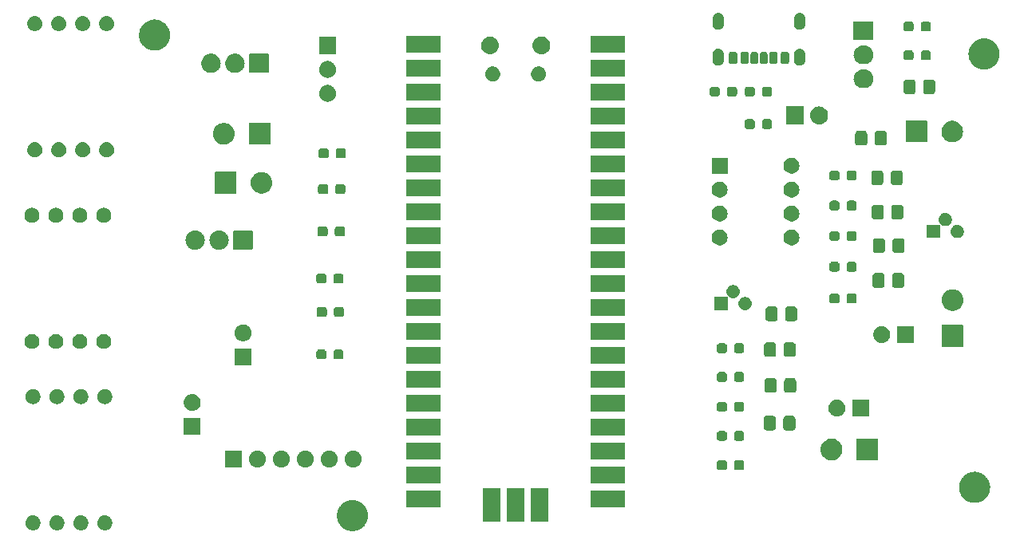
<source format=gts>
%TF.GenerationSoftware,KiCad,Pcbnew,7.0.9*%
%TF.CreationDate,2024-06-06T15:59:11+02:00*%
%TF.ProjectId,Differential,44696666-6572-4656-9e74-69616c2e6b69,rev?*%
%TF.SameCoordinates,Original*%
%TF.FileFunction,Soldermask,Top*%
%TF.FilePolarity,Negative*%
%FSLAX46Y46*%
G04 Gerber Fmt 4.6, Leading zero omitted, Abs format (unit mm)*
G04 Created by KiCad (PCBNEW 7.0.9) date 2024-06-06 15:59:11*
%MOMM*%
%LPD*%
G01*
G04 APERTURE LIST*
G04 APERTURE END LIST*
G36*
X186060406Y-144354754D02*
G01*
X186123291Y-144354754D01*
X186192007Y-144365111D01*
X186258117Y-144370314D01*
X186311401Y-144383106D01*
X186367129Y-144391506D01*
X186439954Y-144413969D01*
X186509878Y-144430757D01*
X186555089Y-144449484D01*
X186602758Y-144464188D01*
X186677596Y-144500227D01*
X186749084Y-144529839D01*
X186785778Y-144552325D01*
X186824935Y-144571182D01*
X186899417Y-144621963D01*
X186969846Y-144665122D01*
X186998046Y-144689207D01*
X187028668Y-144710085D01*
X187100173Y-144776432D01*
X187166726Y-144833274D01*
X187186935Y-144856936D01*
X187209431Y-144877809D01*
X187275196Y-144960276D01*
X187334878Y-145030154D01*
X187348003Y-145051573D01*
X187363181Y-145070605D01*
X187420421Y-145169748D01*
X187470161Y-145250916D01*
X187477466Y-145268553D01*
X187486469Y-145284146D01*
X187532389Y-145401150D01*
X187569243Y-145490122D01*
X187572290Y-145502815D01*
X187576562Y-145513699D01*
X187608534Y-145653779D01*
X187629686Y-145741883D01*
X187630235Y-145748858D01*
X187631431Y-145754099D01*
X187647048Y-145962500D01*
X187650000Y-146000000D01*
X187647048Y-146037502D01*
X187631431Y-146245900D01*
X187630235Y-146251139D01*
X187629686Y-146258117D01*
X187608529Y-146346239D01*
X187576562Y-146486300D01*
X187572290Y-146497182D01*
X187569243Y-146509878D01*
X187532382Y-146598867D01*
X187486469Y-146715853D01*
X187477468Y-146731442D01*
X187470161Y-146749084D01*
X187420411Y-146830267D01*
X187363181Y-146929394D01*
X187348006Y-146948422D01*
X187334878Y-146969846D01*
X187275184Y-147039737D01*
X187209431Y-147122190D01*
X187186939Y-147143059D01*
X187166726Y-147166726D01*
X187100160Y-147223578D01*
X187028668Y-147289914D01*
X186998052Y-147310787D01*
X186969846Y-147334878D01*
X186899403Y-147378045D01*
X186824935Y-147428817D01*
X186785785Y-147447670D01*
X186749084Y-147470161D01*
X186677581Y-147499778D01*
X186602758Y-147535811D01*
X186555099Y-147550511D01*
X186509878Y-147569243D01*
X186439939Y-147586033D01*
X186367129Y-147608493D01*
X186311410Y-147616891D01*
X186258117Y-147629686D01*
X186192003Y-147634889D01*
X186123291Y-147645246D01*
X186060406Y-147645246D01*
X186000000Y-147650000D01*
X185939594Y-147645246D01*
X185876709Y-147645246D01*
X185807996Y-147634889D01*
X185741883Y-147629686D01*
X185688591Y-147616891D01*
X185632870Y-147608493D01*
X185560055Y-147586032D01*
X185490122Y-147569243D01*
X185444903Y-147550512D01*
X185397241Y-147535811D01*
X185322414Y-147499776D01*
X185250916Y-147470161D01*
X185214214Y-147447670D01*
X185175065Y-147428817D01*
X185100593Y-147378043D01*
X185030154Y-147334878D01*
X185001951Y-147310790D01*
X184971331Y-147289914D01*
X184899827Y-147223568D01*
X184833274Y-147166726D01*
X184813064Y-147143063D01*
X184790568Y-147122190D01*
X184724800Y-147039719D01*
X184665122Y-146969846D01*
X184651996Y-146948427D01*
X184636818Y-146929394D01*
X184579571Y-146830239D01*
X184529839Y-146749084D01*
X184522534Y-146731449D01*
X184513530Y-146715853D01*
X184467598Y-146598821D01*
X184430757Y-146509878D01*
X184427710Y-146497188D01*
X184423437Y-146486300D01*
X184391450Y-146346155D01*
X184370314Y-146258117D01*
X184369765Y-146251146D01*
X184368568Y-146245900D01*
X184352930Y-146037236D01*
X184350000Y-146000000D01*
X184352930Y-145962766D01*
X184368568Y-145754099D01*
X184369765Y-145748852D01*
X184370314Y-145741883D01*
X184391445Y-145653863D01*
X184423437Y-145513699D01*
X184427711Y-145502808D01*
X184430757Y-145490122D01*
X184467591Y-145401196D01*
X184513530Y-145284146D01*
X184522535Y-145268547D01*
X184529839Y-145250916D01*
X184579561Y-145169776D01*
X184636818Y-145070605D01*
X184651999Y-145051568D01*
X184665122Y-145030154D01*
X184724788Y-144960294D01*
X184790568Y-144877809D01*
X184813068Y-144856931D01*
X184833274Y-144833274D01*
X184899813Y-144776443D01*
X184971331Y-144710085D01*
X185001956Y-144689204D01*
X185030154Y-144665122D01*
X185100578Y-144621965D01*
X185175065Y-144571182D01*
X185214222Y-144552324D01*
X185250916Y-144529839D01*
X185322399Y-144500229D01*
X185397241Y-144464188D01*
X185444912Y-144449483D01*
X185490122Y-144430757D01*
X185560041Y-144413970D01*
X185632870Y-144391506D01*
X185688599Y-144383106D01*
X185741883Y-144370314D01*
X185807992Y-144365111D01*
X185876709Y-144354754D01*
X185939594Y-144354754D01*
X186000000Y-144350000D01*
X186060406Y-144354754D01*
G37*
G36*
X152141323Y-145979656D02*
G01*
X152183595Y-145979656D01*
X152231282Y-145989792D01*
X152278017Y-145995058D01*
X152312000Y-146006949D01*
X152347129Y-146014416D01*
X152397754Y-146036955D01*
X152447107Y-146054225D01*
X152472795Y-146070366D01*
X152499860Y-146082416D01*
X152550322Y-146119079D01*
X152598792Y-146149535D01*
X152616199Y-146166942D01*
X152635121Y-146180690D01*
X152681901Y-146232644D01*
X152725465Y-146276208D01*
X152735484Y-146292153D01*
X152746992Y-146304934D01*
X152786365Y-146373130D01*
X152820775Y-146427893D01*
X152825070Y-146440170D01*
X152830584Y-146449719D01*
X152858809Y-146536590D01*
X152879942Y-146596983D01*
X152880743Y-146604096D01*
X152882248Y-146608727D01*
X152895892Y-146738542D01*
X152900000Y-146775000D01*
X152895891Y-146811460D01*
X152882248Y-146941272D01*
X152880743Y-146945901D01*
X152879942Y-146953017D01*
X152858805Y-147013422D01*
X152830584Y-147100280D01*
X152825071Y-147109827D01*
X152820775Y-147122107D01*
X152786358Y-147176881D01*
X152746992Y-147245065D01*
X152735486Y-147257843D01*
X152725465Y-147273792D01*
X152681892Y-147317364D01*
X152635121Y-147369309D01*
X152616203Y-147383053D01*
X152598792Y-147400465D01*
X152550312Y-147430926D01*
X152499860Y-147467583D01*
X152472800Y-147479630D01*
X152447107Y-147495775D01*
X152397744Y-147513047D01*
X152347129Y-147535583D01*
X152312005Y-147543048D01*
X152278017Y-147554942D01*
X152231279Y-147560208D01*
X152183595Y-147570344D01*
X152141323Y-147570344D01*
X152100000Y-147575000D01*
X152058677Y-147570344D01*
X152016405Y-147570344D01*
X151968719Y-147560208D01*
X151921983Y-147554942D01*
X151887995Y-147543049D01*
X151852870Y-147535583D01*
X151802251Y-147513046D01*
X151752893Y-147495775D01*
X151727201Y-147479631D01*
X151700139Y-147467583D01*
X151649680Y-147430922D01*
X151601208Y-147400465D01*
X151583799Y-147383056D01*
X151564878Y-147369309D01*
X151518097Y-147317354D01*
X151474535Y-147273792D01*
X151464516Y-147257847D01*
X151453007Y-147245065D01*
X151413629Y-147176861D01*
X151379225Y-147122107D01*
X151374929Y-147109831D01*
X151369415Y-147100280D01*
X151341180Y-147013382D01*
X151320058Y-146953017D01*
X151319256Y-146945906D01*
X151317751Y-146941272D01*
X151304093Y-146811328D01*
X151300000Y-146775000D01*
X151304092Y-146738674D01*
X151317751Y-146608727D01*
X151319257Y-146604091D01*
X151320058Y-146596983D01*
X151341176Y-146536630D01*
X151369415Y-146449719D01*
X151374930Y-146440165D01*
X151379225Y-146427893D01*
X151413622Y-146373149D01*
X151453007Y-146304934D01*
X151464518Y-146292149D01*
X151474535Y-146276208D01*
X151518088Y-146232654D01*
X151564878Y-146180690D01*
X151583802Y-146166940D01*
X151601208Y-146149535D01*
X151649674Y-146119081D01*
X151700140Y-146082416D01*
X151727204Y-146070365D01*
X151752893Y-146054225D01*
X151802242Y-146036956D01*
X151852870Y-146014416D01*
X151888001Y-146006948D01*
X151921983Y-145995058D01*
X151968717Y-145989792D01*
X152016405Y-145979656D01*
X152058677Y-145979656D01*
X152100000Y-145975000D01*
X152141323Y-145979656D01*
G37*
G36*
X154681323Y-145979656D02*
G01*
X154723595Y-145979656D01*
X154771282Y-145989792D01*
X154818017Y-145995058D01*
X154852000Y-146006949D01*
X154887129Y-146014416D01*
X154937754Y-146036955D01*
X154987107Y-146054225D01*
X155012795Y-146070366D01*
X155039860Y-146082416D01*
X155090322Y-146119079D01*
X155138792Y-146149535D01*
X155156199Y-146166942D01*
X155175121Y-146180690D01*
X155221901Y-146232644D01*
X155265465Y-146276208D01*
X155275484Y-146292153D01*
X155286992Y-146304934D01*
X155326365Y-146373130D01*
X155360775Y-146427893D01*
X155365070Y-146440170D01*
X155370584Y-146449719D01*
X155398809Y-146536590D01*
X155419942Y-146596983D01*
X155420743Y-146604096D01*
X155422248Y-146608727D01*
X155435892Y-146738542D01*
X155440000Y-146775000D01*
X155435891Y-146811460D01*
X155422248Y-146941272D01*
X155420743Y-146945901D01*
X155419942Y-146953017D01*
X155398805Y-147013422D01*
X155370584Y-147100280D01*
X155365071Y-147109827D01*
X155360775Y-147122107D01*
X155326358Y-147176881D01*
X155286992Y-147245065D01*
X155275486Y-147257843D01*
X155265465Y-147273792D01*
X155221892Y-147317364D01*
X155175121Y-147369309D01*
X155156203Y-147383053D01*
X155138792Y-147400465D01*
X155090312Y-147430926D01*
X155039860Y-147467583D01*
X155012800Y-147479630D01*
X154987107Y-147495775D01*
X154937744Y-147513047D01*
X154887129Y-147535583D01*
X154852005Y-147543048D01*
X154818017Y-147554942D01*
X154771279Y-147560208D01*
X154723595Y-147570344D01*
X154681323Y-147570344D01*
X154640000Y-147575000D01*
X154598677Y-147570344D01*
X154556405Y-147570344D01*
X154508719Y-147560208D01*
X154461983Y-147554942D01*
X154427995Y-147543049D01*
X154392870Y-147535583D01*
X154342251Y-147513046D01*
X154292893Y-147495775D01*
X154267201Y-147479631D01*
X154240139Y-147467583D01*
X154189680Y-147430922D01*
X154141208Y-147400465D01*
X154123799Y-147383056D01*
X154104878Y-147369309D01*
X154058097Y-147317354D01*
X154014535Y-147273792D01*
X154004516Y-147257847D01*
X153993007Y-147245065D01*
X153953629Y-147176861D01*
X153919225Y-147122107D01*
X153914929Y-147109831D01*
X153909415Y-147100280D01*
X153881180Y-147013382D01*
X153860058Y-146953017D01*
X153859256Y-146945906D01*
X153857751Y-146941272D01*
X153844093Y-146811328D01*
X153840000Y-146775000D01*
X153844092Y-146738674D01*
X153857751Y-146608727D01*
X153859257Y-146604091D01*
X153860058Y-146596983D01*
X153881176Y-146536630D01*
X153909415Y-146449719D01*
X153914930Y-146440165D01*
X153919225Y-146427893D01*
X153953622Y-146373149D01*
X153993007Y-146304934D01*
X154004518Y-146292149D01*
X154014535Y-146276208D01*
X154058088Y-146232654D01*
X154104878Y-146180690D01*
X154123802Y-146166940D01*
X154141208Y-146149535D01*
X154189674Y-146119081D01*
X154240140Y-146082416D01*
X154267204Y-146070365D01*
X154292893Y-146054225D01*
X154342242Y-146036956D01*
X154392870Y-146014416D01*
X154428001Y-146006948D01*
X154461983Y-145995058D01*
X154508717Y-145989792D01*
X154556405Y-145979656D01*
X154598677Y-145979656D01*
X154640000Y-145975000D01*
X154681323Y-145979656D01*
G37*
G36*
X157221323Y-145979656D02*
G01*
X157263595Y-145979656D01*
X157311282Y-145989792D01*
X157358017Y-145995058D01*
X157392000Y-146006949D01*
X157427129Y-146014416D01*
X157477754Y-146036955D01*
X157527107Y-146054225D01*
X157552795Y-146070366D01*
X157579860Y-146082416D01*
X157630322Y-146119079D01*
X157678792Y-146149535D01*
X157696199Y-146166942D01*
X157715121Y-146180690D01*
X157761901Y-146232644D01*
X157805465Y-146276208D01*
X157815484Y-146292153D01*
X157826992Y-146304934D01*
X157866365Y-146373130D01*
X157900775Y-146427893D01*
X157905070Y-146440170D01*
X157910584Y-146449719D01*
X157938809Y-146536590D01*
X157959942Y-146596983D01*
X157960743Y-146604096D01*
X157962248Y-146608727D01*
X157975892Y-146738542D01*
X157980000Y-146775000D01*
X157975891Y-146811460D01*
X157962248Y-146941272D01*
X157960743Y-146945901D01*
X157959942Y-146953017D01*
X157938805Y-147013422D01*
X157910584Y-147100280D01*
X157905071Y-147109827D01*
X157900775Y-147122107D01*
X157866358Y-147176881D01*
X157826992Y-147245065D01*
X157815486Y-147257843D01*
X157805465Y-147273792D01*
X157761892Y-147317364D01*
X157715121Y-147369309D01*
X157696203Y-147383053D01*
X157678792Y-147400465D01*
X157630312Y-147430926D01*
X157579860Y-147467583D01*
X157552800Y-147479630D01*
X157527107Y-147495775D01*
X157477744Y-147513047D01*
X157427129Y-147535583D01*
X157392005Y-147543048D01*
X157358017Y-147554942D01*
X157311279Y-147560208D01*
X157263595Y-147570344D01*
X157221323Y-147570344D01*
X157180000Y-147575000D01*
X157138677Y-147570344D01*
X157096405Y-147570344D01*
X157048719Y-147560208D01*
X157001983Y-147554942D01*
X156967995Y-147543049D01*
X156932870Y-147535583D01*
X156882251Y-147513046D01*
X156832893Y-147495775D01*
X156807201Y-147479631D01*
X156780139Y-147467583D01*
X156729680Y-147430922D01*
X156681208Y-147400465D01*
X156663799Y-147383056D01*
X156644878Y-147369309D01*
X156598097Y-147317354D01*
X156554535Y-147273792D01*
X156544516Y-147257847D01*
X156533007Y-147245065D01*
X156493629Y-147176861D01*
X156459225Y-147122107D01*
X156454929Y-147109831D01*
X156449415Y-147100280D01*
X156421180Y-147013382D01*
X156400058Y-146953017D01*
X156399256Y-146945906D01*
X156397751Y-146941272D01*
X156384093Y-146811328D01*
X156380000Y-146775000D01*
X156384092Y-146738674D01*
X156397751Y-146608727D01*
X156399257Y-146604091D01*
X156400058Y-146596983D01*
X156421176Y-146536630D01*
X156449415Y-146449719D01*
X156454930Y-146440165D01*
X156459225Y-146427893D01*
X156493622Y-146373149D01*
X156533007Y-146304934D01*
X156544518Y-146292149D01*
X156554535Y-146276208D01*
X156598088Y-146232654D01*
X156644878Y-146180690D01*
X156663802Y-146166940D01*
X156681208Y-146149535D01*
X156729674Y-146119081D01*
X156780140Y-146082416D01*
X156807204Y-146070365D01*
X156832893Y-146054225D01*
X156882242Y-146036956D01*
X156932870Y-146014416D01*
X156968001Y-146006948D01*
X157001983Y-145995058D01*
X157048717Y-145989792D01*
X157096405Y-145979656D01*
X157138677Y-145979656D01*
X157180000Y-145975000D01*
X157221323Y-145979656D01*
G37*
G36*
X159761323Y-145979656D02*
G01*
X159803595Y-145979656D01*
X159851282Y-145989792D01*
X159898017Y-145995058D01*
X159932000Y-146006949D01*
X159967129Y-146014416D01*
X160017754Y-146036955D01*
X160067107Y-146054225D01*
X160092795Y-146070366D01*
X160119860Y-146082416D01*
X160170322Y-146119079D01*
X160218792Y-146149535D01*
X160236199Y-146166942D01*
X160255121Y-146180690D01*
X160301901Y-146232644D01*
X160345465Y-146276208D01*
X160355484Y-146292153D01*
X160366992Y-146304934D01*
X160406365Y-146373130D01*
X160440775Y-146427893D01*
X160445070Y-146440170D01*
X160450584Y-146449719D01*
X160478809Y-146536590D01*
X160499942Y-146596983D01*
X160500743Y-146604096D01*
X160502248Y-146608727D01*
X160515892Y-146738542D01*
X160520000Y-146775000D01*
X160515891Y-146811460D01*
X160502248Y-146941272D01*
X160500743Y-146945901D01*
X160499942Y-146953017D01*
X160478805Y-147013422D01*
X160450584Y-147100280D01*
X160445071Y-147109827D01*
X160440775Y-147122107D01*
X160406358Y-147176881D01*
X160366992Y-147245065D01*
X160355486Y-147257843D01*
X160345465Y-147273792D01*
X160301892Y-147317364D01*
X160255121Y-147369309D01*
X160236203Y-147383053D01*
X160218792Y-147400465D01*
X160170312Y-147430926D01*
X160119860Y-147467583D01*
X160092800Y-147479630D01*
X160067107Y-147495775D01*
X160017744Y-147513047D01*
X159967129Y-147535583D01*
X159932005Y-147543048D01*
X159898017Y-147554942D01*
X159851279Y-147560208D01*
X159803595Y-147570344D01*
X159761323Y-147570344D01*
X159720000Y-147575000D01*
X159678677Y-147570344D01*
X159636405Y-147570344D01*
X159588719Y-147560208D01*
X159541983Y-147554942D01*
X159507995Y-147543049D01*
X159472870Y-147535583D01*
X159422251Y-147513046D01*
X159372893Y-147495775D01*
X159347201Y-147479631D01*
X159320139Y-147467583D01*
X159269680Y-147430922D01*
X159221208Y-147400465D01*
X159203799Y-147383056D01*
X159184878Y-147369309D01*
X159138097Y-147317354D01*
X159094535Y-147273792D01*
X159084516Y-147257847D01*
X159073007Y-147245065D01*
X159033629Y-147176861D01*
X158999225Y-147122107D01*
X158994929Y-147109831D01*
X158989415Y-147100280D01*
X158961180Y-147013382D01*
X158940058Y-146953017D01*
X158939256Y-146945906D01*
X158937751Y-146941272D01*
X158924093Y-146811328D01*
X158920000Y-146775000D01*
X158924092Y-146738674D01*
X158937751Y-146608727D01*
X158939257Y-146604091D01*
X158940058Y-146596983D01*
X158961176Y-146536630D01*
X158989415Y-146449719D01*
X158994930Y-146440165D01*
X158999225Y-146427893D01*
X159033622Y-146373149D01*
X159073007Y-146304934D01*
X159084518Y-146292149D01*
X159094535Y-146276208D01*
X159138088Y-146232654D01*
X159184878Y-146180690D01*
X159203802Y-146166940D01*
X159221208Y-146149535D01*
X159269674Y-146119081D01*
X159320140Y-146082416D01*
X159347204Y-146070365D01*
X159372893Y-146054225D01*
X159422242Y-146036956D01*
X159472870Y-146014416D01*
X159508001Y-146006948D01*
X159541983Y-145995058D01*
X159588717Y-145989792D01*
X159636405Y-145979656D01*
X159678677Y-145979656D01*
X159720000Y-145975000D01*
X159761323Y-145979656D01*
G37*
G36*
X201639134Y-143098806D02*
G01*
X201655355Y-143109645D01*
X201666194Y-143125866D01*
X201670000Y-143145000D01*
X201670000Y-146645000D01*
X201666194Y-146664134D01*
X201655355Y-146680355D01*
X201639134Y-146691194D01*
X201620000Y-146695000D01*
X199920000Y-146695000D01*
X199900866Y-146691194D01*
X199884645Y-146680355D01*
X199873806Y-146664134D01*
X199870000Y-146645000D01*
X199870000Y-143145000D01*
X199873806Y-143125866D01*
X199884645Y-143109645D01*
X199900866Y-143098806D01*
X199920000Y-143095000D01*
X201620000Y-143095000D01*
X201639134Y-143098806D01*
G37*
G36*
X204179134Y-143098806D02*
G01*
X204195355Y-143109645D01*
X204206194Y-143125866D01*
X204210000Y-143145000D01*
X204210000Y-146645000D01*
X204206194Y-146664134D01*
X204195355Y-146680355D01*
X204179134Y-146691194D01*
X204160000Y-146695000D01*
X202460000Y-146695000D01*
X202440866Y-146691194D01*
X202424645Y-146680355D01*
X202413806Y-146664134D01*
X202410000Y-146645000D01*
X202410000Y-143145000D01*
X202413806Y-143125866D01*
X202424645Y-143109645D01*
X202440866Y-143098806D01*
X202460000Y-143095000D01*
X204160000Y-143095000D01*
X204179134Y-143098806D01*
G37*
G36*
X206719134Y-143098806D02*
G01*
X206735355Y-143109645D01*
X206746194Y-143125866D01*
X206750000Y-143145000D01*
X206750000Y-146645000D01*
X206746194Y-146664134D01*
X206735355Y-146680355D01*
X206719134Y-146691194D01*
X206700000Y-146695000D01*
X205000000Y-146695000D01*
X204980866Y-146691194D01*
X204964645Y-146680355D01*
X204953806Y-146664134D01*
X204950000Y-146645000D01*
X204950000Y-143145000D01*
X204953806Y-143125866D01*
X204964645Y-143109645D01*
X204980866Y-143098806D01*
X205000000Y-143095000D01*
X206700000Y-143095000D01*
X206719134Y-143098806D01*
G37*
G36*
X195289134Y-143328806D02*
G01*
X195305355Y-143339645D01*
X195316194Y-143355866D01*
X195320000Y-143375000D01*
X195320000Y-145075000D01*
X195316194Y-145094134D01*
X195305355Y-145110355D01*
X195289134Y-145121194D01*
X195270000Y-145125000D01*
X191770000Y-145125000D01*
X191750866Y-145121194D01*
X191734645Y-145110355D01*
X191723806Y-145094134D01*
X191720000Y-145075000D01*
X191720000Y-143375000D01*
X191723806Y-143355866D01*
X191734645Y-143339645D01*
X191750866Y-143328806D01*
X191770000Y-143325000D01*
X195270000Y-143325000D01*
X195289134Y-143328806D01*
G37*
G36*
X214869134Y-143328806D02*
G01*
X214885355Y-143339645D01*
X214896194Y-143355866D01*
X214900000Y-143375000D01*
X214900000Y-145075000D01*
X214896194Y-145094134D01*
X214885355Y-145110355D01*
X214869134Y-145121194D01*
X214850000Y-145125000D01*
X211350000Y-145125000D01*
X211330866Y-145121194D01*
X211314645Y-145110355D01*
X211303806Y-145094134D01*
X211300000Y-145075000D01*
X211300000Y-143375000D01*
X211303806Y-143355866D01*
X211314645Y-143339645D01*
X211330866Y-143328806D01*
X211350000Y-143325000D01*
X214850000Y-143325000D01*
X214869134Y-143328806D01*
G37*
G36*
X252060406Y-141354754D02*
G01*
X252123291Y-141354754D01*
X252192007Y-141365111D01*
X252258117Y-141370314D01*
X252311401Y-141383106D01*
X252367129Y-141391506D01*
X252439954Y-141413969D01*
X252509878Y-141430757D01*
X252555089Y-141449484D01*
X252602758Y-141464188D01*
X252677596Y-141500227D01*
X252749084Y-141529839D01*
X252785778Y-141552325D01*
X252824935Y-141571182D01*
X252899417Y-141621963D01*
X252969846Y-141665122D01*
X252998046Y-141689207D01*
X253028668Y-141710085D01*
X253100173Y-141776432D01*
X253166726Y-141833274D01*
X253186935Y-141856936D01*
X253209431Y-141877809D01*
X253275196Y-141960276D01*
X253334878Y-142030154D01*
X253348003Y-142051573D01*
X253363181Y-142070605D01*
X253420421Y-142169748D01*
X253470161Y-142250916D01*
X253477466Y-142268553D01*
X253486469Y-142284146D01*
X253532389Y-142401150D01*
X253569243Y-142490122D01*
X253572290Y-142502815D01*
X253576562Y-142513699D01*
X253608534Y-142653779D01*
X253629686Y-142741883D01*
X253630235Y-142748858D01*
X253631431Y-142754099D01*
X253647048Y-142962500D01*
X253650000Y-143000000D01*
X253647048Y-143037502D01*
X253631431Y-143245900D01*
X253630235Y-143251139D01*
X253629686Y-143258117D01*
X253608529Y-143346239D01*
X253576562Y-143486300D01*
X253572290Y-143497182D01*
X253569243Y-143509878D01*
X253532382Y-143598867D01*
X253486469Y-143715853D01*
X253477468Y-143731442D01*
X253470161Y-143749084D01*
X253420411Y-143830267D01*
X253363181Y-143929394D01*
X253348006Y-143948422D01*
X253334878Y-143969846D01*
X253275184Y-144039737D01*
X253209431Y-144122190D01*
X253186939Y-144143059D01*
X253166726Y-144166726D01*
X253100160Y-144223578D01*
X253028668Y-144289914D01*
X252998052Y-144310787D01*
X252969846Y-144334878D01*
X252899403Y-144378045D01*
X252824935Y-144428817D01*
X252785785Y-144447670D01*
X252749084Y-144470161D01*
X252677581Y-144499778D01*
X252602758Y-144535811D01*
X252555099Y-144550511D01*
X252509878Y-144569243D01*
X252439939Y-144586033D01*
X252367129Y-144608493D01*
X252311410Y-144616891D01*
X252258117Y-144629686D01*
X252192003Y-144634889D01*
X252123291Y-144645246D01*
X252060406Y-144645246D01*
X252000000Y-144650000D01*
X251939594Y-144645246D01*
X251876709Y-144645246D01*
X251807996Y-144634889D01*
X251741883Y-144629686D01*
X251688591Y-144616891D01*
X251632870Y-144608493D01*
X251560055Y-144586032D01*
X251490122Y-144569243D01*
X251444903Y-144550512D01*
X251397241Y-144535811D01*
X251322414Y-144499776D01*
X251250916Y-144470161D01*
X251214214Y-144447670D01*
X251175065Y-144428817D01*
X251100593Y-144378043D01*
X251030154Y-144334878D01*
X251001951Y-144310790D01*
X250971331Y-144289914D01*
X250899827Y-144223568D01*
X250833274Y-144166726D01*
X250813064Y-144143063D01*
X250790568Y-144122190D01*
X250724800Y-144039719D01*
X250665122Y-143969846D01*
X250651996Y-143948427D01*
X250636818Y-143929394D01*
X250579571Y-143830239D01*
X250529839Y-143749084D01*
X250522534Y-143731449D01*
X250513530Y-143715853D01*
X250467598Y-143598821D01*
X250430757Y-143509878D01*
X250427710Y-143497188D01*
X250423437Y-143486300D01*
X250391450Y-143346155D01*
X250370314Y-143258117D01*
X250369765Y-143251146D01*
X250368568Y-143245900D01*
X250352930Y-143037236D01*
X250350000Y-143000000D01*
X250352930Y-142962766D01*
X250368568Y-142754099D01*
X250369765Y-142748852D01*
X250370314Y-142741883D01*
X250391445Y-142653863D01*
X250423437Y-142513699D01*
X250427711Y-142502808D01*
X250430757Y-142490122D01*
X250467591Y-142401196D01*
X250513530Y-142284146D01*
X250522535Y-142268547D01*
X250529839Y-142250916D01*
X250579561Y-142169776D01*
X250636818Y-142070605D01*
X250651999Y-142051568D01*
X250665122Y-142030154D01*
X250724788Y-141960294D01*
X250790568Y-141877809D01*
X250813068Y-141856931D01*
X250833274Y-141833274D01*
X250899813Y-141776443D01*
X250971331Y-141710085D01*
X251001956Y-141689204D01*
X251030154Y-141665122D01*
X251100578Y-141621965D01*
X251175065Y-141571182D01*
X251214222Y-141552324D01*
X251250916Y-141529839D01*
X251322399Y-141500229D01*
X251397241Y-141464188D01*
X251444912Y-141449483D01*
X251490122Y-141430757D01*
X251560041Y-141413970D01*
X251632870Y-141391506D01*
X251688599Y-141383106D01*
X251741883Y-141370314D01*
X251807992Y-141365111D01*
X251876709Y-141354754D01*
X251939594Y-141354754D01*
X252000000Y-141350000D01*
X252060406Y-141354754D01*
G37*
G36*
X195289134Y-140788806D02*
G01*
X195305355Y-140799645D01*
X195316194Y-140815866D01*
X195320000Y-140835000D01*
X195320000Y-142535000D01*
X195316194Y-142554134D01*
X195305355Y-142570355D01*
X195289134Y-142581194D01*
X195270000Y-142585000D01*
X191770000Y-142585000D01*
X191750866Y-142581194D01*
X191734645Y-142570355D01*
X191723806Y-142554134D01*
X191720000Y-142535000D01*
X191720000Y-140835000D01*
X191723806Y-140815866D01*
X191734645Y-140799645D01*
X191750866Y-140788806D01*
X191770000Y-140785000D01*
X195270000Y-140785000D01*
X195289134Y-140788806D01*
G37*
G36*
X214869134Y-140788806D02*
G01*
X214885355Y-140799645D01*
X214896194Y-140815866D01*
X214900000Y-140835000D01*
X214900000Y-142535000D01*
X214896194Y-142554134D01*
X214885355Y-142570355D01*
X214869134Y-142581194D01*
X214850000Y-142585000D01*
X211350000Y-142585000D01*
X211330866Y-142581194D01*
X211314645Y-142570355D01*
X211303806Y-142554134D01*
X211300000Y-142535000D01*
X211300000Y-140835000D01*
X211303806Y-140815866D01*
X211314645Y-140799645D01*
X211330866Y-140788806D01*
X211350000Y-140785000D01*
X214850000Y-140785000D01*
X214869134Y-140788806D01*
G37*
G36*
X225513323Y-140127637D02*
G01*
X225518033Y-140129716D01*
X225520694Y-140130067D01*
X225553978Y-140145587D01*
X225609977Y-140170313D01*
X225684687Y-140245023D01*
X225709416Y-140301031D01*
X225724932Y-140334304D01*
X225725282Y-140336964D01*
X225727363Y-140341677D01*
X225735000Y-140407500D01*
X225735000Y-140882500D01*
X225727363Y-140948323D01*
X225725281Y-140953036D01*
X225724932Y-140955694D01*
X225709430Y-140988937D01*
X225684687Y-141044977D01*
X225609977Y-141119687D01*
X225553949Y-141144424D01*
X225520695Y-141159932D01*
X225518036Y-141160282D01*
X225513323Y-141162363D01*
X225447500Y-141170000D01*
X224947500Y-141170000D01*
X224881677Y-141162363D01*
X224876964Y-141160282D01*
X224874305Y-141159932D01*
X224841043Y-141144421D01*
X224785023Y-141119687D01*
X224710313Y-141044977D01*
X224685592Y-140988990D01*
X224670067Y-140955695D01*
X224669716Y-140953032D01*
X224667637Y-140948323D01*
X224660000Y-140882500D01*
X224660000Y-140407500D01*
X224667637Y-140341677D01*
X224669716Y-140336967D01*
X224670067Y-140334305D01*
X224685595Y-140301002D01*
X224710313Y-140245023D01*
X224785023Y-140170313D01*
X224840990Y-140145601D01*
X224874304Y-140130067D01*
X224876967Y-140129716D01*
X224881677Y-140127637D01*
X224947500Y-140120000D01*
X225447500Y-140120000D01*
X225513323Y-140127637D01*
G37*
G36*
X227338323Y-140127637D02*
G01*
X227343033Y-140129716D01*
X227345694Y-140130067D01*
X227378978Y-140145587D01*
X227434977Y-140170313D01*
X227509687Y-140245023D01*
X227534416Y-140301031D01*
X227549932Y-140334304D01*
X227550282Y-140336964D01*
X227552363Y-140341677D01*
X227560000Y-140407500D01*
X227560000Y-140882500D01*
X227552363Y-140948323D01*
X227550281Y-140953036D01*
X227549932Y-140955694D01*
X227534430Y-140988937D01*
X227509687Y-141044977D01*
X227434977Y-141119687D01*
X227378949Y-141144424D01*
X227345695Y-141159932D01*
X227343036Y-141160282D01*
X227338323Y-141162363D01*
X227272500Y-141170000D01*
X226772500Y-141170000D01*
X226706677Y-141162363D01*
X226701964Y-141160282D01*
X226699305Y-141159932D01*
X226666043Y-141144421D01*
X226610023Y-141119687D01*
X226535313Y-141044977D01*
X226510592Y-140988990D01*
X226495067Y-140955695D01*
X226494716Y-140953032D01*
X226492637Y-140948323D01*
X226485000Y-140882500D01*
X226485000Y-140407500D01*
X226492637Y-140341677D01*
X226494716Y-140336967D01*
X226495067Y-140334305D01*
X226510595Y-140301002D01*
X226535313Y-140245023D01*
X226610023Y-140170313D01*
X226665990Y-140145601D01*
X226699304Y-140130067D01*
X226701967Y-140129716D01*
X226706677Y-140127637D01*
X226772500Y-140120000D01*
X227272500Y-140120000D01*
X227338323Y-140127637D01*
G37*
G36*
X174249134Y-139103806D02*
G01*
X174265355Y-139114645D01*
X174276194Y-139130866D01*
X174280000Y-139150000D01*
X174280000Y-140850000D01*
X174276194Y-140869134D01*
X174265355Y-140885355D01*
X174249134Y-140896194D01*
X174230000Y-140900000D01*
X172530000Y-140900000D01*
X172510866Y-140896194D01*
X172494645Y-140885355D01*
X172483806Y-140869134D01*
X172480000Y-140850000D01*
X172480000Y-139150000D01*
X172483806Y-139130866D01*
X172494645Y-139114645D01*
X172510866Y-139103806D01*
X172530000Y-139100000D01*
X174230000Y-139100000D01*
X174249134Y-139103806D01*
G37*
G36*
X175967607Y-139104930D02*
G01*
X176014076Y-139104930D01*
X176054202Y-139113459D01*
X176095533Y-139117530D01*
X176147460Y-139133282D01*
X176198115Y-139144049D01*
X176230527Y-139158479D01*
X176264321Y-139168731D01*
X176318023Y-139197435D01*
X176370000Y-139220577D01*
X176394165Y-139238134D01*
X176419878Y-139251878D01*
X176472333Y-139294927D01*
X176522218Y-139331170D01*
X176538412Y-139349155D01*
X176556225Y-139363774D01*
X176604089Y-139422097D01*
X176648115Y-139470993D01*
X176657365Y-139487015D01*
X176668121Y-139500121D01*
X176707908Y-139574557D01*
X176742191Y-139633937D01*
X176746134Y-139646074D01*
X176751268Y-139655678D01*
X176779568Y-139748971D01*
X176800333Y-139812879D01*
X176801064Y-139819834D01*
X176802469Y-139824466D01*
X176816151Y-139963385D01*
X176820000Y-140000000D01*
X176816151Y-140036617D01*
X176802469Y-140175533D01*
X176801064Y-140180164D01*
X176800333Y-140187121D01*
X176779563Y-140251042D01*
X176751268Y-140344321D01*
X176746135Y-140353923D01*
X176742191Y-140366063D01*
X176707901Y-140425454D01*
X176668121Y-140499878D01*
X176657367Y-140512981D01*
X176648115Y-140529007D01*
X176604080Y-140577912D01*
X176556225Y-140636225D01*
X176538415Y-140650840D01*
X176522218Y-140668830D01*
X176472323Y-140705080D01*
X176419878Y-140748121D01*
X176394171Y-140761861D01*
X176370000Y-140779423D01*
X176318012Y-140802569D01*
X176264321Y-140831268D01*
X176230534Y-140841517D01*
X176198115Y-140855951D01*
X176147449Y-140866720D01*
X176095533Y-140882469D01*
X176054210Y-140886538D01*
X176014076Y-140895070D01*
X175967597Y-140895070D01*
X175920000Y-140899758D01*
X175872403Y-140895070D01*
X175825924Y-140895070D01*
X175785789Y-140886539D01*
X175744466Y-140882469D01*
X175692546Y-140866719D01*
X175641885Y-140855951D01*
X175609467Y-140841517D01*
X175575678Y-140831268D01*
X175521981Y-140802566D01*
X175470000Y-140779423D01*
X175445831Y-140761863D01*
X175420121Y-140748121D01*
X175367667Y-140705074D01*
X175317782Y-140668830D01*
X175301587Y-140650843D01*
X175283774Y-140636225D01*
X175235908Y-140577899D01*
X175191885Y-140529007D01*
X175182634Y-140512985D01*
X175171878Y-140499878D01*
X175132085Y-140425431D01*
X175097809Y-140366063D01*
X175093866Y-140353928D01*
X175088731Y-140344321D01*
X175060421Y-140250996D01*
X175039667Y-140187121D01*
X175038936Y-140180169D01*
X175037530Y-140175533D01*
X175023832Y-140036466D01*
X175020000Y-140000000D01*
X175023832Y-139963536D01*
X175037530Y-139824466D01*
X175038936Y-139819829D01*
X175039667Y-139812879D01*
X175060416Y-139749017D01*
X175088731Y-139655678D01*
X175093866Y-139646069D01*
X175097809Y-139633937D01*
X175132078Y-139574581D01*
X175171878Y-139500121D01*
X175182636Y-139487011D01*
X175191885Y-139470993D01*
X175235898Y-139422110D01*
X175283774Y-139363774D01*
X175301590Y-139349152D01*
X175317782Y-139331170D01*
X175367657Y-139294933D01*
X175420121Y-139251878D01*
X175445836Y-139238132D01*
X175470000Y-139220577D01*
X175521970Y-139197438D01*
X175575678Y-139168731D01*
X175609474Y-139158478D01*
X175641885Y-139144049D01*
X175692535Y-139133282D01*
X175744466Y-139117530D01*
X175785798Y-139113459D01*
X175825924Y-139104930D01*
X175872393Y-139104930D01*
X175920000Y-139100241D01*
X175967607Y-139104930D01*
G37*
G36*
X178507607Y-139104930D02*
G01*
X178554076Y-139104930D01*
X178594202Y-139113459D01*
X178635533Y-139117530D01*
X178687460Y-139133282D01*
X178738115Y-139144049D01*
X178770527Y-139158479D01*
X178804321Y-139168731D01*
X178858023Y-139197435D01*
X178910000Y-139220577D01*
X178934165Y-139238134D01*
X178959878Y-139251878D01*
X179012333Y-139294927D01*
X179062218Y-139331170D01*
X179078412Y-139349155D01*
X179096225Y-139363774D01*
X179144089Y-139422097D01*
X179188115Y-139470993D01*
X179197365Y-139487015D01*
X179208121Y-139500121D01*
X179247908Y-139574557D01*
X179282191Y-139633937D01*
X179286134Y-139646074D01*
X179291268Y-139655678D01*
X179319568Y-139748971D01*
X179340333Y-139812879D01*
X179341064Y-139819834D01*
X179342469Y-139824466D01*
X179356151Y-139963385D01*
X179360000Y-140000000D01*
X179356151Y-140036617D01*
X179342469Y-140175533D01*
X179341064Y-140180164D01*
X179340333Y-140187121D01*
X179319563Y-140251042D01*
X179291268Y-140344321D01*
X179286135Y-140353923D01*
X179282191Y-140366063D01*
X179247901Y-140425454D01*
X179208121Y-140499878D01*
X179197367Y-140512981D01*
X179188115Y-140529007D01*
X179144080Y-140577912D01*
X179096225Y-140636225D01*
X179078415Y-140650840D01*
X179062218Y-140668830D01*
X179012323Y-140705080D01*
X178959878Y-140748121D01*
X178934171Y-140761861D01*
X178910000Y-140779423D01*
X178858012Y-140802569D01*
X178804321Y-140831268D01*
X178770534Y-140841517D01*
X178738115Y-140855951D01*
X178687449Y-140866720D01*
X178635533Y-140882469D01*
X178594210Y-140886538D01*
X178554076Y-140895070D01*
X178507597Y-140895070D01*
X178460000Y-140899758D01*
X178412403Y-140895070D01*
X178365924Y-140895070D01*
X178325789Y-140886539D01*
X178284466Y-140882469D01*
X178232546Y-140866719D01*
X178181885Y-140855951D01*
X178149467Y-140841517D01*
X178115678Y-140831268D01*
X178061981Y-140802566D01*
X178010000Y-140779423D01*
X177985831Y-140761863D01*
X177960121Y-140748121D01*
X177907667Y-140705074D01*
X177857782Y-140668830D01*
X177841587Y-140650843D01*
X177823774Y-140636225D01*
X177775908Y-140577899D01*
X177731885Y-140529007D01*
X177722634Y-140512985D01*
X177711878Y-140499878D01*
X177672085Y-140425431D01*
X177637809Y-140366063D01*
X177633866Y-140353928D01*
X177628731Y-140344321D01*
X177600421Y-140250996D01*
X177579667Y-140187121D01*
X177578936Y-140180169D01*
X177577530Y-140175533D01*
X177563832Y-140036466D01*
X177560000Y-140000000D01*
X177563832Y-139963536D01*
X177577530Y-139824466D01*
X177578936Y-139819829D01*
X177579667Y-139812879D01*
X177600416Y-139749017D01*
X177628731Y-139655678D01*
X177633866Y-139646069D01*
X177637809Y-139633937D01*
X177672078Y-139574581D01*
X177711878Y-139500121D01*
X177722636Y-139487011D01*
X177731885Y-139470993D01*
X177775898Y-139422110D01*
X177823774Y-139363774D01*
X177841590Y-139349152D01*
X177857782Y-139331170D01*
X177907657Y-139294933D01*
X177960121Y-139251878D01*
X177985836Y-139238132D01*
X178010000Y-139220577D01*
X178061970Y-139197438D01*
X178115678Y-139168731D01*
X178149474Y-139158478D01*
X178181885Y-139144049D01*
X178232535Y-139133282D01*
X178284466Y-139117530D01*
X178325798Y-139113459D01*
X178365924Y-139104930D01*
X178412393Y-139104930D01*
X178460000Y-139100241D01*
X178507607Y-139104930D01*
G37*
G36*
X181047607Y-139104930D02*
G01*
X181094076Y-139104930D01*
X181134202Y-139113459D01*
X181175533Y-139117530D01*
X181227460Y-139133282D01*
X181278115Y-139144049D01*
X181310527Y-139158479D01*
X181344321Y-139168731D01*
X181398023Y-139197435D01*
X181450000Y-139220577D01*
X181474165Y-139238134D01*
X181499878Y-139251878D01*
X181552333Y-139294927D01*
X181602218Y-139331170D01*
X181618412Y-139349155D01*
X181636225Y-139363774D01*
X181684089Y-139422097D01*
X181728115Y-139470993D01*
X181737365Y-139487015D01*
X181748121Y-139500121D01*
X181787908Y-139574557D01*
X181822191Y-139633937D01*
X181826134Y-139646074D01*
X181831268Y-139655678D01*
X181859568Y-139748971D01*
X181880333Y-139812879D01*
X181881064Y-139819834D01*
X181882469Y-139824466D01*
X181896151Y-139963385D01*
X181900000Y-140000000D01*
X181896151Y-140036617D01*
X181882469Y-140175533D01*
X181881064Y-140180164D01*
X181880333Y-140187121D01*
X181859563Y-140251042D01*
X181831268Y-140344321D01*
X181826135Y-140353923D01*
X181822191Y-140366063D01*
X181787901Y-140425454D01*
X181748121Y-140499878D01*
X181737367Y-140512981D01*
X181728115Y-140529007D01*
X181684080Y-140577912D01*
X181636225Y-140636225D01*
X181618415Y-140650840D01*
X181602218Y-140668830D01*
X181552323Y-140705080D01*
X181499878Y-140748121D01*
X181474171Y-140761861D01*
X181450000Y-140779423D01*
X181398012Y-140802569D01*
X181344321Y-140831268D01*
X181310534Y-140841517D01*
X181278115Y-140855951D01*
X181227449Y-140866720D01*
X181175533Y-140882469D01*
X181134210Y-140886538D01*
X181094076Y-140895070D01*
X181047597Y-140895070D01*
X181000000Y-140899758D01*
X180952403Y-140895070D01*
X180905924Y-140895070D01*
X180865789Y-140886539D01*
X180824466Y-140882469D01*
X180772546Y-140866719D01*
X180721885Y-140855951D01*
X180689467Y-140841517D01*
X180655678Y-140831268D01*
X180601981Y-140802566D01*
X180550000Y-140779423D01*
X180525831Y-140761863D01*
X180500121Y-140748121D01*
X180447667Y-140705074D01*
X180397782Y-140668830D01*
X180381587Y-140650843D01*
X180363774Y-140636225D01*
X180315908Y-140577899D01*
X180271885Y-140529007D01*
X180262634Y-140512985D01*
X180251878Y-140499878D01*
X180212085Y-140425431D01*
X180177809Y-140366063D01*
X180173866Y-140353928D01*
X180168731Y-140344321D01*
X180140421Y-140250996D01*
X180119667Y-140187121D01*
X180118936Y-140180169D01*
X180117530Y-140175533D01*
X180103832Y-140036466D01*
X180100000Y-140000000D01*
X180103832Y-139963536D01*
X180117530Y-139824466D01*
X180118936Y-139819829D01*
X180119667Y-139812879D01*
X180140416Y-139749017D01*
X180168731Y-139655678D01*
X180173866Y-139646069D01*
X180177809Y-139633937D01*
X180212078Y-139574581D01*
X180251878Y-139500121D01*
X180262636Y-139487011D01*
X180271885Y-139470993D01*
X180315898Y-139422110D01*
X180363774Y-139363774D01*
X180381590Y-139349152D01*
X180397782Y-139331170D01*
X180447657Y-139294933D01*
X180500121Y-139251878D01*
X180525836Y-139238132D01*
X180550000Y-139220577D01*
X180601970Y-139197438D01*
X180655678Y-139168731D01*
X180689474Y-139158478D01*
X180721885Y-139144049D01*
X180772535Y-139133282D01*
X180824466Y-139117530D01*
X180865798Y-139113459D01*
X180905924Y-139104930D01*
X180952393Y-139104930D01*
X181000000Y-139100241D01*
X181047607Y-139104930D01*
G37*
G36*
X183587607Y-139104930D02*
G01*
X183634076Y-139104930D01*
X183674202Y-139113459D01*
X183715533Y-139117530D01*
X183767460Y-139133282D01*
X183818115Y-139144049D01*
X183850527Y-139158479D01*
X183884321Y-139168731D01*
X183938023Y-139197435D01*
X183990000Y-139220577D01*
X184014165Y-139238134D01*
X184039878Y-139251878D01*
X184092333Y-139294927D01*
X184142218Y-139331170D01*
X184158412Y-139349155D01*
X184176225Y-139363774D01*
X184224089Y-139422097D01*
X184268115Y-139470993D01*
X184277365Y-139487015D01*
X184288121Y-139500121D01*
X184327908Y-139574557D01*
X184362191Y-139633937D01*
X184366134Y-139646074D01*
X184371268Y-139655678D01*
X184399568Y-139748971D01*
X184420333Y-139812879D01*
X184421064Y-139819834D01*
X184422469Y-139824466D01*
X184436151Y-139963385D01*
X184440000Y-140000000D01*
X184436151Y-140036617D01*
X184422469Y-140175533D01*
X184421064Y-140180164D01*
X184420333Y-140187121D01*
X184399563Y-140251042D01*
X184371268Y-140344321D01*
X184366135Y-140353923D01*
X184362191Y-140366063D01*
X184327901Y-140425454D01*
X184288121Y-140499878D01*
X184277367Y-140512981D01*
X184268115Y-140529007D01*
X184224080Y-140577912D01*
X184176225Y-140636225D01*
X184158415Y-140650840D01*
X184142218Y-140668830D01*
X184092323Y-140705080D01*
X184039878Y-140748121D01*
X184014171Y-140761861D01*
X183990000Y-140779423D01*
X183938012Y-140802569D01*
X183884321Y-140831268D01*
X183850534Y-140841517D01*
X183818115Y-140855951D01*
X183767449Y-140866720D01*
X183715533Y-140882469D01*
X183674210Y-140886538D01*
X183634076Y-140895070D01*
X183587597Y-140895070D01*
X183540000Y-140899758D01*
X183492403Y-140895070D01*
X183445924Y-140895070D01*
X183405789Y-140886539D01*
X183364466Y-140882469D01*
X183312546Y-140866719D01*
X183261885Y-140855951D01*
X183229467Y-140841517D01*
X183195678Y-140831268D01*
X183141981Y-140802566D01*
X183090000Y-140779423D01*
X183065831Y-140761863D01*
X183040121Y-140748121D01*
X182987667Y-140705074D01*
X182937782Y-140668830D01*
X182921587Y-140650843D01*
X182903774Y-140636225D01*
X182855908Y-140577899D01*
X182811885Y-140529007D01*
X182802634Y-140512985D01*
X182791878Y-140499878D01*
X182752085Y-140425431D01*
X182717809Y-140366063D01*
X182713866Y-140353928D01*
X182708731Y-140344321D01*
X182680421Y-140250996D01*
X182659667Y-140187121D01*
X182658936Y-140180169D01*
X182657530Y-140175533D01*
X182643832Y-140036466D01*
X182640000Y-140000000D01*
X182643832Y-139963536D01*
X182657530Y-139824466D01*
X182658936Y-139819829D01*
X182659667Y-139812879D01*
X182680416Y-139749017D01*
X182708731Y-139655678D01*
X182713866Y-139646069D01*
X182717809Y-139633937D01*
X182752078Y-139574581D01*
X182791878Y-139500121D01*
X182802636Y-139487011D01*
X182811885Y-139470993D01*
X182855898Y-139422110D01*
X182903774Y-139363774D01*
X182921590Y-139349152D01*
X182937782Y-139331170D01*
X182987657Y-139294933D01*
X183040121Y-139251878D01*
X183065836Y-139238132D01*
X183090000Y-139220577D01*
X183141970Y-139197438D01*
X183195678Y-139168731D01*
X183229474Y-139158478D01*
X183261885Y-139144049D01*
X183312535Y-139133282D01*
X183364466Y-139117530D01*
X183405798Y-139113459D01*
X183445924Y-139104930D01*
X183492393Y-139104930D01*
X183540000Y-139100241D01*
X183587607Y-139104930D01*
G37*
G36*
X186127607Y-139104930D02*
G01*
X186174076Y-139104930D01*
X186214202Y-139113459D01*
X186255533Y-139117530D01*
X186307460Y-139133282D01*
X186358115Y-139144049D01*
X186390527Y-139158479D01*
X186424321Y-139168731D01*
X186478023Y-139197435D01*
X186530000Y-139220577D01*
X186554165Y-139238134D01*
X186579878Y-139251878D01*
X186632333Y-139294927D01*
X186682218Y-139331170D01*
X186698412Y-139349155D01*
X186716225Y-139363774D01*
X186764089Y-139422097D01*
X186808115Y-139470993D01*
X186817365Y-139487015D01*
X186828121Y-139500121D01*
X186867908Y-139574557D01*
X186902191Y-139633937D01*
X186906134Y-139646074D01*
X186911268Y-139655678D01*
X186939568Y-139748971D01*
X186960333Y-139812879D01*
X186961064Y-139819834D01*
X186962469Y-139824466D01*
X186976151Y-139963385D01*
X186980000Y-140000000D01*
X186976151Y-140036617D01*
X186962469Y-140175533D01*
X186961064Y-140180164D01*
X186960333Y-140187121D01*
X186939563Y-140251042D01*
X186911268Y-140344321D01*
X186906135Y-140353923D01*
X186902191Y-140366063D01*
X186867901Y-140425454D01*
X186828121Y-140499878D01*
X186817367Y-140512981D01*
X186808115Y-140529007D01*
X186764080Y-140577912D01*
X186716225Y-140636225D01*
X186698415Y-140650840D01*
X186682218Y-140668830D01*
X186632323Y-140705080D01*
X186579878Y-140748121D01*
X186554171Y-140761861D01*
X186530000Y-140779423D01*
X186478012Y-140802569D01*
X186424321Y-140831268D01*
X186390534Y-140841517D01*
X186358115Y-140855951D01*
X186307449Y-140866720D01*
X186255533Y-140882469D01*
X186214210Y-140886538D01*
X186174076Y-140895070D01*
X186127597Y-140895070D01*
X186080000Y-140899758D01*
X186032403Y-140895070D01*
X185985924Y-140895070D01*
X185945789Y-140886539D01*
X185904466Y-140882469D01*
X185852546Y-140866719D01*
X185801885Y-140855951D01*
X185769467Y-140841517D01*
X185735678Y-140831268D01*
X185681981Y-140802566D01*
X185630000Y-140779423D01*
X185605831Y-140761863D01*
X185580121Y-140748121D01*
X185527667Y-140705074D01*
X185477782Y-140668830D01*
X185461587Y-140650843D01*
X185443774Y-140636225D01*
X185395908Y-140577899D01*
X185351885Y-140529007D01*
X185342634Y-140512985D01*
X185331878Y-140499878D01*
X185292085Y-140425431D01*
X185257809Y-140366063D01*
X185253866Y-140353928D01*
X185248731Y-140344321D01*
X185220421Y-140250996D01*
X185199667Y-140187121D01*
X185198936Y-140180169D01*
X185197530Y-140175533D01*
X185183832Y-140036466D01*
X185180000Y-140000000D01*
X185183832Y-139963536D01*
X185197530Y-139824466D01*
X185198936Y-139819829D01*
X185199667Y-139812879D01*
X185220416Y-139749017D01*
X185248731Y-139655678D01*
X185253866Y-139646069D01*
X185257809Y-139633937D01*
X185292078Y-139574581D01*
X185331878Y-139500121D01*
X185342636Y-139487011D01*
X185351885Y-139470993D01*
X185395898Y-139422110D01*
X185443774Y-139363774D01*
X185461590Y-139349152D01*
X185477782Y-139331170D01*
X185527657Y-139294933D01*
X185580121Y-139251878D01*
X185605836Y-139238132D01*
X185630000Y-139220577D01*
X185681970Y-139197438D01*
X185735678Y-139168731D01*
X185769474Y-139158478D01*
X185801885Y-139144049D01*
X185852535Y-139133282D01*
X185904466Y-139117530D01*
X185945798Y-139113459D01*
X185985924Y-139104930D01*
X186032393Y-139104930D01*
X186080000Y-139100241D01*
X186127607Y-139104930D01*
G37*
G36*
X241751317Y-137848806D02*
G01*
X241767538Y-137859645D01*
X241778377Y-137875866D01*
X241782183Y-137895000D01*
X241782183Y-140095000D01*
X241778377Y-140114134D01*
X241767538Y-140130355D01*
X241751317Y-140141194D01*
X241732183Y-140145000D01*
X239532183Y-140145000D01*
X239513049Y-140141194D01*
X239496828Y-140130355D01*
X239485989Y-140114134D01*
X239482183Y-140095000D01*
X239482183Y-137895000D01*
X239485989Y-137875866D01*
X239496828Y-137859645D01*
X239513049Y-137848806D01*
X239532183Y-137845000D01*
X241732183Y-137845000D01*
X241751317Y-137848806D01*
G37*
G36*
X237136895Y-137888901D02*
G01*
X237334782Y-137965562D01*
X237515213Y-138077280D01*
X237672043Y-138220250D01*
X237799933Y-138389603D01*
X237894526Y-138579572D01*
X237952602Y-138783688D01*
X237972183Y-138995000D01*
X237952602Y-139206312D01*
X237894526Y-139410428D01*
X237799933Y-139600397D01*
X237672043Y-139769750D01*
X237515213Y-139912720D01*
X237334782Y-140024438D01*
X237136895Y-140101099D01*
X236928292Y-140140094D01*
X236716074Y-140140094D01*
X236507471Y-140101099D01*
X236309584Y-140024438D01*
X236129153Y-139912720D01*
X235972323Y-139769750D01*
X235844433Y-139600397D01*
X235749840Y-139410428D01*
X235691764Y-139206312D01*
X235672183Y-138995000D01*
X235691764Y-138783688D01*
X235749840Y-138579572D01*
X235844433Y-138389603D01*
X235972323Y-138220250D01*
X236129153Y-138077280D01*
X236309584Y-137965562D01*
X236507471Y-137888901D01*
X236716074Y-137849906D01*
X236928292Y-137849906D01*
X237136895Y-137888901D01*
G37*
G36*
X195289134Y-138248806D02*
G01*
X195305355Y-138259645D01*
X195316194Y-138275866D01*
X195320000Y-138295000D01*
X195320000Y-139995000D01*
X195316194Y-140014134D01*
X195305355Y-140030355D01*
X195289134Y-140041194D01*
X195270000Y-140045000D01*
X193570000Y-140045000D01*
X191770000Y-140045000D01*
X191750866Y-140041194D01*
X191734645Y-140030355D01*
X191723806Y-140014134D01*
X191720000Y-139995000D01*
X191720000Y-138295000D01*
X191723806Y-138275866D01*
X191734645Y-138259645D01*
X191750866Y-138248806D01*
X191770000Y-138245000D01*
X195270000Y-138245000D01*
X195289134Y-138248806D01*
G37*
G36*
X214869134Y-138248806D02*
G01*
X214885355Y-138259645D01*
X214896194Y-138275866D01*
X214900000Y-138295000D01*
X214900000Y-139995000D01*
X214896194Y-140014134D01*
X214885355Y-140030355D01*
X214869134Y-140041194D01*
X214850000Y-140045000D01*
X211350000Y-140045000D01*
X211330866Y-140041194D01*
X211314645Y-140030355D01*
X211303806Y-140014134D01*
X211300000Y-139995000D01*
X211300000Y-138295000D01*
X211303806Y-138275866D01*
X211314645Y-138259645D01*
X211330866Y-138248806D01*
X211350000Y-138245000D01*
X214850000Y-138245000D01*
X214869134Y-138248806D01*
G37*
G36*
X225513323Y-137027637D02*
G01*
X225518033Y-137029716D01*
X225520694Y-137030067D01*
X225553978Y-137045587D01*
X225609977Y-137070313D01*
X225684687Y-137145023D01*
X225709416Y-137201031D01*
X225724932Y-137234304D01*
X225725282Y-137236964D01*
X225727363Y-137241677D01*
X225735000Y-137307500D01*
X225735000Y-137782500D01*
X225727363Y-137848323D01*
X225725281Y-137853036D01*
X225724932Y-137855694D01*
X225709430Y-137888937D01*
X225684687Y-137944977D01*
X225609977Y-138019687D01*
X225553949Y-138044424D01*
X225520695Y-138059932D01*
X225518036Y-138060282D01*
X225513323Y-138062363D01*
X225447500Y-138070000D01*
X224947500Y-138070000D01*
X224881677Y-138062363D01*
X224876964Y-138060282D01*
X224874305Y-138059932D01*
X224841043Y-138044421D01*
X224785023Y-138019687D01*
X224710313Y-137944977D01*
X224685592Y-137888990D01*
X224670067Y-137855695D01*
X224669716Y-137853032D01*
X224667637Y-137848323D01*
X224660000Y-137782500D01*
X224660000Y-137307500D01*
X224667637Y-137241677D01*
X224669716Y-137236967D01*
X224670067Y-137234305D01*
X224685595Y-137201002D01*
X224710313Y-137145023D01*
X224785023Y-137070313D01*
X224840990Y-137045601D01*
X224874304Y-137030067D01*
X224876967Y-137029716D01*
X224881677Y-137027637D01*
X224947500Y-137020000D01*
X225447500Y-137020000D01*
X225513323Y-137027637D01*
G37*
G36*
X227338323Y-137027637D02*
G01*
X227343033Y-137029716D01*
X227345694Y-137030067D01*
X227378978Y-137045587D01*
X227434977Y-137070313D01*
X227509687Y-137145023D01*
X227534416Y-137201031D01*
X227549932Y-137234304D01*
X227550282Y-137236964D01*
X227552363Y-137241677D01*
X227560000Y-137307500D01*
X227560000Y-137782500D01*
X227552363Y-137848323D01*
X227550281Y-137853036D01*
X227549932Y-137855694D01*
X227534430Y-137888937D01*
X227509687Y-137944977D01*
X227434977Y-138019687D01*
X227378949Y-138044424D01*
X227345695Y-138059932D01*
X227343036Y-138060282D01*
X227338323Y-138062363D01*
X227272500Y-138070000D01*
X226772500Y-138070000D01*
X226706677Y-138062363D01*
X226701964Y-138060282D01*
X226699305Y-138059932D01*
X226666043Y-138044421D01*
X226610023Y-138019687D01*
X226535313Y-137944977D01*
X226510592Y-137888990D01*
X226495067Y-137855695D01*
X226494716Y-137853032D01*
X226492637Y-137848323D01*
X226485000Y-137782500D01*
X226485000Y-137307500D01*
X226492637Y-137241677D01*
X226494716Y-137236967D01*
X226495067Y-137234305D01*
X226510595Y-137201002D01*
X226535313Y-137145023D01*
X226610023Y-137070313D01*
X226665990Y-137045601D01*
X226699304Y-137030067D01*
X226701967Y-137029716D01*
X226706677Y-137027637D01*
X226772500Y-137020000D01*
X227272500Y-137020000D01*
X227338323Y-137027637D01*
G37*
G36*
X195289134Y-135708806D02*
G01*
X195305355Y-135719645D01*
X195316194Y-135735866D01*
X195320000Y-135755000D01*
X195320000Y-137455000D01*
X195316194Y-137474134D01*
X195305355Y-137490355D01*
X195289134Y-137501194D01*
X195270000Y-137505000D01*
X191770000Y-137505000D01*
X191750866Y-137501194D01*
X191734645Y-137490355D01*
X191723806Y-137474134D01*
X191720000Y-137455000D01*
X191720000Y-135755000D01*
X191723806Y-135735866D01*
X191734645Y-135719645D01*
X191750866Y-135708806D01*
X191770000Y-135705000D01*
X195270000Y-135705000D01*
X195289134Y-135708806D01*
G37*
G36*
X214869134Y-135708806D02*
G01*
X214885355Y-135719645D01*
X214896194Y-135735866D01*
X214900000Y-135755000D01*
X214900000Y-137455000D01*
X214896194Y-137474134D01*
X214885355Y-137490355D01*
X214869134Y-137501194D01*
X214850000Y-137505000D01*
X211350000Y-137505000D01*
X211330866Y-137501194D01*
X211314645Y-137490355D01*
X211303806Y-137474134D01*
X211300000Y-137455000D01*
X211300000Y-135755000D01*
X211303806Y-135735866D01*
X211314645Y-135719645D01*
X211330866Y-135708806D01*
X211350000Y-135705000D01*
X214850000Y-135705000D01*
X214869134Y-135708806D01*
G37*
G36*
X169869134Y-135643806D02*
G01*
X169885355Y-135654645D01*
X169896194Y-135670866D01*
X169900000Y-135690000D01*
X169900000Y-137390000D01*
X169896194Y-137409134D01*
X169885355Y-137425355D01*
X169869134Y-137436194D01*
X169850000Y-137440000D01*
X168150000Y-137440000D01*
X168130866Y-137436194D01*
X168114645Y-137425355D01*
X168103806Y-137409134D01*
X168100000Y-137390000D01*
X168100000Y-135690000D01*
X168103806Y-135670866D01*
X168114645Y-135654645D01*
X168130866Y-135643806D01*
X168150000Y-135640000D01*
X169850000Y-135640000D01*
X169869134Y-135643806D01*
G37*
G36*
X230678685Y-135427969D02*
G01*
X230687358Y-135431798D01*
X230694925Y-135432901D01*
X230742223Y-135456023D01*
X230779541Y-135472501D01*
X230782996Y-135475956D01*
X230783920Y-135476408D01*
X230853591Y-135546079D01*
X230854042Y-135547002D01*
X230857499Y-135550459D01*
X230873978Y-135587782D01*
X230897098Y-135635073D01*
X230898200Y-135642639D01*
X230902031Y-135651315D01*
X230910000Y-135720000D01*
X230910000Y-136670000D01*
X230902031Y-136738685D01*
X230898199Y-136747361D01*
X230897098Y-136754925D01*
X230873985Y-136802202D01*
X230857499Y-136839541D01*
X230854041Y-136842998D01*
X230853591Y-136843920D01*
X230783920Y-136913591D01*
X230782998Y-136914041D01*
X230779541Y-136917499D01*
X230742207Y-136933983D01*
X230694926Y-136957098D01*
X230687361Y-136958200D01*
X230678685Y-136962031D01*
X230610000Y-136970000D01*
X229935000Y-136970000D01*
X229866315Y-136962031D01*
X229857638Y-136958200D01*
X229850074Y-136957098D01*
X229802787Y-136933981D01*
X229765459Y-136917499D01*
X229762002Y-136914042D01*
X229761079Y-136913591D01*
X229691408Y-136843920D01*
X229690956Y-136842996D01*
X229687501Y-136839541D01*
X229671025Y-136802228D01*
X229647901Y-136754926D01*
X229646798Y-136747357D01*
X229642969Y-136738685D01*
X229635000Y-136670000D01*
X229635000Y-135720000D01*
X229642969Y-135651315D01*
X229646798Y-135642642D01*
X229647901Y-135635074D01*
X229671028Y-135587766D01*
X229687501Y-135550459D01*
X229690955Y-135547004D01*
X229691408Y-135546079D01*
X229761079Y-135476408D01*
X229762004Y-135475955D01*
X229765459Y-135472501D01*
X229802761Y-135456030D01*
X229850073Y-135432901D01*
X229857642Y-135431798D01*
X229866315Y-135427969D01*
X229935000Y-135420000D01*
X230610000Y-135420000D01*
X230678685Y-135427969D01*
G37*
G36*
X232753685Y-135427969D02*
G01*
X232762358Y-135431798D01*
X232769925Y-135432901D01*
X232817223Y-135456023D01*
X232854541Y-135472501D01*
X232857996Y-135475956D01*
X232858920Y-135476408D01*
X232928591Y-135546079D01*
X232929042Y-135547002D01*
X232932499Y-135550459D01*
X232948978Y-135587782D01*
X232972098Y-135635073D01*
X232973200Y-135642639D01*
X232977031Y-135651315D01*
X232985000Y-135720000D01*
X232985000Y-136670000D01*
X232977031Y-136738685D01*
X232973199Y-136747361D01*
X232972098Y-136754925D01*
X232948985Y-136802202D01*
X232932499Y-136839541D01*
X232929041Y-136842998D01*
X232928591Y-136843920D01*
X232858920Y-136913591D01*
X232857998Y-136914041D01*
X232854541Y-136917499D01*
X232817207Y-136933983D01*
X232769926Y-136957098D01*
X232762361Y-136958200D01*
X232753685Y-136962031D01*
X232685000Y-136970000D01*
X232010000Y-136970000D01*
X231941315Y-136962031D01*
X231932638Y-136958200D01*
X231925074Y-136957098D01*
X231877787Y-136933981D01*
X231840459Y-136917499D01*
X231837002Y-136914042D01*
X231836079Y-136913591D01*
X231766408Y-136843920D01*
X231765956Y-136842996D01*
X231762501Y-136839541D01*
X231746025Y-136802228D01*
X231722901Y-136754926D01*
X231721798Y-136747357D01*
X231717969Y-136738685D01*
X231710000Y-136670000D01*
X231710000Y-135720000D01*
X231717969Y-135651315D01*
X231721798Y-135642642D01*
X231722901Y-135635074D01*
X231746028Y-135587766D01*
X231762501Y-135550459D01*
X231765955Y-135547004D01*
X231766408Y-135546079D01*
X231836079Y-135476408D01*
X231837004Y-135475955D01*
X231840459Y-135472501D01*
X231877761Y-135456030D01*
X231925073Y-135432901D01*
X231932642Y-135431798D01*
X231941315Y-135427969D01*
X232010000Y-135420000D01*
X232685000Y-135420000D01*
X232753685Y-135427969D01*
G37*
G36*
X240804134Y-133698806D02*
G01*
X240820355Y-133709645D01*
X240831194Y-133725866D01*
X240835000Y-133745000D01*
X240835000Y-135445000D01*
X240831194Y-135464134D01*
X240820355Y-135480355D01*
X240804134Y-135491194D01*
X240785000Y-135495000D01*
X239085000Y-135495000D01*
X239065866Y-135491194D01*
X239049645Y-135480355D01*
X239038806Y-135464134D01*
X239035000Y-135445000D01*
X239035000Y-133745000D01*
X239038806Y-133725866D01*
X239049645Y-133709645D01*
X239065866Y-133698806D01*
X239085000Y-133695000D01*
X240785000Y-133695000D01*
X240804134Y-133698806D01*
G37*
G36*
X237442607Y-133699930D02*
G01*
X237489076Y-133699930D01*
X237529202Y-133708459D01*
X237570533Y-133712530D01*
X237622460Y-133728282D01*
X237673115Y-133739049D01*
X237705527Y-133753479D01*
X237739321Y-133763731D01*
X237793023Y-133792435D01*
X237845000Y-133815577D01*
X237869165Y-133833134D01*
X237894878Y-133846878D01*
X237947333Y-133889927D01*
X237997218Y-133926170D01*
X238013412Y-133944155D01*
X238031225Y-133958774D01*
X238079089Y-134017097D01*
X238123115Y-134065993D01*
X238132365Y-134082015D01*
X238143121Y-134095121D01*
X238182908Y-134169557D01*
X238217191Y-134228937D01*
X238221134Y-134241074D01*
X238226268Y-134250678D01*
X238254568Y-134343971D01*
X238275333Y-134407879D01*
X238276064Y-134414834D01*
X238277469Y-134419466D01*
X238291151Y-134558385D01*
X238295000Y-134595000D01*
X238291151Y-134631617D01*
X238277469Y-134770533D01*
X238276064Y-134775164D01*
X238275333Y-134782121D01*
X238254563Y-134846042D01*
X238226268Y-134939321D01*
X238221135Y-134948923D01*
X238217191Y-134961063D01*
X238182901Y-135020454D01*
X238143121Y-135094878D01*
X238132367Y-135107981D01*
X238123115Y-135124007D01*
X238079080Y-135172912D01*
X238031225Y-135231225D01*
X238013415Y-135245840D01*
X237997218Y-135263830D01*
X237947323Y-135300080D01*
X237894878Y-135343121D01*
X237869171Y-135356861D01*
X237845000Y-135374423D01*
X237793012Y-135397569D01*
X237739321Y-135426268D01*
X237705534Y-135436517D01*
X237673115Y-135450951D01*
X237622449Y-135461720D01*
X237570533Y-135477469D01*
X237529210Y-135481538D01*
X237489076Y-135490070D01*
X237442597Y-135490070D01*
X237395000Y-135494758D01*
X237347403Y-135490070D01*
X237300924Y-135490070D01*
X237260789Y-135481539D01*
X237219466Y-135477469D01*
X237167546Y-135461719D01*
X237116885Y-135450951D01*
X237084467Y-135436517D01*
X237050678Y-135426268D01*
X236996981Y-135397566D01*
X236945000Y-135374423D01*
X236920831Y-135356863D01*
X236895121Y-135343121D01*
X236842667Y-135300074D01*
X236792782Y-135263830D01*
X236776587Y-135245843D01*
X236758774Y-135231225D01*
X236710908Y-135172899D01*
X236666885Y-135124007D01*
X236657634Y-135107985D01*
X236646878Y-135094878D01*
X236607085Y-135020431D01*
X236572809Y-134961063D01*
X236568866Y-134948928D01*
X236563731Y-134939321D01*
X236535421Y-134845996D01*
X236514667Y-134782121D01*
X236513936Y-134775169D01*
X236512530Y-134770533D01*
X236498832Y-134631466D01*
X236495000Y-134595000D01*
X236498832Y-134558536D01*
X236512530Y-134419466D01*
X236513936Y-134414829D01*
X236514667Y-134407879D01*
X236535416Y-134344017D01*
X236563731Y-134250678D01*
X236568866Y-134241069D01*
X236572809Y-134228937D01*
X236607078Y-134169581D01*
X236646878Y-134095121D01*
X236657636Y-134082011D01*
X236666885Y-134065993D01*
X236710898Y-134017110D01*
X236758774Y-133958774D01*
X236776590Y-133944152D01*
X236792782Y-133926170D01*
X236842657Y-133889933D01*
X236895121Y-133846878D01*
X236920836Y-133833132D01*
X236945000Y-133815577D01*
X236996970Y-133792438D01*
X237050678Y-133763731D01*
X237084474Y-133753478D01*
X237116885Y-133739049D01*
X237167535Y-133728282D01*
X237219466Y-133712530D01*
X237260798Y-133708459D01*
X237300924Y-133699930D01*
X237347393Y-133699930D01*
X237395000Y-133695241D01*
X237442607Y-133699930D01*
G37*
G36*
X225513323Y-133927637D02*
G01*
X225518033Y-133929716D01*
X225520694Y-133930067D01*
X225553978Y-133945587D01*
X225609977Y-133970313D01*
X225684687Y-134045023D01*
X225709416Y-134101031D01*
X225724932Y-134134304D01*
X225725282Y-134136964D01*
X225727363Y-134141677D01*
X225735000Y-134207500D01*
X225735000Y-134682500D01*
X225727363Y-134748323D01*
X225725281Y-134753036D01*
X225724932Y-134755694D01*
X225709430Y-134788937D01*
X225684687Y-134844977D01*
X225609977Y-134919687D01*
X225553949Y-134944424D01*
X225520695Y-134959932D01*
X225518036Y-134960282D01*
X225513323Y-134962363D01*
X225447500Y-134970000D01*
X224947500Y-134970000D01*
X224881677Y-134962363D01*
X224876964Y-134960282D01*
X224874305Y-134959932D01*
X224841043Y-134944421D01*
X224785023Y-134919687D01*
X224710313Y-134844977D01*
X224685592Y-134788990D01*
X224670067Y-134755695D01*
X224669716Y-134753032D01*
X224667637Y-134748323D01*
X224660000Y-134682500D01*
X224660000Y-134207500D01*
X224667637Y-134141677D01*
X224669716Y-134136967D01*
X224670067Y-134134305D01*
X224685595Y-134101002D01*
X224710313Y-134045023D01*
X224785023Y-133970313D01*
X224840990Y-133945601D01*
X224874304Y-133930067D01*
X224876967Y-133929716D01*
X224881677Y-133927637D01*
X224947500Y-133920000D01*
X225447500Y-133920000D01*
X225513323Y-133927637D01*
G37*
G36*
X227338323Y-133927637D02*
G01*
X227343033Y-133929716D01*
X227345694Y-133930067D01*
X227378978Y-133945587D01*
X227434977Y-133970313D01*
X227509687Y-134045023D01*
X227534416Y-134101031D01*
X227549932Y-134134304D01*
X227550282Y-134136964D01*
X227552363Y-134141677D01*
X227560000Y-134207500D01*
X227560000Y-134682500D01*
X227552363Y-134748323D01*
X227550281Y-134753036D01*
X227549932Y-134755694D01*
X227534430Y-134788937D01*
X227509687Y-134844977D01*
X227434977Y-134919687D01*
X227378949Y-134944424D01*
X227345695Y-134959932D01*
X227343036Y-134960282D01*
X227338323Y-134962363D01*
X227272500Y-134970000D01*
X226772500Y-134970000D01*
X226706677Y-134962363D01*
X226701964Y-134960282D01*
X226699305Y-134959932D01*
X226666043Y-134944421D01*
X226610023Y-134919687D01*
X226535313Y-134844977D01*
X226510592Y-134788990D01*
X226495067Y-134755695D01*
X226494716Y-134753032D01*
X226492637Y-134748323D01*
X226485000Y-134682500D01*
X226485000Y-134207500D01*
X226492637Y-134141677D01*
X226494716Y-134136967D01*
X226495067Y-134134305D01*
X226510595Y-134101002D01*
X226535313Y-134045023D01*
X226610023Y-133970313D01*
X226665990Y-133945601D01*
X226699304Y-133930067D01*
X226701967Y-133929716D01*
X226706677Y-133927637D01*
X226772500Y-133920000D01*
X227272500Y-133920000D01*
X227338323Y-133927637D01*
G37*
G36*
X195289134Y-133168806D02*
G01*
X195305355Y-133179645D01*
X195316194Y-133195866D01*
X195320000Y-133215000D01*
X195320000Y-134915000D01*
X195316194Y-134934134D01*
X195305355Y-134950355D01*
X195289134Y-134961194D01*
X195270000Y-134965000D01*
X191770000Y-134965000D01*
X191750866Y-134961194D01*
X191734645Y-134950355D01*
X191723806Y-134934134D01*
X191720000Y-134915000D01*
X191720000Y-133215000D01*
X191723806Y-133195866D01*
X191734645Y-133179645D01*
X191750866Y-133168806D01*
X191770000Y-133165000D01*
X195270000Y-133165000D01*
X195289134Y-133168806D01*
G37*
G36*
X214869134Y-133168806D02*
G01*
X214885355Y-133179645D01*
X214896194Y-133195866D01*
X214900000Y-133215000D01*
X214900000Y-134915000D01*
X214896194Y-134934134D01*
X214885355Y-134950355D01*
X214869134Y-134961194D01*
X214850000Y-134965000D01*
X211350000Y-134965000D01*
X211330866Y-134961194D01*
X211314645Y-134950355D01*
X211303806Y-134934134D01*
X211300000Y-134915000D01*
X211300000Y-133215000D01*
X211303806Y-133195866D01*
X211314645Y-133179645D01*
X211330866Y-133168806D01*
X211350000Y-133165000D01*
X214850000Y-133165000D01*
X214869134Y-133168806D01*
G37*
G36*
X169047607Y-133104930D02*
G01*
X169094076Y-133104930D01*
X169134202Y-133113459D01*
X169175533Y-133117530D01*
X169227460Y-133133282D01*
X169278115Y-133144049D01*
X169310527Y-133158479D01*
X169344321Y-133168731D01*
X169398023Y-133197435D01*
X169450000Y-133220577D01*
X169474165Y-133238134D01*
X169499878Y-133251878D01*
X169552333Y-133294927D01*
X169602218Y-133331170D01*
X169618412Y-133349155D01*
X169636225Y-133363774D01*
X169684089Y-133422097D01*
X169728115Y-133470993D01*
X169737365Y-133487015D01*
X169748121Y-133500121D01*
X169787908Y-133574557D01*
X169822191Y-133633937D01*
X169826134Y-133646074D01*
X169831268Y-133655678D01*
X169859568Y-133748971D01*
X169880333Y-133812879D01*
X169881064Y-133819834D01*
X169882469Y-133824466D01*
X169896151Y-133963385D01*
X169900000Y-134000000D01*
X169896151Y-134036617D01*
X169882469Y-134175533D01*
X169881064Y-134180164D01*
X169880333Y-134187121D01*
X169859563Y-134251042D01*
X169831268Y-134344321D01*
X169826135Y-134353923D01*
X169822191Y-134366063D01*
X169787901Y-134425454D01*
X169748121Y-134499878D01*
X169737367Y-134512981D01*
X169728115Y-134529007D01*
X169684080Y-134577912D01*
X169636225Y-134636225D01*
X169618415Y-134650840D01*
X169602218Y-134668830D01*
X169552323Y-134705080D01*
X169499878Y-134748121D01*
X169474171Y-134761861D01*
X169450000Y-134779423D01*
X169398012Y-134802569D01*
X169344321Y-134831268D01*
X169310534Y-134841517D01*
X169278115Y-134855951D01*
X169227449Y-134866720D01*
X169175533Y-134882469D01*
X169134210Y-134886538D01*
X169094076Y-134895070D01*
X169047597Y-134895070D01*
X169000000Y-134899758D01*
X168952403Y-134895070D01*
X168905924Y-134895070D01*
X168865789Y-134886539D01*
X168824466Y-134882469D01*
X168772546Y-134866719D01*
X168721885Y-134855951D01*
X168689467Y-134841517D01*
X168655678Y-134831268D01*
X168601981Y-134802566D01*
X168550000Y-134779423D01*
X168525831Y-134761863D01*
X168500121Y-134748121D01*
X168447667Y-134705074D01*
X168397782Y-134668830D01*
X168381587Y-134650843D01*
X168363774Y-134636225D01*
X168315908Y-134577899D01*
X168271885Y-134529007D01*
X168262634Y-134512985D01*
X168251878Y-134499878D01*
X168212085Y-134425431D01*
X168177809Y-134366063D01*
X168173866Y-134353928D01*
X168168731Y-134344321D01*
X168140421Y-134250996D01*
X168119667Y-134187121D01*
X168118936Y-134180169D01*
X168117530Y-134175533D01*
X168103832Y-134036466D01*
X168100000Y-134000000D01*
X168103832Y-133963536D01*
X168117530Y-133824466D01*
X168118936Y-133819829D01*
X168119667Y-133812879D01*
X168140416Y-133749017D01*
X168168731Y-133655678D01*
X168173866Y-133646069D01*
X168177809Y-133633937D01*
X168212078Y-133574581D01*
X168251878Y-133500121D01*
X168262636Y-133487011D01*
X168271885Y-133470993D01*
X168315898Y-133422110D01*
X168363774Y-133363774D01*
X168381590Y-133349152D01*
X168397782Y-133331170D01*
X168447657Y-133294933D01*
X168500121Y-133251878D01*
X168525836Y-133238132D01*
X168550000Y-133220577D01*
X168601970Y-133197438D01*
X168655678Y-133168731D01*
X168689474Y-133158478D01*
X168721885Y-133144049D01*
X168772535Y-133133282D01*
X168824466Y-133117530D01*
X168865798Y-133113459D01*
X168905924Y-133104930D01*
X168952393Y-133104930D01*
X169000000Y-133100241D01*
X169047607Y-133104930D01*
G37*
G36*
X152141323Y-132579656D02*
G01*
X152183595Y-132579656D01*
X152231282Y-132589792D01*
X152278017Y-132595058D01*
X152312000Y-132606949D01*
X152347129Y-132614416D01*
X152397754Y-132636955D01*
X152447107Y-132654225D01*
X152472795Y-132670366D01*
X152499860Y-132682416D01*
X152550322Y-132719079D01*
X152598792Y-132749535D01*
X152616199Y-132766942D01*
X152635121Y-132780690D01*
X152681901Y-132832644D01*
X152725465Y-132876208D01*
X152735484Y-132892153D01*
X152746992Y-132904934D01*
X152786365Y-132973130D01*
X152820775Y-133027893D01*
X152825070Y-133040170D01*
X152830584Y-133049719D01*
X152858809Y-133136590D01*
X152879942Y-133196983D01*
X152880743Y-133204096D01*
X152882248Y-133208727D01*
X152895892Y-133338542D01*
X152900000Y-133375000D01*
X152895891Y-133411460D01*
X152882248Y-133541272D01*
X152880743Y-133545901D01*
X152879942Y-133553017D01*
X152858805Y-133613422D01*
X152830584Y-133700280D01*
X152825071Y-133709827D01*
X152820775Y-133722107D01*
X152786358Y-133776881D01*
X152746992Y-133845065D01*
X152735486Y-133857843D01*
X152725465Y-133873792D01*
X152681892Y-133917364D01*
X152635121Y-133969309D01*
X152616203Y-133983053D01*
X152598792Y-134000465D01*
X152550312Y-134030926D01*
X152499860Y-134067583D01*
X152472800Y-134079630D01*
X152447107Y-134095775D01*
X152397744Y-134113047D01*
X152347129Y-134135583D01*
X152312005Y-134143048D01*
X152278017Y-134154942D01*
X152231279Y-134160208D01*
X152183595Y-134170344D01*
X152141323Y-134170344D01*
X152100000Y-134175000D01*
X152058677Y-134170344D01*
X152016405Y-134170344D01*
X151968719Y-134160208D01*
X151921983Y-134154942D01*
X151887995Y-134143049D01*
X151852870Y-134135583D01*
X151802251Y-134113046D01*
X151752893Y-134095775D01*
X151727201Y-134079631D01*
X151700139Y-134067583D01*
X151649680Y-134030922D01*
X151601208Y-134000465D01*
X151583799Y-133983056D01*
X151564878Y-133969309D01*
X151518097Y-133917354D01*
X151474535Y-133873792D01*
X151464516Y-133857847D01*
X151453007Y-133845065D01*
X151413629Y-133776861D01*
X151379225Y-133722107D01*
X151374929Y-133709831D01*
X151369415Y-133700280D01*
X151341180Y-133613382D01*
X151320058Y-133553017D01*
X151319256Y-133545906D01*
X151317751Y-133541272D01*
X151304093Y-133411328D01*
X151300000Y-133375000D01*
X151304092Y-133338674D01*
X151317751Y-133208727D01*
X151319257Y-133204091D01*
X151320058Y-133196983D01*
X151341176Y-133136630D01*
X151369415Y-133049719D01*
X151374930Y-133040165D01*
X151379225Y-133027893D01*
X151413622Y-132973149D01*
X151453007Y-132904934D01*
X151464518Y-132892149D01*
X151474535Y-132876208D01*
X151518088Y-132832654D01*
X151564878Y-132780690D01*
X151583802Y-132766940D01*
X151601208Y-132749535D01*
X151649674Y-132719081D01*
X151700140Y-132682416D01*
X151727204Y-132670365D01*
X151752893Y-132654225D01*
X151802242Y-132636956D01*
X151852870Y-132614416D01*
X151888001Y-132606948D01*
X151921983Y-132595058D01*
X151968717Y-132589792D01*
X152016405Y-132579656D01*
X152058677Y-132579656D01*
X152100000Y-132575000D01*
X152141323Y-132579656D01*
G37*
G36*
X154681323Y-132579656D02*
G01*
X154723595Y-132579656D01*
X154771282Y-132589792D01*
X154818017Y-132595058D01*
X154852000Y-132606949D01*
X154887129Y-132614416D01*
X154937754Y-132636955D01*
X154987107Y-132654225D01*
X155012795Y-132670366D01*
X155039860Y-132682416D01*
X155090322Y-132719079D01*
X155138792Y-132749535D01*
X155156199Y-132766942D01*
X155175121Y-132780690D01*
X155221901Y-132832644D01*
X155265465Y-132876208D01*
X155275484Y-132892153D01*
X155286992Y-132904934D01*
X155326365Y-132973130D01*
X155360775Y-133027893D01*
X155365070Y-133040170D01*
X155370584Y-133049719D01*
X155398809Y-133136590D01*
X155419942Y-133196983D01*
X155420743Y-133204096D01*
X155422248Y-133208727D01*
X155435892Y-133338542D01*
X155440000Y-133375000D01*
X155435891Y-133411460D01*
X155422248Y-133541272D01*
X155420743Y-133545901D01*
X155419942Y-133553017D01*
X155398805Y-133613422D01*
X155370584Y-133700280D01*
X155365071Y-133709827D01*
X155360775Y-133722107D01*
X155326358Y-133776881D01*
X155286992Y-133845065D01*
X155275486Y-133857843D01*
X155265465Y-133873792D01*
X155221892Y-133917364D01*
X155175121Y-133969309D01*
X155156203Y-133983053D01*
X155138792Y-134000465D01*
X155090312Y-134030926D01*
X155039860Y-134067583D01*
X155012800Y-134079630D01*
X154987107Y-134095775D01*
X154937744Y-134113047D01*
X154887129Y-134135583D01*
X154852005Y-134143048D01*
X154818017Y-134154942D01*
X154771279Y-134160208D01*
X154723595Y-134170344D01*
X154681323Y-134170344D01*
X154640000Y-134175000D01*
X154598677Y-134170344D01*
X154556405Y-134170344D01*
X154508719Y-134160208D01*
X154461983Y-134154942D01*
X154427995Y-134143049D01*
X154392870Y-134135583D01*
X154342251Y-134113046D01*
X154292893Y-134095775D01*
X154267201Y-134079631D01*
X154240139Y-134067583D01*
X154189680Y-134030922D01*
X154141208Y-134000465D01*
X154123799Y-133983056D01*
X154104878Y-133969309D01*
X154058097Y-133917354D01*
X154014535Y-133873792D01*
X154004516Y-133857847D01*
X153993007Y-133845065D01*
X153953629Y-133776861D01*
X153919225Y-133722107D01*
X153914929Y-133709831D01*
X153909415Y-133700280D01*
X153881180Y-133613382D01*
X153860058Y-133553017D01*
X153859256Y-133545906D01*
X153857751Y-133541272D01*
X153844093Y-133411328D01*
X153840000Y-133375000D01*
X153844092Y-133338674D01*
X153857751Y-133208727D01*
X153859257Y-133204091D01*
X153860058Y-133196983D01*
X153881176Y-133136630D01*
X153909415Y-133049719D01*
X153914930Y-133040165D01*
X153919225Y-133027893D01*
X153953622Y-132973149D01*
X153993007Y-132904934D01*
X154004518Y-132892149D01*
X154014535Y-132876208D01*
X154058088Y-132832654D01*
X154104878Y-132780690D01*
X154123802Y-132766940D01*
X154141208Y-132749535D01*
X154189674Y-132719081D01*
X154240140Y-132682416D01*
X154267204Y-132670365D01*
X154292893Y-132654225D01*
X154342242Y-132636956D01*
X154392870Y-132614416D01*
X154428001Y-132606948D01*
X154461983Y-132595058D01*
X154508717Y-132589792D01*
X154556405Y-132579656D01*
X154598677Y-132579656D01*
X154640000Y-132575000D01*
X154681323Y-132579656D01*
G37*
G36*
X157221323Y-132579656D02*
G01*
X157263595Y-132579656D01*
X157311282Y-132589792D01*
X157358017Y-132595058D01*
X157392000Y-132606949D01*
X157427129Y-132614416D01*
X157477754Y-132636955D01*
X157527107Y-132654225D01*
X157552795Y-132670366D01*
X157579860Y-132682416D01*
X157630322Y-132719079D01*
X157678792Y-132749535D01*
X157696199Y-132766942D01*
X157715121Y-132780690D01*
X157761901Y-132832644D01*
X157805465Y-132876208D01*
X157815484Y-132892153D01*
X157826992Y-132904934D01*
X157866365Y-132973130D01*
X157900775Y-133027893D01*
X157905070Y-133040170D01*
X157910584Y-133049719D01*
X157938809Y-133136590D01*
X157959942Y-133196983D01*
X157960743Y-133204096D01*
X157962248Y-133208727D01*
X157975892Y-133338542D01*
X157980000Y-133375000D01*
X157975891Y-133411460D01*
X157962248Y-133541272D01*
X157960743Y-133545901D01*
X157959942Y-133553017D01*
X157938805Y-133613422D01*
X157910584Y-133700280D01*
X157905071Y-133709827D01*
X157900775Y-133722107D01*
X157866358Y-133776881D01*
X157826992Y-133845065D01*
X157815486Y-133857843D01*
X157805465Y-133873792D01*
X157761892Y-133917364D01*
X157715121Y-133969309D01*
X157696203Y-133983053D01*
X157678792Y-134000465D01*
X157630312Y-134030926D01*
X157579860Y-134067583D01*
X157552800Y-134079630D01*
X157527107Y-134095775D01*
X157477744Y-134113047D01*
X157427129Y-134135583D01*
X157392005Y-134143048D01*
X157358017Y-134154942D01*
X157311279Y-134160208D01*
X157263595Y-134170344D01*
X157221323Y-134170344D01*
X157180000Y-134175000D01*
X157138677Y-134170344D01*
X157096405Y-134170344D01*
X157048719Y-134160208D01*
X157001983Y-134154942D01*
X156967995Y-134143049D01*
X156932870Y-134135583D01*
X156882251Y-134113046D01*
X156832893Y-134095775D01*
X156807201Y-134079631D01*
X156780139Y-134067583D01*
X156729680Y-134030922D01*
X156681208Y-134000465D01*
X156663799Y-133983056D01*
X156644878Y-133969309D01*
X156598097Y-133917354D01*
X156554535Y-133873792D01*
X156544516Y-133857847D01*
X156533007Y-133845065D01*
X156493629Y-133776861D01*
X156459225Y-133722107D01*
X156454929Y-133709831D01*
X156449415Y-133700280D01*
X156421180Y-133613382D01*
X156400058Y-133553017D01*
X156399256Y-133545906D01*
X156397751Y-133541272D01*
X156384093Y-133411328D01*
X156380000Y-133375000D01*
X156384092Y-133338674D01*
X156397751Y-133208727D01*
X156399257Y-133204091D01*
X156400058Y-133196983D01*
X156421176Y-133136630D01*
X156449415Y-133049719D01*
X156454930Y-133040165D01*
X156459225Y-133027893D01*
X156493622Y-132973149D01*
X156533007Y-132904934D01*
X156544518Y-132892149D01*
X156554535Y-132876208D01*
X156598088Y-132832654D01*
X156644878Y-132780690D01*
X156663802Y-132766940D01*
X156681208Y-132749535D01*
X156729674Y-132719081D01*
X156780140Y-132682416D01*
X156807204Y-132670365D01*
X156832893Y-132654225D01*
X156882242Y-132636956D01*
X156932870Y-132614416D01*
X156968001Y-132606948D01*
X157001983Y-132595058D01*
X157048717Y-132589792D01*
X157096405Y-132579656D01*
X157138677Y-132579656D01*
X157180000Y-132575000D01*
X157221323Y-132579656D01*
G37*
G36*
X159761323Y-132579656D02*
G01*
X159803595Y-132579656D01*
X159851282Y-132589792D01*
X159898017Y-132595058D01*
X159932000Y-132606949D01*
X159967129Y-132614416D01*
X160017754Y-132636955D01*
X160067107Y-132654225D01*
X160092795Y-132670366D01*
X160119860Y-132682416D01*
X160170322Y-132719079D01*
X160218792Y-132749535D01*
X160236199Y-132766942D01*
X160255121Y-132780690D01*
X160301901Y-132832644D01*
X160345465Y-132876208D01*
X160355484Y-132892153D01*
X160366992Y-132904934D01*
X160406365Y-132973130D01*
X160440775Y-133027893D01*
X160445070Y-133040170D01*
X160450584Y-133049719D01*
X160478809Y-133136590D01*
X160499942Y-133196983D01*
X160500743Y-133204096D01*
X160502248Y-133208727D01*
X160515892Y-133338542D01*
X160520000Y-133375000D01*
X160515891Y-133411460D01*
X160502248Y-133541272D01*
X160500743Y-133545901D01*
X160499942Y-133553017D01*
X160478805Y-133613422D01*
X160450584Y-133700280D01*
X160445071Y-133709827D01*
X160440775Y-133722107D01*
X160406358Y-133776881D01*
X160366992Y-133845065D01*
X160355486Y-133857843D01*
X160345465Y-133873792D01*
X160301892Y-133917364D01*
X160255121Y-133969309D01*
X160236203Y-133983053D01*
X160218792Y-134000465D01*
X160170312Y-134030926D01*
X160119860Y-134067583D01*
X160092800Y-134079630D01*
X160067107Y-134095775D01*
X160017744Y-134113047D01*
X159967129Y-134135583D01*
X159932005Y-134143048D01*
X159898017Y-134154942D01*
X159851279Y-134160208D01*
X159803595Y-134170344D01*
X159761323Y-134170344D01*
X159720000Y-134175000D01*
X159678677Y-134170344D01*
X159636405Y-134170344D01*
X159588719Y-134160208D01*
X159541983Y-134154942D01*
X159507995Y-134143049D01*
X159472870Y-134135583D01*
X159422251Y-134113046D01*
X159372893Y-134095775D01*
X159347201Y-134079631D01*
X159320139Y-134067583D01*
X159269680Y-134030922D01*
X159221208Y-134000465D01*
X159203799Y-133983056D01*
X159184878Y-133969309D01*
X159138097Y-133917354D01*
X159094535Y-133873792D01*
X159084516Y-133857847D01*
X159073007Y-133845065D01*
X159033629Y-133776861D01*
X158999225Y-133722107D01*
X158994929Y-133709831D01*
X158989415Y-133700280D01*
X158961180Y-133613382D01*
X158940058Y-133553017D01*
X158939256Y-133545906D01*
X158937751Y-133541272D01*
X158924093Y-133411328D01*
X158920000Y-133375000D01*
X158924092Y-133338674D01*
X158937751Y-133208727D01*
X158939257Y-133204091D01*
X158940058Y-133196983D01*
X158961176Y-133136630D01*
X158989415Y-133049719D01*
X158994930Y-133040165D01*
X158999225Y-133027893D01*
X159033622Y-132973149D01*
X159073007Y-132904934D01*
X159084518Y-132892149D01*
X159094535Y-132876208D01*
X159138088Y-132832654D01*
X159184878Y-132780690D01*
X159203802Y-132766940D01*
X159221208Y-132749535D01*
X159269674Y-132719081D01*
X159320140Y-132682416D01*
X159347204Y-132670365D01*
X159372893Y-132654225D01*
X159422242Y-132636956D01*
X159472870Y-132614416D01*
X159508001Y-132606948D01*
X159541983Y-132595058D01*
X159588717Y-132589792D01*
X159636405Y-132579656D01*
X159678677Y-132579656D01*
X159720000Y-132575000D01*
X159761323Y-132579656D01*
G37*
G36*
X230766185Y-131427969D02*
G01*
X230774858Y-131431798D01*
X230782425Y-131432901D01*
X230829723Y-131456023D01*
X230867041Y-131472501D01*
X230870496Y-131475956D01*
X230871420Y-131476408D01*
X230941091Y-131546079D01*
X230941542Y-131547002D01*
X230944999Y-131550459D01*
X230961478Y-131587782D01*
X230984598Y-131635073D01*
X230985700Y-131642639D01*
X230989531Y-131651315D01*
X230997500Y-131720000D01*
X230997500Y-132670000D01*
X230989531Y-132738685D01*
X230985699Y-132747361D01*
X230984598Y-132754925D01*
X230961485Y-132802202D01*
X230944999Y-132839541D01*
X230941541Y-132842998D01*
X230941091Y-132843920D01*
X230871420Y-132913591D01*
X230870498Y-132914041D01*
X230867041Y-132917499D01*
X230829707Y-132933983D01*
X230782426Y-132957098D01*
X230774861Y-132958200D01*
X230766185Y-132962031D01*
X230697500Y-132970000D01*
X230022500Y-132970000D01*
X229953815Y-132962031D01*
X229945138Y-132958200D01*
X229937574Y-132957098D01*
X229890287Y-132933981D01*
X229852959Y-132917499D01*
X229849502Y-132914042D01*
X229848579Y-132913591D01*
X229778908Y-132843920D01*
X229778456Y-132842996D01*
X229775001Y-132839541D01*
X229758525Y-132802228D01*
X229735401Y-132754926D01*
X229734298Y-132747357D01*
X229730469Y-132738685D01*
X229722500Y-132670000D01*
X229722500Y-131720000D01*
X229730469Y-131651315D01*
X229734298Y-131642642D01*
X229735401Y-131635074D01*
X229758528Y-131587766D01*
X229775001Y-131550459D01*
X229778455Y-131547004D01*
X229778908Y-131546079D01*
X229848579Y-131476408D01*
X229849504Y-131475955D01*
X229852959Y-131472501D01*
X229890261Y-131456030D01*
X229937573Y-131432901D01*
X229945142Y-131431798D01*
X229953815Y-131427969D01*
X230022500Y-131420000D01*
X230697500Y-131420000D01*
X230766185Y-131427969D01*
G37*
G36*
X232841185Y-131427969D02*
G01*
X232849858Y-131431798D01*
X232857425Y-131432901D01*
X232904723Y-131456023D01*
X232942041Y-131472501D01*
X232945496Y-131475956D01*
X232946420Y-131476408D01*
X233016091Y-131546079D01*
X233016542Y-131547002D01*
X233019999Y-131550459D01*
X233036478Y-131587782D01*
X233059598Y-131635073D01*
X233060700Y-131642639D01*
X233064531Y-131651315D01*
X233072500Y-131720000D01*
X233072500Y-132670000D01*
X233064531Y-132738685D01*
X233060699Y-132747361D01*
X233059598Y-132754925D01*
X233036485Y-132802202D01*
X233019999Y-132839541D01*
X233016541Y-132842998D01*
X233016091Y-132843920D01*
X232946420Y-132913591D01*
X232945498Y-132914041D01*
X232942041Y-132917499D01*
X232904707Y-132933983D01*
X232857426Y-132957098D01*
X232849861Y-132958200D01*
X232841185Y-132962031D01*
X232772500Y-132970000D01*
X232097500Y-132970000D01*
X232028815Y-132962031D01*
X232020138Y-132958200D01*
X232012574Y-132957098D01*
X231965287Y-132933981D01*
X231927959Y-132917499D01*
X231924502Y-132914042D01*
X231923579Y-132913591D01*
X231853908Y-132843920D01*
X231853456Y-132842996D01*
X231850001Y-132839541D01*
X231833525Y-132802228D01*
X231810401Y-132754926D01*
X231809298Y-132747357D01*
X231805469Y-132738685D01*
X231797500Y-132670000D01*
X231797500Y-131720000D01*
X231805469Y-131651315D01*
X231809298Y-131642642D01*
X231810401Y-131635074D01*
X231833528Y-131587766D01*
X231850001Y-131550459D01*
X231853455Y-131547004D01*
X231853908Y-131546079D01*
X231923579Y-131476408D01*
X231924504Y-131475955D01*
X231927959Y-131472501D01*
X231965261Y-131456030D01*
X232012573Y-131432901D01*
X232020142Y-131431798D01*
X232028815Y-131427969D01*
X232097500Y-131420000D01*
X232772500Y-131420000D01*
X232841185Y-131427969D01*
G37*
G36*
X195289134Y-130628806D02*
G01*
X195305355Y-130639645D01*
X195316194Y-130655866D01*
X195320000Y-130675000D01*
X195320000Y-132375000D01*
X195316194Y-132394134D01*
X195305355Y-132410355D01*
X195289134Y-132421194D01*
X195270000Y-132425000D01*
X191770000Y-132425000D01*
X191750866Y-132421194D01*
X191734645Y-132410355D01*
X191723806Y-132394134D01*
X191720000Y-132375000D01*
X191720000Y-130675000D01*
X191723806Y-130655866D01*
X191734645Y-130639645D01*
X191750866Y-130628806D01*
X191770000Y-130625000D01*
X195270000Y-130625000D01*
X195289134Y-130628806D01*
G37*
G36*
X214869134Y-130628806D02*
G01*
X214885355Y-130639645D01*
X214896194Y-130655866D01*
X214900000Y-130675000D01*
X214900000Y-132375000D01*
X214896194Y-132394134D01*
X214885355Y-132410355D01*
X214869134Y-132421194D01*
X214850000Y-132425000D01*
X211350000Y-132425000D01*
X211330866Y-132421194D01*
X211314645Y-132410355D01*
X211303806Y-132394134D01*
X211300000Y-132375000D01*
X211300000Y-130675000D01*
X211303806Y-130655866D01*
X211314645Y-130639645D01*
X211330866Y-130628806D01*
X211350000Y-130625000D01*
X214850000Y-130625000D01*
X214869134Y-130628806D01*
G37*
G36*
X225513323Y-130777637D02*
G01*
X225518033Y-130779716D01*
X225520694Y-130780067D01*
X225553978Y-130795587D01*
X225609977Y-130820313D01*
X225684687Y-130895023D01*
X225709416Y-130951031D01*
X225724932Y-130984304D01*
X225725282Y-130986964D01*
X225727363Y-130991677D01*
X225735000Y-131057500D01*
X225735000Y-131532500D01*
X225727363Y-131598323D01*
X225725281Y-131603036D01*
X225724932Y-131605694D01*
X225709430Y-131638937D01*
X225684687Y-131694977D01*
X225609977Y-131769687D01*
X225553949Y-131794424D01*
X225520695Y-131809932D01*
X225518036Y-131810282D01*
X225513323Y-131812363D01*
X225447500Y-131820000D01*
X224947500Y-131820000D01*
X224881677Y-131812363D01*
X224876964Y-131810282D01*
X224874305Y-131809932D01*
X224841043Y-131794421D01*
X224785023Y-131769687D01*
X224710313Y-131694977D01*
X224685592Y-131638990D01*
X224670067Y-131605695D01*
X224669716Y-131603032D01*
X224667637Y-131598323D01*
X224660000Y-131532500D01*
X224660000Y-131057500D01*
X224667637Y-130991677D01*
X224669716Y-130986967D01*
X224670067Y-130984305D01*
X224685595Y-130951002D01*
X224710313Y-130895023D01*
X224785023Y-130820313D01*
X224840990Y-130795601D01*
X224874304Y-130780067D01*
X224876967Y-130779716D01*
X224881677Y-130777637D01*
X224947500Y-130770000D01*
X225447500Y-130770000D01*
X225513323Y-130777637D01*
G37*
G36*
X227338323Y-130777637D02*
G01*
X227343033Y-130779716D01*
X227345694Y-130780067D01*
X227378978Y-130795587D01*
X227434977Y-130820313D01*
X227509687Y-130895023D01*
X227534416Y-130951031D01*
X227549932Y-130984304D01*
X227550282Y-130986964D01*
X227552363Y-130991677D01*
X227560000Y-131057500D01*
X227560000Y-131532500D01*
X227552363Y-131598323D01*
X227550281Y-131603036D01*
X227549932Y-131605694D01*
X227534430Y-131638937D01*
X227509687Y-131694977D01*
X227434977Y-131769687D01*
X227378949Y-131794424D01*
X227345695Y-131809932D01*
X227343036Y-131810282D01*
X227338323Y-131812363D01*
X227272500Y-131820000D01*
X226772500Y-131820000D01*
X226706677Y-131812363D01*
X226701964Y-131810282D01*
X226699305Y-131809932D01*
X226666043Y-131794421D01*
X226610023Y-131769687D01*
X226535313Y-131694977D01*
X226510592Y-131638990D01*
X226495067Y-131605695D01*
X226494716Y-131603032D01*
X226492637Y-131598323D01*
X226485000Y-131532500D01*
X226485000Y-131057500D01*
X226492637Y-130991677D01*
X226494716Y-130986967D01*
X226495067Y-130984305D01*
X226510595Y-130951002D01*
X226535313Y-130895023D01*
X226610023Y-130820313D01*
X226665990Y-130795601D01*
X226699304Y-130780067D01*
X226701967Y-130779716D01*
X226706677Y-130777637D01*
X226772500Y-130770000D01*
X227272500Y-130770000D01*
X227338323Y-130777637D01*
G37*
G36*
X175269134Y-128253806D02*
G01*
X175285355Y-128264645D01*
X175296194Y-128280866D01*
X175300000Y-128300000D01*
X175300000Y-130000000D01*
X175296194Y-130019134D01*
X175285355Y-130035355D01*
X175269134Y-130046194D01*
X175250000Y-130050000D01*
X173550000Y-130050000D01*
X173530866Y-130046194D01*
X173514645Y-130035355D01*
X173503806Y-130019134D01*
X173500000Y-130000000D01*
X173500000Y-128300000D01*
X173503806Y-128280866D01*
X173514645Y-128264645D01*
X173530866Y-128253806D01*
X173550000Y-128250000D01*
X175250000Y-128250000D01*
X175269134Y-128253806D01*
G37*
G36*
X195289134Y-128088806D02*
G01*
X195305355Y-128099645D01*
X195316194Y-128115866D01*
X195320000Y-128135000D01*
X195320000Y-129835000D01*
X195316194Y-129854134D01*
X195305355Y-129870355D01*
X195289134Y-129881194D01*
X195270000Y-129885000D01*
X191770000Y-129885000D01*
X191750866Y-129881194D01*
X191734645Y-129870355D01*
X191723806Y-129854134D01*
X191720000Y-129835000D01*
X191720000Y-128135000D01*
X191723806Y-128115866D01*
X191734645Y-128099645D01*
X191750866Y-128088806D01*
X191770000Y-128085000D01*
X195270000Y-128085000D01*
X195289134Y-128088806D01*
G37*
G36*
X214869134Y-128088806D02*
G01*
X214885355Y-128099645D01*
X214896194Y-128115866D01*
X214900000Y-128135000D01*
X214900000Y-129835000D01*
X214896194Y-129854134D01*
X214885355Y-129870355D01*
X214869134Y-129881194D01*
X214850000Y-129885000D01*
X211350000Y-129885000D01*
X211330866Y-129881194D01*
X211314645Y-129870355D01*
X211303806Y-129854134D01*
X211300000Y-129835000D01*
X211300000Y-128135000D01*
X211303806Y-128115866D01*
X211314645Y-128099645D01*
X211330866Y-128088806D01*
X211350000Y-128085000D01*
X214850000Y-128085000D01*
X214869134Y-128088806D01*
G37*
G36*
X183013323Y-128377637D02*
G01*
X183018033Y-128379716D01*
X183020694Y-128380067D01*
X183053978Y-128395587D01*
X183109977Y-128420313D01*
X183184687Y-128495023D01*
X183209416Y-128551031D01*
X183224932Y-128584304D01*
X183225282Y-128586964D01*
X183227363Y-128591677D01*
X183235000Y-128657500D01*
X183235000Y-129132500D01*
X183227363Y-129198323D01*
X183225281Y-129203036D01*
X183224932Y-129205694D01*
X183209430Y-129238937D01*
X183184687Y-129294977D01*
X183109977Y-129369687D01*
X183053949Y-129394424D01*
X183020695Y-129409932D01*
X183018036Y-129410282D01*
X183013323Y-129412363D01*
X182947500Y-129420000D01*
X182447500Y-129420000D01*
X182381677Y-129412363D01*
X182376964Y-129410282D01*
X182374305Y-129409932D01*
X182341043Y-129394421D01*
X182285023Y-129369687D01*
X182210313Y-129294977D01*
X182185592Y-129238990D01*
X182170067Y-129205695D01*
X182169716Y-129203032D01*
X182167637Y-129198323D01*
X182160000Y-129132500D01*
X182160000Y-128657500D01*
X182167637Y-128591677D01*
X182169716Y-128586967D01*
X182170067Y-128584305D01*
X182185595Y-128551002D01*
X182210313Y-128495023D01*
X182285023Y-128420313D01*
X182340990Y-128395601D01*
X182374304Y-128380067D01*
X182376967Y-128379716D01*
X182381677Y-128377637D01*
X182447500Y-128370000D01*
X182947500Y-128370000D01*
X183013323Y-128377637D01*
G37*
G36*
X184838323Y-128377637D02*
G01*
X184843033Y-128379716D01*
X184845694Y-128380067D01*
X184878978Y-128395587D01*
X184934977Y-128420313D01*
X185009687Y-128495023D01*
X185034416Y-128551031D01*
X185049932Y-128584304D01*
X185050282Y-128586964D01*
X185052363Y-128591677D01*
X185060000Y-128657500D01*
X185060000Y-129132500D01*
X185052363Y-129198323D01*
X185050281Y-129203036D01*
X185049932Y-129205694D01*
X185034430Y-129238937D01*
X185009687Y-129294977D01*
X184934977Y-129369687D01*
X184878949Y-129394424D01*
X184845695Y-129409932D01*
X184843036Y-129410282D01*
X184838323Y-129412363D01*
X184772500Y-129420000D01*
X184272500Y-129420000D01*
X184206677Y-129412363D01*
X184201964Y-129410282D01*
X184199305Y-129409932D01*
X184166043Y-129394421D01*
X184110023Y-129369687D01*
X184035313Y-129294977D01*
X184010592Y-129238990D01*
X183995067Y-129205695D01*
X183994716Y-129203032D01*
X183992637Y-129198323D01*
X183985000Y-129132500D01*
X183985000Y-128657500D01*
X183992637Y-128591677D01*
X183994716Y-128586967D01*
X183995067Y-128584305D01*
X184010595Y-128551002D01*
X184035313Y-128495023D01*
X184110023Y-128420313D01*
X184165990Y-128395601D01*
X184199304Y-128380067D01*
X184201967Y-128379716D01*
X184206677Y-128377637D01*
X184272500Y-128370000D01*
X184772500Y-128370000D01*
X184838323Y-128377637D01*
G37*
G36*
X230716185Y-127627969D02*
G01*
X230724858Y-127631798D01*
X230732425Y-127632901D01*
X230779723Y-127656023D01*
X230817041Y-127672501D01*
X230820496Y-127675956D01*
X230821420Y-127676408D01*
X230891091Y-127746079D01*
X230891542Y-127747002D01*
X230894999Y-127750459D01*
X230911478Y-127787782D01*
X230934598Y-127835073D01*
X230935700Y-127842639D01*
X230939531Y-127851315D01*
X230947500Y-127920000D01*
X230947500Y-128870000D01*
X230939531Y-128938685D01*
X230935699Y-128947361D01*
X230934598Y-128954925D01*
X230911485Y-129002202D01*
X230894999Y-129039541D01*
X230891541Y-129042998D01*
X230891091Y-129043920D01*
X230821420Y-129113591D01*
X230820498Y-129114041D01*
X230817041Y-129117499D01*
X230779707Y-129133983D01*
X230732426Y-129157098D01*
X230724861Y-129158200D01*
X230716185Y-129162031D01*
X230647500Y-129170000D01*
X229972500Y-129170000D01*
X229903815Y-129162031D01*
X229895138Y-129158200D01*
X229887574Y-129157098D01*
X229840287Y-129133981D01*
X229802959Y-129117499D01*
X229799502Y-129114042D01*
X229798579Y-129113591D01*
X229728908Y-129043920D01*
X229728456Y-129042996D01*
X229725001Y-129039541D01*
X229708525Y-129002228D01*
X229685401Y-128954926D01*
X229684298Y-128947357D01*
X229680469Y-128938685D01*
X229672500Y-128870000D01*
X229672500Y-127920000D01*
X229680469Y-127851315D01*
X229684298Y-127842642D01*
X229685401Y-127835074D01*
X229708528Y-127787766D01*
X229725001Y-127750459D01*
X229728455Y-127747004D01*
X229728908Y-127746079D01*
X229798579Y-127676408D01*
X229799504Y-127675955D01*
X229802959Y-127672501D01*
X229840261Y-127656030D01*
X229887573Y-127632901D01*
X229895142Y-127631798D01*
X229903815Y-127627969D01*
X229972500Y-127620000D01*
X230647500Y-127620000D01*
X230716185Y-127627969D01*
G37*
G36*
X232791185Y-127627969D02*
G01*
X232799858Y-127631798D01*
X232807425Y-127632901D01*
X232854723Y-127656023D01*
X232892041Y-127672501D01*
X232895496Y-127675956D01*
X232896420Y-127676408D01*
X232966091Y-127746079D01*
X232966542Y-127747002D01*
X232969999Y-127750459D01*
X232986478Y-127787782D01*
X233009598Y-127835073D01*
X233010700Y-127842639D01*
X233014531Y-127851315D01*
X233022500Y-127920000D01*
X233022500Y-128870000D01*
X233014531Y-128938685D01*
X233010699Y-128947361D01*
X233009598Y-128954925D01*
X232986485Y-129002202D01*
X232969999Y-129039541D01*
X232966541Y-129042998D01*
X232966091Y-129043920D01*
X232896420Y-129113591D01*
X232895498Y-129114041D01*
X232892041Y-129117499D01*
X232854707Y-129133983D01*
X232807426Y-129157098D01*
X232799861Y-129158200D01*
X232791185Y-129162031D01*
X232722500Y-129170000D01*
X232047500Y-129170000D01*
X231978815Y-129162031D01*
X231970138Y-129158200D01*
X231962574Y-129157098D01*
X231915287Y-129133981D01*
X231877959Y-129117499D01*
X231874502Y-129114042D01*
X231873579Y-129113591D01*
X231803908Y-129043920D01*
X231803456Y-129042996D01*
X231800001Y-129039541D01*
X231783525Y-129002228D01*
X231760401Y-128954926D01*
X231759298Y-128947357D01*
X231755469Y-128938685D01*
X231747500Y-128870000D01*
X231747500Y-127920000D01*
X231755469Y-127851315D01*
X231759298Y-127842642D01*
X231760401Y-127835074D01*
X231783528Y-127787766D01*
X231800001Y-127750459D01*
X231803455Y-127747004D01*
X231803908Y-127746079D01*
X231873579Y-127676408D01*
X231874504Y-127675955D01*
X231877959Y-127672501D01*
X231915261Y-127656030D01*
X231962573Y-127632901D01*
X231970142Y-127631798D01*
X231978815Y-127627969D01*
X232047500Y-127620000D01*
X232722500Y-127620000D01*
X232791185Y-127627969D01*
G37*
G36*
X225513323Y-127727637D02*
G01*
X225518033Y-127729716D01*
X225520694Y-127730067D01*
X225553978Y-127745587D01*
X225609977Y-127770313D01*
X225684687Y-127845023D01*
X225709416Y-127901031D01*
X225724932Y-127934304D01*
X225725282Y-127936964D01*
X225727363Y-127941677D01*
X225735000Y-128007500D01*
X225735000Y-128482500D01*
X225727363Y-128548323D01*
X225725281Y-128553036D01*
X225724932Y-128555694D01*
X225709430Y-128588937D01*
X225684687Y-128644977D01*
X225609977Y-128719687D01*
X225553949Y-128744424D01*
X225520695Y-128759932D01*
X225518036Y-128760282D01*
X225513323Y-128762363D01*
X225447500Y-128770000D01*
X224947500Y-128770000D01*
X224881677Y-128762363D01*
X224876964Y-128760282D01*
X224874305Y-128759932D01*
X224841043Y-128744421D01*
X224785023Y-128719687D01*
X224710313Y-128644977D01*
X224685592Y-128588990D01*
X224670067Y-128555695D01*
X224669716Y-128553032D01*
X224667637Y-128548323D01*
X224660000Y-128482500D01*
X224660000Y-128007500D01*
X224667637Y-127941677D01*
X224669716Y-127936967D01*
X224670067Y-127934305D01*
X224685595Y-127901002D01*
X224710313Y-127845023D01*
X224785023Y-127770313D01*
X224840990Y-127745601D01*
X224874304Y-127730067D01*
X224876967Y-127729716D01*
X224881677Y-127727637D01*
X224947500Y-127720000D01*
X225447500Y-127720000D01*
X225513323Y-127727637D01*
G37*
G36*
X227338323Y-127727637D02*
G01*
X227343033Y-127729716D01*
X227345694Y-127730067D01*
X227378978Y-127745587D01*
X227434977Y-127770313D01*
X227509687Y-127845023D01*
X227534416Y-127901031D01*
X227549932Y-127934304D01*
X227550282Y-127936964D01*
X227552363Y-127941677D01*
X227560000Y-128007500D01*
X227560000Y-128482500D01*
X227552363Y-128548323D01*
X227550281Y-128553036D01*
X227549932Y-128555694D01*
X227534430Y-128588937D01*
X227509687Y-128644977D01*
X227434977Y-128719687D01*
X227378949Y-128744424D01*
X227345695Y-128759932D01*
X227343036Y-128760282D01*
X227338323Y-128762363D01*
X227272500Y-128770000D01*
X226772500Y-128770000D01*
X226706677Y-128762363D01*
X226701964Y-128760282D01*
X226699305Y-128759932D01*
X226666043Y-128744421D01*
X226610023Y-128719687D01*
X226535313Y-128644977D01*
X226510592Y-128588990D01*
X226495067Y-128555695D01*
X226494716Y-128553032D01*
X226492637Y-128548323D01*
X226485000Y-128482500D01*
X226485000Y-128007500D01*
X226492637Y-127941677D01*
X226494716Y-127936967D01*
X226495067Y-127934305D01*
X226510595Y-127901002D01*
X226535313Y-127845023D01*
X226610023Y-127770313D01*
X226665990Y-127745601D01*
X226699304Y-127730067D01*
X226701967Y-127729716D01*
X226706677Y-127727637D01*
X226772500Y-127720000D01*
X227272500Y-127720000D01*
X227338323Y-127727637D01*
G37*
G36*
X152041323Y-126729656D02*
G01*
X152083595Y-126729656D01*
X152131282Y-126739792D01*
X152178017Y-126745058D01*
X152212000Y-126756949D01*
X152247129Y-126764416D01*
X152297754Y-126786955D01*
X152347107Y-126804225D01*
X152372795Y-126820366D01*
X152399860Y-126832416D01*
X152450322Y-126869079D01*
X152498792Y-126899535D01*
X152516199Y-126916942D01*
X152535121Y-126930690D01*
X152581901Y-126982644D01*
X152625465Y-127026208D01*
X152635484Y-127042153D01*
X152646992Y-127054934D01*
X152686365Y-127123130D01*
X152720775Y-127177893D01*
X152725070Y-127190170D01*
X152730584Y-127199719D01*
X152758809Y-127286590D01*
X152779942Y-127346983D01*
X152780743Y-127354096D01*
X152782248Y-127358727D01*
X152795892Y-127488542D01*
X152800000Y-127525000D01*
X152795891Y-127561460D01*
X152782248Y-127691272D01*
X152780743Y-127695901D01*
X152779942Y-127703017D01*
X152758805Y-127763422D01*
X152730584Y-127850280D01*
X152725071Y-127859827D01*
X152720775Y-127872107D01*
X152686358Y-127926881D01*
X152646992Y-127995065D01*
X152635486Y-128007843D01*
X152625465Y-128023792D01*
X152581892Y-128067364D01*
X152535121Y-128119309D01*
X152516203Y-128133053D01*
X152498792Y-128150465D01*
X152450312Y-128180926D01*
X152399860Y-128217583D01*
X152372800Y-128229630D01*
X152347107Y-128245775D01*
X152297744Y-128263047D01*
X152247129Y-128285583D01*
X152212005Y-128293048D01*
X152178017Y-128304942D01*
X152131279Y-128310208D01*
X152083595Y-128320344D01*
X152041323Y-128320344D01*
X152000000Y-128325000D01*
X151958677Y-128320344D01*
X151916405Y-128320344D01*
X151868719Y-128310208D01*
X151821983Y-128304942D01*
X151787995Y-128293049D01*
X151752870Y-128285583D01*
X151702251Y-128263046D01*
X151652893Y-128245775D01*
X151627201Y-128229631D01*
X151600139Y-128217583D01*
X151549680Y-128180922D01*
X151501208Y-128150465D01*
X151483799Y-128133056D01*
X151464878Y-128119309D01*
X151418097Y-128067354D01*
X151374535Y-128023792D01*
X151364516Y-128007847D01*
X151353007Y-127995065D01*
X151313629Y-127926861D01*
X151279225Y-127872107D01*
X151274929Y-127859831D01*
X151269415Y-127850280D01*
X151241180Y-127763382D01*
X151220058Y-127703017D01*
X151219256Y-127695906D01*
X151217751Y-127691272D01*
X151204093Y-127561328D01*
X151200000Y-127525000D01*
X151204092Y-127488674D01*
X151217751Y-127358727D01*
X151219257Y-127354091D01*
X151220058Y-127346983D01*
X151241176Y-127286630D01*
X151269415Y-127199719D01*
X151274930Y-127190165D01*
X151279225Y-127177893D01*
X151313622Y-127123149D01*
X151353007Y-127054934D01*
X151364518Y-127042149D01*
X151374535Y-127026208D01*
X151418088Y-126982654D01*
X151464878Y-126930690D01*
X151483802Y-126916940D01*
X151501208Y-126899535D01*
X151549674Y-126869081D01*
X151600140Y-126832416D01*
X151627204Y-126820365D01*
X151652893Y-126804225D01*
X151702242Y-126786956D01*
X151752870Y-126764416D01*
X151788001Y-126756948D01*
X151821983Y-126745058D01*
X151868717Y-126739792D01*
X151916405Y-126729656D01*
X151958677Y-126729656D01*
X152000000Y-126725000D01*
X152041323Y-126729656D01*
G37*
G36*
X154581323Y-126729656D02*
G01*
X154623595Y-126729656D01*
X154671282Y-126739792D01*
X154718017Y-126745058D01*
X154752000Y-126756949D01*
X154787129Y-126764416D01*
X154837754Y-126786955D01*
X154887107Y-126804225D01*
X154912795Y-126820366D01*
X154939860Y-126832416D01*
X154990322Y-126869079D01*
X155038792Y-126899535D01*
X155056199Y-126916942D01*
X155075121Y-126930690D01*
X155121901Y-126982644D01*
X155165465Y-127026208D01*
X155175484Y-127042153D01*
X155186992Y-127054934D01*
X155226365Y-127123130D01*
X155260775Y-127177893D01*
X155265070Y-127190170D01*
X155270584Y-127199719D01*
X155298809Y-127286590D01*
X155319942Y-127346983D01*
X155320743Y-127354096D01*
X155322248Y-127358727D01*
X155335892Y-127488542D01*
X155340000Y-127525000D01*
X155335891Y-127561460D01*
X155322248Y-127691272D01*
X155320743Y-127695901D01*
X155319942Y-127703017D01*
X155298805Y-127763422D01*
X155270584Y-127850280D01*
X155265071Y-127859827D01*
X155260775Y-127872107D01*
X155226358Y-127926881D01*
X155186992Y-127995065D01*
X155175486Y-128007843D01*
X155165465Y-128023792D01*
X155121892Y-128067364D01*
X155075121Y-128119309D01*
X155056203Y-128133053D01*
X155038792Y-128150465D01*
X154990312Y-128180926D01*
X154939860Y-128217583D01*
X154912800Y-128229630D01*
X154887107Y-128245775D01*
X154837744Y-128263047D01*
X154787129Y-128285583D01*
X154752005Y-128293048D01*
X154718017Y-128304942D01*
X154671279Y-128310208D01*
X154623595Y-128320344D01*
X154581323Y-128320344D01*
X154540000Y-128325000D01*
X154498677Y-128320344D01*
X154456405Y-128320344D01*
X154408719Y-128310208D01*
X154361983Y-128304942D01*
X154327995Y-128293049D01*
X154292870Y-128285583D01*
X154242251Y-128263046D01*
X154192893Y-128245775D01*
X154167201Y-128229631D01*
X154140139Y-128217583D01*
X154089680Y-128180922D01*
X154041208Y-128150465D01*
X154023799Y-128133056D01*
X154004878Y-128119309D01*
X153958097Y-128067354D01*
X153914535Y-128023792D01*
X153904516Y-128007847D01*
X153893007Y-127995065D01*
X153853629Y-127926861D01*
X153819225Y-127872107D01*
X153814929Y-127859831D01*
X153809415Y-127850280D01*
X153781180Y-127763382D01*
X153760058Y-127703017D01*
X153759256Y-127695906D01*
X153757751Y-127691272D01*
X153744093Y-127561328D01*
X153740000Y-127525000D01*
X153744092Y-127488674D01*
X153757751Y-127358727D01*
X153759257Y-127354091D01*
X153760058Y-127346983D01*
X153781176Y-127286630D01*
X153809415Y-127199719D01*
X153814930Y-127190165D01*
X153819225Y-127177893D01*
X153853622Y-127123149D01*
X153893007Y-127054934D01*
X153904518Y-127042149D01*
X153914535Y-127026208D01*
X153958088Y-126982654D01*
X154004878Y-126930690D01*
X154023802Y-126916940D01*
X154041208Y-126899535D01*
X154089674Y-126869081D01*
X154140140Y-126832416D01*
X154167204Y-126820365D01*
X154192893Y-126804225D01*
X154242242Y-126786956D01*
X154292870Y-126764416D01*
X154328001Y-126756948D01*
X154361983Y-126745058D01*
X154408717Y-126739792D01*
X154456405Y-126729656D01*
X154498677Y-126729656D01*
X154540000Y-126725000D01*
X154581323Y-126729656D01*
G37*
G36*
X157121323Y-126729656D02*
G01*
X157163595Y-126729656D01*
X157211282Y-126739792D01*
X157258017Y-126745058D01*
X157292000Y-126756949D01*
X157327129Y-126764416D01*
X157377754Y-126786955D01*
X157427107Y-126804225D01*
X157452795Y-126820366D01*
X157479860Y-126832416D01*
X157530322Y-126869079D01*
X157578792Y-126899535D01*
X157596199Y-126916942D01*
X157615121Y-126930690D01*
X157661901Y-126982644D01*
X157705465Y-127026208D01*
X157715484Y-127042153D01*
X157726992Y-127054934D01*
X157766365Y-127123130D01*
X157800775Y-127177893D01*
X157805070Y-127190170D01*
X157810584Y-127199719D01*
X157838809Y-127286590D01*
X157859942Y-127346983D01*
X157860743Y-127354096D01*
X157862248Y-127358727D01*
X157875892Y-127488542D01*
X157880000Y-127525000D01*
X157875891Y-127561460D01*
X157862248Y-127691272D01*
X157860743Y-127695901D01*
X157859942Y-127703017D01*
X157838805Y-127763422D01*
X157810584Y-127850280D01*
X157805071Y-127859827D01*
X157800775Y-127872107D01*
X157766358Y-127926881D01*
X157726992Y-127995065D01*
X157715486Y-128007843D01*
X157705465Y-128023792D01*
X157661892Y-128067364D01*
X157615121Y-128119309D01*
X157596203Y-128133053D01*
X157578792Y-128150465D01*
X157530312Y-128180926D01*
X157479860Y-128217583D01*
X157452800Y-128229630D01*
X157427107Y-128245775D01*
X157377744Y-128263047D01*
X157327129Y-128285583D01*
X157292005Y-128293048D01*
X157258017Y-128304942D01*
X157211279Y-128310208D01*
X157163595Y-128320344D01*
X157121323Y-128320344D01*
X157080000Y-128325000D01*
X157038677Y-128320344D01*
X156996405Y-128320344D01*
X156948719Y-128310208D01*
X156901983Y-128304942D01*
X156867995Y-128293049D01*
X156832870Y-128285583D01*
X156782251Y-128263046D01*
X156732893Y-128245775D01*
X156707201Y-128229631D01*
X156680139Y-128217583D01*
X156629680Y-128180922D01*
X156581208Y-128150465D01*
X156563799Y-128133056D01*
X156544878Y-128119309D01*
X156498097Y-128067354D01*
X156454535Y-128023792D01*
X156444516Y-128007847D01*
X156433007Y-127995065D01*
X156393629Y-127926861D01*
X156359225Y-127872107D01*
X156354929Y-127859831D01*
X156349415Y-127850280D01*
X156321180Y-127763382D01*
X156300058Y-127703017D01*
X156299256Y-127695906D01*
X156297751Y-127691272D01*
X156284093Y-127561328D01*
X156280000Y-127525000D01*
X156284092Y-127488674D01*
X156297751Y-127358727D01*
X156299257Y-127354091D01*
X156300058Y-127346983D01*
X156321176Y-127286630D01*
X156349415Y-127199719D01*
X156354930Y-127190165D01*
X156359225Y-127177893D01*
X156393622Y-127123149D01*
X156433007Y-127054934D01*
X156444518Y-127042149D01*
X156454535Y-127026208D01*
X156498088Y-126982654D01*
X156544878Y-126930690D01*
X156563802Y-126916940D01*
X156581208Y-126899535D01*
X156629674Y-126869081D01*
X156680140Y-126832416D01*
X156707204Y-126820365D01*
X156732893Y-126804225D01*
X156782242Y-126786956D01*
X156832870Y-126764416D01*
X156868001Y-126756948D01*
X156901983Y-126745058D01*
X156948717Y-126739792D01*
X156996405Y-126729656D01*
X157038677Y-126729656D01*
X157080000Y-126725000D01*
X157121323Y-126729656D01*
G37*
G36*
X159661323Y-126729656D02*
G01*
X159703595Y-126729656D01*
X159751282Y-126739792D01*
X159798017Y-126745058D01*
X159832000Y-126756949D01*
X159867129Y-126764416D01*
X159917754Y-126786955D01*
X159967107Y-126804225D01*
X159992795Y-126820366D01*
X160019860Y-126832416D01*
X160070322Y-126869079D01*
X160118792Y-126899535D01*
X160136199Y-126916942D01*
X160155121Y-126930690D01*
X160201901Y-126982644D01*
X160245465Y-127026208D01*
X160255484Y-127042153D01*
X160266992Y-127054934D01*
X160306365Y-127123130D01*
X160340775Y-127177893D01*
X160345070Y-127190170D01*
X160350584Y-127199719D01*
X160378809Y-127286590D01*
X160399942Y-127346983D01*
X160400743Y-127354096D01*
X160402248Y-127358727D01*
X160415892Y-127488542D01*
X160420000Y-127525000D01*
X160415891Y-127561460D01*
X160402248Y-127691272D01*
X160400743Y-127695901D01*
X160399942Y-127703017D01*
X160378805Y-127763422D01*
X160350584Y-127850280D01*
X160345071Y-127859827D01*
X160340775Y-127872107D01*
X160306358Y-127926881D01*
X160266992Y-127995065D01*
X160255486Y-128007843D01*
X160245465Y-128023792D01*
X160201892Y-128067364D01*
X160155121Y-128119309D01*
X160136203Y-128133053D01*
X160118792Y-128150465D01*
X160070312Y-128180926D01*
X160019860Y-128217583D01*
X159992800Y-128229630D01*
X159967107Y-128245775D01*
X159917744Y-128263047D01*
X159867129Y-128285583D01*
X159832005Y-128293048D01*
X159798017Y-128304942D01*
X159751279Y-128310208D01*
X159703595Y-128320344D01*
X159661323Y-128320344D01*
X159620000Y-128325000D01*
X159578677Y-128320344D01*
X159536405Y-128320344D01*
X159488719Y-128310208D01*
X159441983Y-128304942D01*
X159407995Y-128293049D01*
X159372870Y-128285583D01*
X159322251Y-128263046D01*
X159272893Y-128245775D01*
X159247201Y-128229631D01*
X159220139Y-128217583D01*
X159169680Y-128180922D01*
X159121208Y-128150465D01*
X159103799Y-128133056D01*
X159084878Y-128119309D01*
X159038097Y-128067354D01*
X158994535Y-128023792D01*
X158984516Y-128007847D01*
X158973007Y-127995065D01*
X158933629Y-127926861D01*
X158899225Y-127872107D01*
X158894929Y-127859831D01*
X158889415Y-127850280D01*
X158861180Y-127763382D01*
X158840058Y-127703017D01*
X158839256Y-127695906D01*
X158837751Y-127691272D01*
X158824093Y-127561328D01*
X158820000Y-127525000D01*
X158824092Y-127488674D01*
X158837751Y-127358727D01*
X158839257Y-127354091D01*
X158840058Y-127346983D01*
X158861176Y-127286630D01*
X158889415Y-127199719D01*
X158894930Y-127190165D01*
X158899225Y-127177893D01*
X158933622Y-127123149D01*
X158973007Y-127054934D01*
X158984518Y-127042149D01*
X158994535Y-127026208D01*
X159038088Y-126982654D01*
X159084878Y-126930690D01*
X159103802Y-126916940D01*
X159121208Y-126899535D01*
X159169674Y-126869081D01*
X159220140Y-126832416D01*
X159247204Y-126820365D01*
X159272893Y-126804225D01*
X159322242Y-126786956D01*
X159372870Y-126764416D01*
X159408001Y-126756948D01*
X159441983Y-126745058D01*
X159488717Y-126739792D01*
X159536405Y-126729656D01*
X159578677Y-126729656D01*
X159620000Y-126725000D01*
X159661323Y-126729656D01*
G37*
G36*
X250779134Y-125785989D02*
G01*
X250795355Y-125796828D01*
X250806194Y-125813049D01*
X250810000Y-125832183D01*
X250810000Y-128032183D01*
X250806194Y-128051317D01*
X250795355Y-128067538D01*
X250779134Y-128078377D01*
X250760000Y-128082183D01*
X248560000Y-128082183D01*
X248540866Y-128078377D01*
X248524645Y-128067538D01*
X248513806Y-128051317D01*
X248510000Y-128032183D01*
X248510000Y-125832183D01*
X248513806Y-125813049D01*
X248524645Y-125796828D01*
X248540866Y-125785989D01*
X248560000Y-125782183D01*
X250760000Y-125782183D01*
X250779134Y-125785989D01*
G37*
G36*
X245554134Y-125898806D02*
G01*
X245570355Y-125909645D01*
X245581194Y-125925866D01*
X245585000Y-125945000D01*
X245585000Y-127645000D01*
X245581194Y-127664134D01*
X245570355Y-127680355D01*
X245554134Y-127691194D01*
X245535000Y-127695000D01*
X243835000Y-127695000D01*
X243815866Y-127691194D01*
X243799645Y-127680355D01*
X243788806Y-127664134D01*
X243785000Y-127645000D01*
X243785000Y-125945000D01*
X243788806Y-125925866D01*
X243799645Y-125909645D01*
X243815866Y-125898806D01*
X243835000Y-125895000D01*
X245535000Y-125895000D01*
X245554134Y-125898806D01*
G37*
G36*
X242192607Y-125899930D02*
G01*
X242239076Y-125899930D01*
X242279202Y-125908459D01*
X242320533Y-125912530D01*
X242372460Y-125928282D01*
X242423115Y-125939049D01*
X242455527Y-125953479D01*
X242489321Y-125963731D01*
X242543023Y-125992435D01*
X242595000Y-126015577D01*
X242619165Y-126033134D01*
X242644878Y-126046878D01*
X242697333Y-126089927D01*
X242747218Y-126126170D01*
X242763412Y-126144155D01*
X242781225Y-126158774D01*
X242829089Y-126217097D01*
X242873115Y-126265993D01*
X242882365Y-126282015D01*
X242893121Y-126295121D01*
X242932908Y-126369557D01*
X242967191Y-126428937D01*
X242971134Y-126441074D01*
X242976268Y-126450678D01*
X243004568Y-126543971D01*
X243025333Y-126607879D01*
X243026064Y-126614834D01*
X243027469Y-126619466D01*
X243041151Y-126758385D01*
X243045000Y-126795000D01*
X243041151Y-126831617D01*
X243027469Y-126970533D01*
X243026064Y-126975164D01*
X243025333Y-126982121D01*
X243004563Y-127046042D01*
X242976268Y-127139321D01*
X242971135Y-127148923D01*
X242967191Y-127161063D01*
X242932901Y-127220454D01*
X242893121Y-127294878D01*
X242882367Y-127307981D01*
X242873115Y-127324007D01*
X242829080Y-127372912D01*
X242781225Y-127431225D01*
X242763415Y-127445840D01*
X242747218Y-127463830D01*
X242697323Y-127500080D01*
X242644878Y-127543121D01*
X242619171Y-127556861D01*
X242595000Y-127574423D01*
X242543012Y-127597569D01*
X242489321Y-127626268D01*
X242455534Y-127636517D01*
X242423115Y-127650951D01*
X242372449Y-127661720D01*
X242320533Y-127677469D01*
X242279210Y-127681538D01*
X242239076Y-127690070D01*
X242192597Y-127690070D01*
X242145000Y-127694758D01*
X242097403Y-127690070D01*
X242050924Y-127690070D01*
X242010789Y-127681539D01*
X241969466Y-127677469D01*
X241917546Y-127661719D01*
X241866885Y-127650951D01*
X241834467Y-127636517D01*
X241800678Y-127626268D01*
X241746981Y-127597566D01*
X241695000Y-127574423D01*
X241670831Y-127556863D01*
X241645121Y-127543121D01*
X241592667Y-127500074D01*
X241542782Y-127463830D01*
X241526587Y-127445843D01*
X241508774Y-127431225D01*
X241460908Y-127372899D01*
X241416885Y-127324007D01*
X241407634Y-127307985D01*
X241396878Y-127294878D01*
X241357085Y-127220431D01*
X241322809Y-127161063D01*
X241318866Y-127148928D01*
X241313731Y-127139321D01*
X241285421Y-127045996D01*
X241264667Y-126982121D01*
X241263936Y-126975169D01*
X241262530Y-126970533D01*
X241248832Y-126831466D01*
X241245000Y-126795000D01*
X241248832Y-126758536D01*
X241262530Y-126619466D01*
X241263936Y-126614829D01*
X241264667Y-126607879D01*
X241285416Y-126544017D01*
X241313731Y-126450678D01*
X241318866Y-126441069D01*
X241322809Y-126428937D01*
X241357078Y-126369581D01*
X241396878Y-126295121D01*
X241407636Y-126282011D01*
X241416885Y-126265993D01*
X241460898Y-126217110D01*
X241508774Y-126158774D01*
X241526590Y-126144152D01*
X241542782Y-126126170D01*
X241592657Y-126089933D01*
X241645121Y-126046878D01*
X241670836Y-126033132D01*
X241695000Y-126015577D01*
X241746970Y-125992438D01*
X241800678Y-125963731D01*
X241834474Y-125953478D01*
X241866885Y-125939049D01*
X241917535Y-125928282D01*
X241969466Y-125912530D01*
X242010798Y-125908459D01*
X242050924Y-125899930D01*
X242097393Y-125899930D01*
X242145000Y-125895241D01*
X242192607Y-125899930D01*
G37*
G36*
X174447607Y-125714930D02*
G01*
X174494076Y-125714930D01*
X174534202Y-125723459D01*
X174575533Y-125727530D01*
X174627460Y-125743282D01*
X174678115Y-125754049D01*
X174710527Y-125768479D01*
X174744321Y-125778731D01*
X174798023Y-125807435D01*
X174850000Y-125830577D01*
X174874165Y-125848134D01*
X174899878Y-125861878D01*
X174952333Y-125904927D01*
X175002218Y-125941170D01*
X175018412Y-125959155D01*
X175036225Y-125973774D01*
X175084089Y-126032097D01*
X175128115Y-126080993D01*
X175137365Y-126097015D01*
X175148121Y-126110121D01*
X175187908Y-126184557D01*
X175222191Y-126243937D01*
X175226134Y-126256074D01*
X175231268Y-126265678D01*
X175259568Y-126358971D01*
X175280333Y-126422879D01*
X175281064Y-126429834D01*
X175282469Y-126434466D01*
X175296151Y-126573385D01*
X175300000Y-126610000D01*
X175296151Y-126646617D01*
X175282469Y-126785533D01*
X175281064Y-126790164D01*
X175280333Y-126797121D01*
X175259563Y-126861042D01*
X175231268Y-126954321D01*
X175226135Y-126963923D01*
X175222191Y-126976063D01*
X175187901Y-127035454D01*
X175148121Y-127109878D01*
X175137367Y-127122981D01*
X175128115Y-127139007D01*
X175084080Y-127187912D01*
X175036225Y-127246225D01*
X175018415Y-127260840D01*
X175002218Y-127278830D01*
X174952323Y-127315080D01*
X174899878Y-127358121D01*
X174874171Y-127371861D01*
X174850000Y-127389423D01*
X174798012Y-127412569D01*
X174744321Y-127441268D01*
X174710534Y-127451517D01*
X174678115Y-127465951D01*
X174627449Y-127476720D01*
X174575533Y-127492469D01*
X174534210Y-127496538D01*
X174494076Y-127505070D01*
X174447597Y-127505070D01*
X174400000Y-127509758D01*
X174352403Y-127505070D01*
X174305924Y-127505070D01*
X174265789Y-127496539D01*
X174224466Y-127492469D01*
X174172546Y-127476719D01*
X174121885Y-127465951D01*
X174089467Y-127451517D01*
X174055678Y-127441268D01*
X174001981Y-127412566D01*
X173950000Y-127389423D01*
X173925831Y-127371863D01*
X173900121Y-127358121D01*
X173847667Y-127315074D01*
X173797782Y-127278830D01*
X173781587Y-127260843D01*
X173763774Y-127246225D01*
X173715908Y-127187899D01*
X173671885Y-127139007D01*
X173662634Y-127122985D01*
X173651878Y-127109878D01*
X173612085Y-127035431D01*
X173577809Y-126976063D01*
X173573866Y-126963928D01*
X173568731Y-126954321D01*
X173540421Y-126860996D01*
X173519667Y-126797121D01*
X173518936Y-126790169D01*
X173517530Y-126785533D01*
X173503832Y-126646466D01*
X173500000Y-126610000D01*
X173503832Y-126573536D01*
X173517530Y-126434466D01*
X173518936Y-126429829D01*
X173519667Y-126422879D01*
X173540416Y-126359017D01*
X173568731Y-126265678D01*
X173573866Y-126256069D01*
X173577809Y-126243937D01*
X173612078Y-126184581D01*
X173651878Y-126110121D01*
X173662636Y-126097011D01*
X173671885Y-126080993D01*
X173715898Y-126032110D01*
X173763774Y-125973774D01*
X173781590Y-125959152D01*
X173797782Y-125941170D01*
X173847657Y-125904933D01*
X173900121Y-125861878D01*
X173925836Y-125848132D01*
X173950000Y-125830577D01*
X174001970Y-125807438D01*
X174055678Y-125778731D01*
X174089474Y-125768478D01*
X174121885Y-125754049D01*
X174172535Y-125743282D01*
X174224466Y-125727530D01*
X174265798Y-125723459D01*
X174305924Y-125714930D01*
X174352393Y-125714930D01*
X174400000Y-125710241D01*
X174447607Y-125714930D01*
G37*
G36*
X195289134Y-125548806D02*
G01*
X195305355Y-125559645D01*
X195316194Y-125575866D01*
X195320000Y-125595000D01*
X195320000Y-127295000D01*
X195316194Y-127314134D01*
X195305355Y-127330355D01*
X195289134Y-127341194D01*
X195270000Y-127345000D01*
X193570000Y-127345000D01*
X191770000Y-127345000D01*
X191750866Y-127341194D01*
X191734645Y-127330355D01*
X191723806Y-127314134D01*
X191720000Y-127295000D01*
X191720000Y-125595000D01*
X191723806Y-125575866D01*
X191734645Y-125559645D01*
X191750866Y-125548806D01*
X191770000Y-125545000D01*
X195270000Y-125545000D01*
X195289134Y-125548806D01*
G37*
G36*
X214869134Y-125548806D02*
G01*
X214885355Y-125559645D01*
X214896194Y-125575866D01*
X214900000Y-125595000D01*
X214900000Y-127295000D01*
X214896194Y-127314134D01*
X214885355Y-127330355D01*
X214869134Y-127341194D01*
X214850000Y-127345000D01*
X211350000Y-127345000D01*
X211330866Y-127341194D01*
X211314645Y-127330355D01*
X211303806Y-127314134D01*
X211300000Y-127295000D01*
X211300000Y-125595000D01*
X211303806Y-125575866D01*
X211314645Y-125559645D01*
X211330866Y-125548806D01*
X211350000Y-125545000D01*
X214850000Y-125545000D01*
X214869134Y-125548806D01*
G37*
G36*
X230878685Y-123827969D02*
G01*
X230887358Y-123831798D01*
X230894925Y-123832901D01*
X230942223Y-123856023D01*
X230979541Y-123872501D01*
X230982996Y-123875956D01*
X230983920Y-123876408D01*
X231053591Y-123946079D01*
X231054042Y-123947002D01*
X231057499Y-123950459D01*
X231073978Y-123987782D01*
X231097098Y-124035073D01*
X231098200Y-124042639D01*
X231102031Y-124051315D01*
X231110000Y-124120000D01*
X231110000Y-125070000D01*
X231102031Y-125138685D01*
X231098199Y-125147361D01*
X231097098Y-125154925D01*
X231073985Y-125202202D01*
X231057499Y-125239541D01*
X231054041Y-125242998D01*
X231053591Y-125243920D01*
X230983920Y-125313591D01*
X230982998Y-125314041D01*
X230979541Y-125317499D01*
X230942207Y-125333983D01*
X230894926Y-125357098D01*
X230887361Y-125358200D01*
X230878685Y-125362031D01*
X230810000Y-125370000D01*
X230135000Y-125370000D01*
X230066315Y-125362031D01*
X230057638Y-125358200D01*
X230050074Y-125357098D01*
X230002787Y-125333981D01*
X229965459Y-125317499D01*
X229962002Y-125314042D01*
X229961079Y-125313591D01*
X229891408Y-125243920D01*
X229890956Y-125242996D01*
X229887501Y-125239541D01*
X229871025Y-125202228D01*
X229847901Y-125154926D01*
X229846798Y-125147357D01*
X229842969Y-125138685D01*
X229835000Y-125070000D01*
X229835000Y-124120000D01*
X229842969Y-124051315D01*
X229846798Y-124042642D01*
X229847901Y-124035074D01*
X229871028Y-123987766D01*
X229887501Y-123950459D01*
X229890955Y-123947004D01*
X229891408Y-123946079D01*
X229961079Y-123876408D01*
X229962004Y-123875955D01*
X229965459Y-123872501D01*
X230002761Y-123856030D01*
X230050073Y-123832901D01*
X230057642Y-123831798D01*
X230066315Y-123827969D01*
X230135000Y-123820000D01*
X230810000Y-123820000D01*
X230878685Y-123827969D01*
G37*
G36*
X232953685Y-123827969D02*
G01*
X232962358Y-123831798D01*
X232969925Y-123832901D01*
X233017223Y-123856023D01*
X233054541Y-123872501D01*
X233057996Y-123875956D01*
X233058920Y-123876408D01*
X233128591Y-123946079D01*
X233129042Y-123947002D01*
X233132499Y-123950459D01*
X233148978Y-123987782D01*
X233172098Y-124035073D01*
X233173200Y-124042639D01*
X233177031Y-124051315D01*
X233185000Y-124120000D01*
X233185000Y-125070000D01*
X233177031Y-125138685D01*
X233173199Y-125147361D01*
X233172098Y-125154925D01*
X233148985Y-125202202D01*
X233132499Y-125239541D01*
X233129041Y-125242998D01*
X233128591Y-125243920D01*
X233058920Y-125313591D01*
X233057998Y-125314041D01*
X233054541Y-125317499D01*
X233017207Y-125333983D01*
X232969926Y-125357098D01*
X232962361Y-125358200D01*
X232953685Y-125362031D01*
X232885000Y-125370000D01*
X232210000Y-125370000D01*
X232141315Y-125362031D01*
X232132638Y-125358200D01*
X232125074Y-125357098D01*
X232077787Y-125333981D01*
X232040459Y-125317499D01*
X232037002Y-125314042D01*
X232036079Y-125313591D01*
X231966408Y-125243920D01*
X231965956Y-125242996D01*
X231962501Y-125239541D01*
X231946025Y-125202228D01*
X231922901Y-125154926D01*
X231921798Y-125147357D01*
X231917969Y-125138685D01*
X231910000Y-125070000D01*
X231910000Y-124120000D01*
X231917969Y-124051315D01*
X231921798Y-124042642D01*
X231922901Y-124035074D01*
X231946028Y-123987766D01*
X231962501Y-123950459D01*
X231965955Y-123947004D01*
X231966408Y-123946079D01*
X232036079Y-123876408D01*
X232037004Y-123875955D01*
X232040459Y-123872501D01*
X232077761Y-123856030D01*
X232125073Y-123832901D01*
X232132642Y-123831798D01*
X232141315Y-123827969D01*
X232210000Y-123820000D01*
X232885000Y-123820000D01*
X232953685Y-123827969D01*
G37*
G36*
X183063323Y-123867637D02*
G01*
X183068033Y-123869716D01*
X183070694Y-123870067D01*
X183103978Y-123885587D01*
X183159977Y-123910313D01*
X183234687Y-123985023D01*
X183259416Y-124041031D01*
X183274932Y-124074304D01*
X183275282Y-124076964D01*
X183277363Y-124081677D01*
X183285000Y-124147500D01*
X183285000Y-124622500D01*
X183277363Y-124688323D01*
X183275281Y-124693036D01*
X183274932Y-124695694D01*
X183259430Y-124728937D01*
X183234687Y-124784977D01*
X183159977Y-124859687D01*
X183103949Y-124884424D01*
X183070695Y-124899932D01*
X183068036Y-124900282D01*
X183063323Y-124902363D01*
X182997500Y-124910000D01*
X182497500Y-124910000D01*
X182431677Y-124902363D01*
X182426964Y-124900282D01*
X182424305Y-124899932D01*
X182391043Y-124884421D01*
X182335023Y-124859687D01*
X182260313Y-124784977D01*
X182235592Y-124728990D01*
X182220067Y-124695695D01*
X182219716Y-124693032D01*
X182217637Y-124688323D01*
X182210000Y-124622500D01*
X182210000Y-124147500D01*
X182217637Y-124081677D01*
X182219716Y-124076967D01*
X182220067Y-124074305D01*
X182235595Y-124041002D01*
X182260313Y-123985023D01*
X182335023Y-123910313D01*
X182390990Y-123885601D01*
X182424304Y-123870067D01*
X182426967Y-123869716D01*
X182431677Y-123867637D01*
X182497500Y-123860000D01*
X182997500Y-123860000D01*
X183063323Y-123867637D01*
G37*
G36*
X184888323Y-123867637D02*
G01*
X184893033Y-123869716D01*
X184895694Y-123870067D01*
X184928978Y-123885587D01*
X184984977Y-123910313D01*
X185059687Y-123985023D01*
X185084416Y-124041031D01*
X185099932Y-124074304D01*
X185100282Y-124076964D01*
X185102363Y-124081677D01*
X185110000Y-124147500D01*
X185110000Y-124622500D01*
X185102363Y-124688323D01*
X185100281Y-124693036D01*
X185099932Y-124695694D01*
X185084430Y-124728937D01*
X185059687Y-124784977D01*
X184984977Y-124859687D01*
X184928949Y-124884424D01*
X184895695Y-124899932D01*
X184893036Y-124900282D01*
X184888323Y-124902363D01*
X184822500Y-124910000D01*
X184322500Y-124910000D01*
X184256677Y-124902363D01*
X184251964Y-124900282D01*
X184249305Y-124899932D01*
X184216043Y-124884421D01*
X184160023Y-124859687D01*
X184085313Y-124784977D01*
X184060592Y-124728990D01*
X184045067Y-124695695D01*
X184044716Y-124693032D01*
X184042637Y-124688323D01*
X184035000Y-124622500D01*
X184035000Y-124147500D01*
X184042637Y-124081677D01*
X184044716Y-124076967D01*
X184045067Y-124074305D01*
X184060595Y-124041002D01*
X184085313Y-123985023D01*
X184160023Y-123910313D01*
X184215990Y-123885601D01*
X184249304Y-123870067D01*
X184251967Y-123869716D01*
X184256677Y-123867637D01*
X184322500Y-123860000D01*
X184822500Y-123860000D01*
X184888323Y-123867637D01*
G37*
G36*
X195289134Y-123008806D02*
G01*
X195305355Y-123019645D01*
X195316194Y-123035866D01*
X195320000Y-123055000D01*
X195320000Y-124755000D01*
X195316194Y-124774134D01*
X195305355Y-124790355D01*
X195289134Y-124801194D01*
X195270000Y-124805000D01*
X191770000Y-124805000D01*
X191750866Y-124801194D01*
X191734645Y-124790355D01*
X191723806Y-124774134D01*
X191720000Y-124755000D01*
X191720000Y-123055000D01*
X191723806Y-123035866D01*
X191734645Y-123019645D01*
X191750866Y-123008806D01*
X191770000Y-123005000D01*
X195270000Y-123005000D01*
X195289134Y-123008806D01*
G37*
G36*
X214869134Y-123008806D02*
G01*
X214885355Y-123019645D01*
X214896194Y-123035866D01*
X214900000Y-123055000D01*
X214900000Y-124755000D01*
X214896194Y-124774134D01*
X214885355Y-124790355D01*
X214869134Y-124801194D01*
X214850000Y-124805000D01*
X211350000Y-124805000D01*
X211330866Y-124801194D01*
X211314645Y-124790355D01*
X211303806Y-124774134D01*
X211300000Y-124755000D01*
X211300000Y-123055000D01*
X211303806Y-123035866D01*
X211314645Y-123019645D01*
X211330866Y-123008806D01*
X211350000Y-123005000D01*
X214850000Y-123005000D01*
X214869134Y-123008806D01*
G37*
G36*
X249974712Y-122016084D02*
G01*
X250172599Y-122092745D01*
X250353030Y-122204463D01*
X250509860Y-122347433D01*
X250637750Y-122516786D01*
X250732343Y-122706755D01*
X250790419Y-122910871D01*
X250810000Y-123122183D01*
X250790419Y-123333495D01*
X250732343Y-123537611D01*
X250637750Y-123727580D01*
X250509860Y-123896933D01*
X250353030Y-124039903D01*
X250172599Y-124151621D01*
X249974712Y-124228282D01*
X249766109Y-124267277D01*
X249553891Y-124267277D01*
X249345288Y-124228282D01*
X249147401Y-124151621D01*
X248966970Y-124039903D01*
X248810140Y-123896933D01*
X248682250Y-123727580D01*
X248587657Y-123537611D01*
X248529581Y-123333495D01*
X248510000Y-123122183D01*
X248529581Y-122910871D01*
X248587657Y-122706755D01*
X248682250Y-122516786D01*
X248810140Y-122347433D01*
X248966970Y-122204463D01*
X249147401Y-122092745D01*
X249345288Y-122016084D01*
X249553891Y-121977089D01*
X249766109Y-121977089D01*
X249974712Y-122016084D01*
G37*
G36*
X225779134Y-122798806D02*
G01*
X225795355Y-122809645D01*
X225806194Y-122825866D01*
X225810000Y-122845000D01*
X225810000Y-124145000D01*
X225806194Y-124164134D01*
X225795355Y-124180355D01*
X225779134Y-124191194D01*
X225760000Y-124195000D01*
X224460000Y-124195000D01*
X224440866Y-124191194D01*
X224424645Y-124180355D01*
X224413806Y-124164134D01*
X224410000Y-124145000D01*
X224410000Y-122845000D01*
X224413806Y-122825866D01*
X224424645Y-122809645D01*
X224440866Y-122798806D01*
X224460000Y-122795000D01*
X225760000Y-122795000D01*
X225779134Y-122798806D01*
G37*
G36*
X227692494Y-122800104D02*
G01*
X227734376Y-122800104D01*
X227769644Y-122808797D01*
X227805695Y-122812859D01*
X227852332Y-122829177D01*
X227898223Y-122840489D01*
X227925356Y-122854729D01*
X227953582Y-122864606D01*
X228001282Y-122894578D01*
X228047645Y-122918911D01*
X228066275Y-122935416D01*
X228086242Y-122947962D01*
X228131321Y-122993041D01*
X228173958Y-123030814D01*
X228184796Y-123046516D01*
X228197037Y-123058757D01*
X228235524Y-123120009D01*
X228269819Y-123169694D01*
X228274501Y-123182040D01*
X228280393Y-123191417D01*
X228308245Y-123271016D01*
X228329659Y-123327479D01*
X228330539Y-123334729D01*
X228332140Y-123339304D01*
X228345600Y-123458766D01*
X228350000Y-123495000D01*
X228345600Y-123531236D01*
X228332140Y-123650695D01*
X228330539Y-123655268D01*
X228329659Y-123662521D01*
X228308241Y-123718995D01*
X228280393Y-123798582D01*
X228274502Y-123807956D01*
X228269819Y-123820306D01*
X228235517Y-123870000D01*
X228197037Y-123931242D01*
X228184798Y-123943480D01*
X228173958Y-123959186D01*
X228131313Y-123996965D01*
X228086242Y-124042037D01*
X228066279Y-124054580D01*
X228047645Y-124071089D01*
X228001273Y-124095426D01*
X227953582Y-124125393D01*
X227925362Y-124135267D01*
X227898223Y-124149511D01*
X227852323Y-124160824D01*
X227805695Y-124177140D01*
X227769652Y-124181201D01*
X227734376Y-124189896D01*
X227692485Y-124189896D01*
X227650000Y-124194683D01*
X227607515Y-124189896D01*
X227565624Y-124189896D01*
X227530348Y-124181201D01*
X227494304Y-124177140D01*
X227447673Y-124160823D01*
X227401777Y-124149511D01*
X227374639Y-124135268D01*
X227346417Y-124125393D01*
X227298720Y-124095423D01*
X227252355Y-124071089D01*
X227233722Y-124054582D01*
X227213757Y-124042037D01*
X227168678Y-123996958D01*
X227126042Y-123959186D01*
X227115203Y-123943483D01*
X227102962Y-123931242D01*
X227064471Y-123869984D01*
X227030181Y-123820306D01*
X227025499Y-123807960D01*
X227019606Y-123798582D01*
X226991745Y-123718961D01*
X226970341Y-123662521D01*
X226969460Y-123655273D01*
X226967859Y-123650695D01*
X226954386Y-123531121D01*
X226950000Y-123495000D01*
X226954385Y-123458881D01*
X226967859Y-123339304D01*
X226969461Y-123334725D01*
X226970341Y-123327479D01*
X226991741Y-123271050D01*
X227019606Y-123191417D01*
X227025499Y-123182036D01*
X227030181Y-123169694D01*
X227064464Y-123120025D01*
X227102962Y-123058757D01*
X227115205Y-123046513D01*
X227126042Y-123030814D01*
X227168669Y-122993049D01*
X227213757Y-122947962D01*
X227233726Y-122935414D01*
X227252355Y-122918911D01*
X227298711Y-122894581D01*
X227346417Y-122864606D01*
X227374645Y-122854728D01*
X227401777Y-122840489D01*
X227447663Y-122829178D01*
X227494304Y-122812859D01*
X227530356Y-122808796D01*
X227565624Y-122800104D01*
X227607506Y-122800104D01*
X227650000Y-122795316D01*
X227692494Y-122800104D01*
G37*
G36*
X237450823Y-122427637D02*
G01*
X237455533Y-122429716D01*
X237458194Y-122430067D01*
X237491478Y-122445587D01*
X237547477Y-122470313D01*
X237622187Y-122545023D01*
X237646916Y-122601031D01*
X237662432Y-122634304D01*
X237662782Y-122636964D01*
X237664863Y-122641677D01*
X237672500Y-122707500D01*
X237672500Y-123182500D01*
X237664863Y-123248323D01*
X237662781Y-123253036D01*
X237662432Y-123255694D01*
X237646930Y-123288937D01*
X237622187Y-123344977D01*
X237547477Y-123419687D01*
X237491449Y-123444424D01*
X237458195Y-123459932D01*
X237455536Y-123460282D01*
X237450823Y-123462363D01*
X237385000Y-123470000D01*
X236885000Y-123470000D01*
X236819177Y-123462363D01*
X236814464Y-123460282D01*
X236811805Y-123459932D01*
X236778543Y-123444421D01*
X236722523Y-123419687D01*
X236647813Y-123344977D01*
X236623092Y-123288990D01*
X236607567Y-123255695D01*
X236607216Y-123253032D01*
X236605137Y-123248323D01*
X236597500Y-123182500D01*
X236597500Y-122707500D01*
X236605137Y-122641677D01*
X236607216Y-122636967D01*
X236607567Y-122634305D01*
X236623095Y-122601002D01*
X236647813Y-122545023D01*
X236722523Y-122470313D01*
X236778490Y-122445601D01*
X236811804Y-122430067D01*
X236814467Y-122429716D01*
X236819177Y-122427637D01*
X236885000Y-122420000D01*
X237385000Y-122420000D01*
X237450823Y-122427637D01*
G37*
G36*
X239275823Y-122427637D02*
G01*
X239280533Y-122429716D01*
X239283194Y-122430067D01*
X239316478Y-122445587D01*
X239372477Y-122470313D01*
X239447187Y-122545023D01*
X239471916Y-122601031D01*
X239487432Y-122634304D01*
X239487782Y-122636964D01*
X239489863Y-122641677D01*
X239497500Y-122707500D01*
X239497500Y-123182500D01*
X239489863Y-123248323D01*
X239487781Y-123253036D01*
X239487432Y-123255694D01*
X239471930Y-123288937D01*
X239447187Y-123344977D01*
X239372477Y-123419687D01*
X239316449Y-123444424D01*
X239283195Y-123459932D01*
X239280536Y-123460282D01*
X239275823Y-123462363D01*
X239210000Y-123470000D01*
X238710000Y-123470000D01*
X238644177Y-123462363D01*
X238639464Y-123460282D01*
X238636805Y-123459932D01*
X238603543Y-123444421D01*
X238547523Y-123419687D01*
X238472813Y-123344977D01*
X238448092Y-123288990D01*
X238432567Y-123255695D01*
X238432216Y-123253032D01*
X238430137Y-123248323D01*
X238422500Y-123182500D01*
X238422500Y-122707500D01*
X238430137Y-122641677D01*
X238432216Y-122636967D01*
X238432567Y-122634305D01*
X238448095Y-122601002D01*
X238472813Y-122545023D01*
X238547523Y-122470313D01*
X238603490Y-122445601D01*
X238636804Y-122430067D01*
X238639467Y-122429716D01*
X238644177Y-122427637D01*
X238710000Y-122420000D01*
X239210000Y-122420000D01*
X239275823Y-122427637D01*
G37*
G36*
X226422494Y-121530104D02*
G01*
X226464376Y-121530104D01*
X226499644Y-121538797D01*
X226535695Y-121542859D01*
X226582332Y-121559177D01*
X226628223Y-121570489D01*
X226655356Y-121584729D01*
X226683582Y-121594606D01*
X226731282Y-121624578D01*
X226777645Y-121648911D01*
X226796275Y-121665416D01*
X226816242Y-121677962D01*
X226861321Y-121723041D01*
X226903958Y-121760814D01*
X226914796Y-121776516D01*
X226927037Y-121788757D01*
X226965524Y-121850009D01*
X226999819Y-121899694D01*
X227004501Y-121912040D01*
X227010393Y-121921417D01*
X227038245Y-122001016D01*
X227059659Y-122057479D01*
X227060539Y-122064729D01*
X227062140Y-122069304D01*
X227075600Y-122188766D01*
X227080000Y-122225000D01*
X227075605Y-122261194D01*
X227062140Y-122380695D01*
X227060539Y-122385268D01*
X227059659Y-122392521D01*
X227038241Y-122448995D01*
X227010393Y-122528582D01*
X227004502Y-122537956D01*
X226999819Y-122550306D01*
X226965517Y-122600000D01*
X226927037Y-122661242D01*
X226914798Y-122673480D01*
X226903958Y-122689186D01*
X226861313Y-122726965D01*
X226816242Y-122772037D01*
X226796279Y-122784580D01*
X226777645Y-122801089D01*
X226731273Y-122825426D01*
X226683582Y-122855393D01*
X226655362Y-122865267D01*
X226628223Y-122879511D01*
X226582323Y-122890824D01*
X226535695Y-122907140D01*
X226499652Y-122911201D01*
X226464376Y-122919896D01*
X226422485Y-122919896D01*
X226380000Y-122924683D01*
X226337515Y-122919896D01*
X226295624Y-122919896D01*
X226260348Y-122911201D01*
X226224304Y-122907140D01*
X226177673Y-122890823D01*
X226131777Y-122879511D01*
X226104639Y-122865268D01*
X226076417Y-122855393D01*
X226028720Y-122825423D01*
X225982355Y-122801089D01*
X225963722Y-122784582D01*
X225943757Y-122772037D01*
X225898678Y-122726958D01*
X225856042Y-122689186D01*
X225845203Y-122673483D01*
X225832962Y-122661242D01*
X225794471Y-122599984D01*
X225760181Y-122550306D01*
X225755499Y-122537960D01*
X225749606Y-122528582D01*
X225721745Y-122448961D01*
X225700341Y-122392521D01*
X225699460Y-122385273D01*
X225697859Y-122380695D01*
X225684386Y-122261121D01*
X225680000Y-122225000D01*
X225684385Y-122188881D01*
X225697859Y-122069304D01*
X225699461Y-122064725D01*
X225700341Y-122057479D01*
X225721741Y-122001050D01*
X225749606Y-121921417D01*
X225755499Y-121912036D01*
X225760181Y-121899694D01*
X225794464Y-121850025D01*
X225832962Y-121788757D01*
X225845205Y-121776513D01*
X225856042Y-121760814D01*
X225898669Y-121723049D01*
X225943757Y-121677962D01*
X225963726Y-121665414D01*
X225982355Y-121648911D01*
X226028711Y-121624581D01*
X226076417Y-121594606D01*
X226104645Y-121584728D01*
X226131777Y-121570489D01*
X226177663Y-121559178D01*
X226224304Y-121542859D01*
X226260356Y-121538796D01*
X226295624Y-121530104D01*
X226337506Y-121530104D01*
X226380000Y-121525316D01*
X226422494Y-121530104D01*
G37*
G36*
X195289134Y-120468806D02*
G01*
X195305355Y-120479645D01*
X195316194Y-120495866D01*
X195320000Y-120515000D01*
X195320000Y-122215000D01*
X195316194Y-122234134D01*
X195305355Y-122250355D01*
X195289134Y-122261194D01*
X195270000Y-122265000D01*
X191770000Y-122265000D01*
X191750866Y-122261194D01*
X191734645Y-122250355D01*
X191723806Y-122234134D01*
X191720000Y-122215000D01*
X191720000Y-120515000D01*
X191723806Y-120495866D01*
X191734645Y-120479645D01*
X191750866Y-120468806D01*
X191770000Y-120465000D01*
X195270000Y-120465000D01*
X195289134Y-120468806D01*
G37*
G36*
X214869134Y-120468806D02*
G01*
X214885355Y-120479645D01*
X214896194Y-120495866D01*
X214900000Y-120515000D01*
X214900000Y-122215000D01*
X214896194Y-122234134D01*
X214885355Y-122250355D01*
X214869134Y-122261194D01*
X214850000Y-122265000D01*
X211350000Y-122265000D01*
X211330866Y-122261194D01*
X211314645Y-122250355D01*
X211303806Y-122234134D01*
X211300000Y-122215000D01*
X211300000Y-120515000D01*
X211303806Y-120495866D01*
X211314645Y-120479645D01*
X211330866Y-120468806D01*
X211350000Y-120465000D01*
X214850000Y-120465000D01*
X214869134Y-120468806D01*
G37*
G36*
X242216185Y-120277969D02*
G01*
X242224858Y-120281798D01*
X242232425Y-120282901D01*
X242279723Y-120306023D01*
X242317041Y-120322501D01*
X242320496Y-120325956D01*
X242321420Y-120326408D01*
X242391091Y-120396079D01*
X242391542Y-120397002D01*
X242394999Y-120400459D01*
X242411478Y-120437782D01*
X242434598Y-120485073D01*
X242435700Y-120492639D01*
X242439531Y-120501315D01*
X242447500Y-120570000D01*
X242447500Y-121520000D01*
X242439531Y-121588685D01*
X242435699Y-121597361D01*
X242434598Y-121604925D01*
X242411485Y-121652202D01*
X242394999Y-121689541D01*
X242391541Y-121692998D01*
X242391091Y-121693920D01*
X242321420Y-121763591D01*
X242320498Y-121764041D01*
X242317041Y-121767499D01*
X242279707Y-121783983D01*
X242232426Y-121807098D01*
X242224861Y-121808200D01*
X242216185Y-121812031D01*
X242147500Y-121820000D01*
X241472500Y-121820000D01*
X241403815Y-121812031D01*
X241395138Y-121808200D01*
X241387574Y-121807098D01*
X241340287Y-121783981D01*
X241302959Y-121767499D01*
X241299502Y-121764042D01*
X241298579Y-121763591D01*
X241228908Y-121693920D01*
X241228456Y-121692996D01*
X241225001Y-121689541D01*
X241208525Y-121652228D01*
X241185401Y-121604926D01*
X241184298Y-121597357D01*
X241180469Y-121588685D01*
X241172500Y-121520000D01*
X241172500Y-120570000D01*
X241180469Y-120501315D01*
X241184298Y-120492642D01*
X241185401Y-120485074D01*
X241208528Y-120437766D01*
X241225001Y-120400459D01*
X241228455Y-120397004D01*
X241228908Y-120396079D01*
X241298579Y-120326408D01*
X241299504Y-120325955D01*
X241302959Y-120322501D01*
X241340261Y-120306030D01*
X241387573Y-120282901D01*
X241395142Y-120281798D01*
X241403815Y-120277969D01*
X241472500Y-120270000D01*
X242147500Y-120270000D01*
X242216185Y-120277969D01*
G37*
G36*
X244291185Y-120277969D02*
G01*
X244299858Y-120281798D01*
X244307425Y-120282901D01*
X244354723Y-120306023D01*
X244392041Y-120322501D01*
X244395496Y-120325956D01*
X244396420Y-120326408D01*
X244466091Y-120396079D01*
X244466542Y-120397002D01*
X244469999Y-120400459D01*
X244486478Y-120437782D01*
X244509598Y-120485073D01*
X244510700Y-120492639D01*
X244514531Y-120501315D01*
X244522500Y-120570000D01*
X244522500Y-121520000D01*
X244514531Y-121588685D01*
X244510699Y-121597361D01*
X244509598Y-121604925D01*
X244486485Y-121652202D01*
X244469999Y-121689541D01*
X244466541Y-121692998D01*
X244466091Y-121693920D01*
X244396420Y-121763591D01*
X244395498Y-121764041D01*
X244392041Y-121767499D01*
X244354707Y-121783983D01*
X244307426Y-121807098D01*
X244299861Y-121808200D01*
X244291185Y-121812031D01*
X244222500Y-121820000D01*
X243547500Y-121820000D01*
X243478815Y-121812031D01*
X243470138Y-121808200D01*
X243462574Y-121807098D01*
X243415287Y-121783981D01*
X243377959Y-121767499D01*
X243374502Y-121764042D01*
X243373579Y-121763591D01*
X243303908Y-121693920D01*
X243303456Y-121692996D01*
X243300001Y-121689541D01*
X243283525Y-121652228D01*
X243260401Y-121604926D01*
X243259298Y-121597357D01*
X243255469Y-121588685D01*
X243247500Y-121520000D01*
X243247500Y-120570000D01*
X243255469Y-120501315D01*
X243259298Y-120492642D01*
X243260401Y-120485074D01*
X243283528Y-120437766D01*
X243300001Y-120400459D01*
X243303455Y-120397004D01*
X243303908Y-120396079D01*
X243373579Y-120326408D01*
X243374504Y-120325955D01*
X243377959Y-120322501D01*
X243415261Y-120306030D01*
X243462573Y-120282901D01*
X243470142Y-120281798D01*
X243478815Y-120277969D01*
X243547500Y-120270000D01*
X244222500Y-120270000D01*
X244291185Y-120277969D01*
G37*
G36*
X183013323Y-120327637D02*
G01*
X183018033Y-120329716D01*
X183020694Y-120330067D01*
X183053978Y-120345587D01*
X183109977Y-120370313D01*
X183184687Y-120445023D01*
X183209416Y-120501031D01*
X183224932Y-120534304D01*
X183225282Y-120536964D01*
X183227363Y-120541677D01*
X183235000Y-120607500D01*
X183235000Y-121082500D01*
X183227363Y-121148323D01*
X183225281Y-121153036D01*
X183224932Y-121155694D01*
X183209430Y-121188937D01*
X183184687Y-121244977D01*
X183109977Y-121319687D01*
X183053949Y-121344424D01*
X183020695Y-121359932D01*
X183018036Y-121360282D01*
X183013323Y-121362363D01*
X182947500Y-121370000D01*
X182447500Y-121370000D01*
X182381677Y-121362363D01*
X182376964Y-121360282D01*
X182374305Y-121359932D01*
X182341043Y-121344421D01*
X182285023Y-121319687D01*
X182210313Y-121244977D01*
X182185592Y-121188990D01*
X182170067Y-121155695D01*
X182169716Y-121153032D01*
X182167637Y-121148323D01*
X182160000Y-121082500D01*
X182160000Y-120607500D01*
X182167637Y-120541677D01*
X182169716Y-120536967D01*
X182170067Y-120534305D01*
X182185595Y-120501002D01*
X182210313Y-120445023D01*
X182285023Y-120370313D01*
X182340990Y-120345601D01*
X182374304Y-120330067D01*
X182376967Y-120329716D01*
X182381677Y-120327637D01*
X182447500Y-120320000D01*
X182947500Y-120320000D01*
X183013323Y-120327637D01*
G37*
G36*
X184838323Y-120327637D02*
G01*
X184843033Y-120329716D01*
X184845694Y-120330067D01*
X184878978Y-120345587D01*
X184934977Y-120370313D01*
X185009687Y-120445023D01*
X185034416Y-120501031D01*
X185049932Y-120534304D01*
X185050282Y-120536964D01*
X185052363Y-120541677D01*
X185060000Y-120607500D01*
X185060000Y-121082500D01*
X185052363Y-121148323D01*
X185050281Y-121153036D01*
X185049932Y-121155694D01*
X185034430Y-121188937D01*
X185009687Y-121244977D01*
X184934977Y-121319687D01*
X184878949Y-121344424D01*
X184845695Y-121359932D01*
X184843036Y-121360282D01*
X184838323Y-121362363D01*
X184772500Y-121370000D01*
X184272500Y-121370000D01*
X184206677Y-121362363D01*
X184201964Y-121360282D01*
X184199305Y-121359932D01*
X184166043Y-121344421D01*
X184110023Y-121319687D01*
X184035313Y-121244977D01*
X184010592Y-121188990D01*
X183995067Y-121155695D01*
X183994716Y-121153032D01*
X183992637Y-121148323D01*
X183985000Y-121082500D01*
X183985000Y-120607500D01*
X183992637Y-120541677D01*
X183994716Y-120536967D01*
X183995067Y-120534305D01*
X184010595Y-120501002D01*
X184035313Y-120445023D01*
X184110023Y-120370313D01*
X184165990Y-120345601D01*
X184199304Y-120330067D01*
X184201967Y-120329716D01*
X184206677Y-120327637D01*
X184272500Y-120320000D01*
X184772500Y-120320000D01*
X184838323Y-120327637D01*
G37*
G36*
X237450823Y-119077637D02*
G01*
X237455533Y-119079716D01*
X237458194Y-119080067D01*
X237491478Y-119095587D01*
X237547477Y-119120313D01*
X237622187Y-119195023D01*
X237646916Y-119251031D01*
X237662432Y-119284304D01*
X237662782Y-119286964D01*
X237664863Y-119291677D01*
X237672500Y-119357500D01*
X237672500Y-119832500D01*
X237664863Y-119898323D01*
X237662781Y-119903036D01*
X237662432Y-119905694D01*
X237646930Y-119938937D01*
X237622187Y-119994977D01*
X237547477Y-120069687D01*
X237491449Y-120094424D01*
X237458195Y-120109932D01*
X237455536Y-120110282D01*
X237450823Y-120112363D01*
X237385000Y-120120000D01*
X236885000Y-120120000D01*
X236819177Y-120112363D01*
X236814464Y-120110282D01*
X236811805Y-120109932D01*
X236778543Y-120094421D01*
X236722523Y-120069687D01*
X236647813Y-119994977D01*
X236623092Y-119938990D01*
X236607567Y-119905695D01*
X236607216Y-119903032D01*
X236605137Y-119898323D01*
X236597500Y-119832500D01*
X236597500Y-119357500D01*
X236605137Y-119291677D01*
X236607216Y-119286967D01*
X236607567Y-119284305D01*
X236623095Y-119251002D01*
X236647813Y-119195023D01*
X236722523Y-119120313D01*
X236778490Y-119095601D01*
X236811804Y-119080067D01*
X236814467Y-119079716D01*
X236819177Y-119077637D01*
X236885000Y-119070000D01*
X237385000Y-119070000D01*
X237450823Y-119077637D01*
G37*
G36*
X239275823Y-119077637D02*
G01*
X239280533Y-119079716D01*
X239283194Y-119080067D01*
X239316478Y-119095587D01*
X239372477Y-119120313D01*
X239447187Y-119195023D01*
X239471916Y-119251031D01*
X239487432Y-119284304D01*
X239487782Y-119286964D01*
X239489863Y-119291677D01*
X239497500Y-119357500D01*
X239497500Y-119832500D01*
X239489863Y-119898323D01*
X239487781Y-119903036D01*
X239487432Y-119905694D01*
X239471930Y-119938937D01*
X239447187Y-119994977D01*
X239372477Y-120069687D01*
X239316449Y-120094424D01*
X239283195Y-120109932D01*
X239280536Y-120110282D01*
X239275823Y-120112363D01*
X239210000Y-120120000D01*
X238710000Y-120120000D01*
X238644177Y-120112363D01*
X238639464Y-120110282D01*
X238636805Y-120109932D01*
X238603543Y-120094421D01*
X238547523Y-120069687D01*
X238472813Y-119994977D01*
X238448092Y-119938990D01*
X238432567Y-119905695D01*
X238432216Y-119903032D01*
X238430137Y-119898323D01*
X238422500Y-119832500D01*
X238422500Y-119357500D01*
X238430137Y-119291677D01*
X238432216Y-119286967D01*
X238432567Y-119284305D01*
X238448095Y-119251002D01*
X238472813Y-119195023D01*
X238547523Y-119120313D01*
X238603490Y-119095601D01*
X238636804Y-119080067D01*
X238639467Y-119079716D01*
X238644177Y-119077637D01*
X238710000Y-119070000D01*
X239210000Y-119070000D01*
X239275823Y-119077637D01*
G37*
G36*
X195289134Y-117928806D02*
G01*
X195305355Y-117939645D01*
X195316194Y-117955866D01*
X195320000Y-117975000D01*
X195320000Y-119675000D01*
X195316194Y-119694134D01*
X195305355Y-119710355D01*
X195289134Y-119721194D01*
X195270000Y-119725000D01*
X191770000Y-119725000D01*
X191750866Y-119721194D01*
X191734645Y-119710355D01*
X191723806Y-119694134D01*
X191720000Y-119675000D01*
X191720000Y-117975000D01*
X191723806Y-117955866D01*
X191734645Y-117939645D01*
X191750866Y-117928806D01*
X191770000Y-117925000D01*
X195270000Y-117925000D01*
X195289134Y-117928806D01*
G37*
G36*
X214869134Y-117928806D02*
G01*
X214885355Y-117939645D01*
X214896194Y-117955866D01*
X214900000Y-117975000D01*
X214900000Y-119675000D01*
X214896194Y-119694134D01*
X214885355Y-119710355D01*
X214869134Y-119721194D01*
X214850000Y-119725000D01*
X211350000Y-119725000D01*
X211330866Y-119721194D01*
X211314645Y-119710355D01*
X211303806Y-119694134D01*
X211300000Y-119675000D01*
X211300000Y-117975000D01*
X211303806Y-117955866D01*
X211314645Y-117939645D01*
X211330866Y-117928806D01*
X211350000Y-117925000D01*
X214850000Y-117925000D01*
X214869134Y-117928806D01*
G37*
G36*
X242266185Y-116577969D02*
G01*
X242274858Y-116581798D01*
X242282425Y-116582901D01*
X242329723Y-116606023D01*
X242367041Y-116622501D01*
X242370496Y-116625956D01*
X242371420Y-116626408D01*
X242441091Y-116696079D01*
X242441542Y-116697002D01*
X242444999Y-116700459D01*
X242461478Y-116737782D01*
X242484598Y-116785073D01*
X242485700Y-116792639D01*
X242489531Y-116801315D01*
X242497500Y-116870000D01*
X242497500Y-117820000D01*
X242489531Y-117888685D01*
X242485699Y-117897361D01*
X242484598Y-117904925D01*
X242461485Y-117952202D01*
X242444999Y-117989541D01*
X242441541Y-117992998D01*
X242441091Y-117993920D01*
X242371420Y-118063591D01*
X242370498Y-118064041D01*
X242367041Y-118067499D01*
X242329707Y-118083983D01*
X242282426Y-118107098D01*
X242274861Y-118108200D01*
X242266185Y-118112031D01*
X242197500Y-118120000D01*
X241522500Y-118120000D01*
X241453815Y-118112031D01*
X241445138Y-118108200D01*
X241437574Y-118107098D01*
X241390287Y-118083981D01*
X241352959Y-118067499D01*
X241349502Y-118064042D01*
X241348579Y-118063591D01*
X241278908Y-117993920D01*
X241278456Y-117992996D01*
X241275001Y-117989541D01*
X241258525Y-117952228D01*
X241235401Y-117904926D01*
X241234298Y-117897357D01*
X241230469Y-117888685D01*
X241222500Y-117820000D01*
X241222500Y-116870000D01*
X241230469Y-116801315D01*
X241234298Y-116792642D01*
X241235401Y-116785074D01*
X241258528Y-116737766D01*
X241275001Y-116700459D01*
X241278455Y-116697004D01*
X241278908Y-116696079D01*
X241348579Y-116626408D01*
X241349504Y-116625955D01*
X241352959Y-116622501D01*
X241390261Y-116606030D01*
X241437573Y-116582901D01*
X241445142Y-116581798D01*
X241453815Y-116577969D01*
X241522500Y-116570000D01*
X242197500Y-116570000D01*
X242266185Y-116577969D01*
G37*
G36*
X244341185Y-116577969D02*
G01*
X244349858Y-116581798D01*
X244357425Y-116582901D01*
X244404723Y-116606023D01*
X244442041Y-116622501D01*
X244445496Y-116625956D01*
X244446420Y-116626408D01*
X244516091Y-116696079D01*
X244516542Y-116697002D01*
X244519999Y-116700459D01*
X244536478Y-116737782D01*
X244559598Y-116785073D01*
X244560700Y-116792639D01*
X244564531Y-116801315D01*
X244572500Y-116870000D01*
X244572500Y-117820000D01*
X244564531Y-117888685D01*
X244560699Y-117897361D01*
X244559598Y-117904925D01*
X244536485Y-117952202D01*
X244519999Y-117989541D01*
X244516541Y-117992998D01*
X244516091Y-117993920D01*
X244446420Y-118063591D01*
X244445498Y-118064041D01*
X244442041Y-118067499D01*
X244404707Y-118083983D01*
X244357426Y-118107098D01*
X244349861Y-118108200D01*
X244341185Y-118112031D01*
X244272500Y-118120000D01*
X243597500Y-118120000D01*
X243528815Y-118112031D01*
X243520138Y-118108200D01*
X243512574Y-118107098D01*
X243465287Y-118083981D01*
X243427959Y-118067499D01*
X243424502Y-118064042D01*
X243423579Y-118063591D01*
X243353908Y-117993920D01*
X243353456Y-117992996D01*
X243350001Y-117989541D01*
X243333525Y-117952228D01*
X243310401Y-117904926D01*
X243309298Y-117897357D01*
X243305469Y-117888685D01*
X243297500Y-117820000D01*
X243297500Y-116870000D01*
X243305469Y-116801315D01*
X243309298Y-116792642D01*
X243310401Y-116785074D01*
X243333528Y-116737766D01*
X243350001Y-116700459D01*
X243353455Y-116697004D01*
X243353908Y-116696079D01*
X243423579Y-116626408D01*
X243424504Y-116625955D01*
X243427959Y-116622501D01*
X243465261Y-116606030D01*
X243512573Y-116582901D01*
X243520142Y-116581798D01*
X243528815Y-116577969D01*
X243597500Y-116570000D01*
X244272500Y-116570000D01*
X244341185Y-116577969D01*
G37*
G36*
X169356643Y-115742594D02*
G01*
X169404738Y-115742594D01*
X169458301Y-115752606D01*
X169510358Y-115757734D01*
X169549905Y-115769730D01*
X169590992Y-115777411D01*
X169647895Y-115799455D01*
X169703016Y-115816176D01*
X169734510Y-115833010D01*
X169767680Y-115845860D01*
X169825314Y-115881545D01*
X169880571Y-115911081D01*
X169903788Y-115930134D01*
X169928775Y-115945606D01*
X169984137Y-115996075D01*
X170036199Y-116038801D01*
X170051626Y-116057600D01*
X170068804Y-116073259D01*
X170118672Y-116139296D01*
X170163919Y-116194429D01*
X170172668Y-116210797D01*
X170182990Y-116224466D01*
X170224060Y-116306946D01*
X170258824Y-116371984D01*
X170262531Y-116384204D01*
X170267450Y-116394083D01*
X170296507Y-116496211D01*
X170317266Y-116564642D01*
X170317947Y-116571566D01*
X170319302Y-116576325D01*
X170333368Y-116728132D01*
X170337000Y-116765000D01*
X170333368Y-116801870D01*
X170319302Y-116953674D01*
X170317948Y-116958432D01*
X170317266Y-116965358D01*
X170296503Y-117033804D01*
X170267450Y-117135916D01*
X170262531Y-117145792D01*
X170258824Y-117158016D01*
X170224053Y-117223066D01*
X170182990Y-117305533D01*
X170172670Y-117319198D01*
X170163919Y-117335571D01*
X170118663Y-117390715D01*
X170068804Y-117456740D01*
X170051630Y-117472395D01*
X170036199Y-117491199D01*
X169984126Y-117533933D01*
X169928775Y-117584393D01*
X169903793Y-117599861D01*
X169880571Y-117618919D01*
X169825302Y-117648460D01*
X169767680Y-117684139D01*
X169734517Y-117696986D01*
X169703016Y-117713824D01*
X169647883Y-117730548D01*
X169590992Y-117752588D01*
X169549912Y-117760267D01*
X169510358Y-117772266D01*
X169458298Y-117777393D01*
X169404738Y-117787406D01*
X169356643Y-117787406D01*
X169310000Y-117792000D01*
X169263357Y-117787406D01*
X169215262Y-117787406D01*
X169161701Y-117777393D01*
X169109642Y-117772266D01*
X169070088Y-117760267D01*
X169029007Y-117752588D01*
X168972111Y-117730546D01*
X168916984Y-117713824D01*
X168885485Y-117696987D01*
X168852319Y-117684139D01*
X168794690Y-117648456D01*
X168739429Y-117618919D01*
X168716209Y-117599863D01*
X168691224Y-117584393D01*
X168635863Y-117533925D01*
X168583801Y-117491199D01*
X168568372Y-117472399D01*
X168551195Y-117456740D01*
X168501324Y-117390700D01*
X168456081Y-117335571D01*
X168447332Y-117319203D01*
X168437009Y-117305533D01*
X168395931Y-117223039D01*
X168361176Y-117158016D01*
X168357469Y-117145798D01*
X168352549Y-117135916D01*
X168323480Y-117033750D01*
X168302734Y-116965358D01*
X168302052Y-116958437D01*
X168300697Y-116953674D01*
X168286614Y-116801699D01*
X168283000Y-116765000D01*
X168286614Y-116728304D01*
X168300697Y-116576325D01*
X168302052Y-116571560D01*
X168302734Y-116564642D01*
X168323476Y-116496264D01*
X168352549Y-116394083D01*
X168357470Y-116384199D01*
X168361176Y-116371984D01*
X168395924Y-116306973D01*
X168437009Y-116224466D01*
X168447334Y-116210793D01*
X168456081Y-116194429D01*
X168501314Y-116139311D01*
X168551195Y-116073259D01*
X168568376Y-116057596D01*
X168583801Y-116038801D01*
X168635852Y-115996083D01*
X168691224Y-115945606D01*
X168716214Y-115930132D01*
X168739429Y-115911081D01*
X168794678Y-115881549D01*
X168852319Y-115845860D01*
X168885492Y-115833008D01*
X168916984Y-115816176D01*
X168972100Y-115799456D01*
X169029007Y-115777411D01*
X169070095Y-115769730D01*
X169109642Y-115757734D01*
X169161698Y-115752606D01*
X169215262Y-115742594D01*
X169263357Y-115742594D01*
X169310000Y-115738000D01*
X169356643Y-115742594D01*
G37*
G36*
X171896643Y-115742594D02*
G01*
X171944738Y-115742594D01*
X171998301Y-115752606D01*
X172050358Y-115757734D01*
X172089905Y-115769730D01*
X172130992Y-115777411D01*
X172187895Y-115799455D01*
X172243016Y-115816176D01*
X172274510Y-115833010D01*
X172307680Y-115845860D01*
X172365314Y-115881545D01*
X172420571Y-115911081D01*
X172443788Y-115930134D01*
X172468775Y-115945606D01*
X172524137Y-115996075D01*
X172576199Y-116038801D01*
X172591626Y-116057600D01*
X172608804Y-116073259D01*
X172658672Y-116139296D01*
X172703919Y-116194429D01*
X172712668Y-116210797D01*
X172722990Y-116224466D01*
X172764060Y-116306946D01*
X172798824Y-116371984D01*
X172802531Y-116384204D01*
X172807450Y-116394083D01*
X172836507Y-116496211D01*
X172857266Y-116564642D01*
X172857947Y-116571566D01*
X172859302Y-116576325D01*
X172873368Y-116728132D01*
X172877000Y-116765000D01*
X172873368Y-116801870D01*
X172859302Y-116953674D01*
X172857948Y-116958432D01*
X172857266Y-116965358D01*
X172836503Y-117033804D01*
X172807450Y-117135916D01*
X172802531Y-117145792D01*
X172798824Y-117158016D01*
X172764053Y-117223066D01*
X172722990Y-117305533D01*
X172712670Y-117319198D01*
X172703919Y-117335571D01*
X172658663Y-117390715D01*
X172608804Y-117456740D01*
X172591630Y-117472395D01*
X172576199Y-117491199D01*
X172524126Y-117533933D01*
X172468775Y-117584393D01*
X172443793Y-117599861D01*
X172420571Y-117618919D01*
X172365302Y-117648460D01*
X172307680Y-117684139D01*
X172274517Y-117696986D01*
X172243016Y-117713824D01*
X172187883Y-117730548D01*
X172130992Y-117752588D01*
X172089912Y-117760267D01*
X172050358Y-117772266D01*
X171998298Y-117777393D01*
X171944738Y-117787406D01*
X171896643Y-117787406D01*
X171850000Y-117792000D01*
X171803357Y-117787406D01*
X171755262Y-117787406D01*
X171701701Y-117777393D01*
X171649642Y-117772266D01*
X171610088Y-117760267D01*
X171569007Y-117752588D01*
X171512111Y-117730546D01*
X171456984Y-117713824D01*
X171425485Y-117696987D01*
X171392319Y-117684139D01*
X171334690Y-117648456D01*
X171279429Y-117618919D01*
X171256209Y-117599863D01*
X171231224Y-117584393D01*
X171175863Y-117533925D01*
X171123801Y-117491199D01*
X171108372Y-117472399D01*
X171091195Y-117456740D01*
X171041324Y-117390700D01*
X170996081Y-117335571D01*
X170987332Y-117319203D01*
X170977009Y-117305533D01*
X170935931Y-117223039D01*
X170901176Y-117158016D01*
X170897469Y-117145798D01*
X170892549Y-117135916D01*
X170863480Y-117033750D01*
X170842734Y-116965358D01*
X170842052Y-116958437D01*
X170840697Y-116953674D01*
X170826614Y-116801699D01*
X170823000Y-116765000D01*
X170826614Y-116728304D01*
X170840697Y-116576325D01*
X170842052Y-116571560D01*
X170842734Y-116564642D01*
X170863476Y-116496264D01*
X170892549Y-116394083D01*
X170897470Y-116384199D01*
X170901176Y-116371984D01*
X170935924Y-116306973D01*
X170977009Y-116224466D01*
X170987334Y-116210793D01*
X170996081Y-116194429D01*
X171041314Y-116139311D01*
X171091195Y-116073259D01*
X171108376Y-116057596D01*
X171123801Y-116038801D01*
X171175852Y-115996083D01*
X171231224Y-115945606D01*
X171256214Y-115930132D01*
X171279429Y-115911081D01*
X171334678Y-115881549D01*
X171392319Y-115845860D01*
X171425492Y-115833008D01*
X171456984Y-115816176D01*
X171512100Y-115799456D01*
X171569007Y-115777411D01*
X171610095Y-115769730D01*
X171649642Y-115757734D01*
X171701698Y-115752606D01*
X171755262Y-115742594D01*
X171803357Y-115742594D01*
X171850000Y-115738000D01*
X171896643Y-115742594D01*
G37*
G36*
X175354034Y-115745764D02*
G01*
X175387125Y-115767875D01*
X175409236Y-115800966D01*
X175417000Y-115840000D01*
X175417000Y-117690000D01*
X175409236Y-117729034D01*
X175387125Y-117762125D01*
X175354034Y-117784236D01*
X175315000Y-117792000D01*
X173465000Y-117792000D01*
X173425966Y-117784236D01*
X173392875Y-117762125D01*
X173370764Y-117729034D01*
X173363000Y-117690000D01*
X173363000Y-115840000D01*
X173370764Y-115800966D01*
X173392875Y-115767875D01*
X173425966Y-115745764D01*
X173465000Y-115738000D01*
X175315000Y-115738000D01*
X175354034Y-115745764D01*
G37*
G36*
X225212664Y-115686602D02*
G01*
X225375000Y-115758878D01*
X225518761Y-115863327D01*
X225637664Y-115995383D01*
X225726514Y-116149274D01*
X225781425Y-116318275D01*
X225800000Y-116495000D01*
X225781425Y-116671725D01*
X225726514Y-116840726D01*
X225637664Y-116994617D01*
X225518761Y-117126673D01*
X225375000Y-117231122D01*
X225212664Y-117303398D01*
X225038849Y-117340344D01*
X224861151Y-117340344D01*
X224687336Y-117303398D01*
X224525000Y-117231122D01*
X224381239Y-117126673D01*
X224262336Y-116994617D01*
X224173486Y-116840726D01*
X224118575Y-116671725D01*
X224100000Y-116495000D01*
X224118575Y-116318275D01*
X224173486Y-116149274D01*
X224262336Y-115995383D01*
X224381239Y-115863327D01*
X224525000Y-115758878D01*
X224687336Y-115686602D01*
X224861151Y-115649656D01*
X225038849Y-115649656D01*
X225212664Y-115686602D01*
G37*
G36*
X232832664Y-115686602D02*
G01*
X232995000Y-115758878D01*
X233138761Y-115863327D01*
X233257664Y-115995383D01*
X233346514Y-116149274D01*
X233401425Y-116318275D01*
X233420000Y-116495000D01*
X233401425Y-116671725D01*
X233346514Y-116840726D01*
X233257664Y-116994617D01*
X233138761Y-117126673D01*
X232995000Y-117231122D01*
X232832664Y-117303398D01*
X232658849Y-117340344D01*
X232481151Y-117340344D01*
X232307336Y-117303398D01*
X232145000Y-117231122D01*
X232001239Y-117126673D01*
X231882336Y-116994617D01*
X231793486Y-116840726D01*
X231738575Y-116671725D01*
X231720000Y-116495000D01*
X231738575Y-116318275D01*
X231793486Y-116149274D01*
X231882336Y-115995383D01*
X232001239Y-115863327D01*
X232145000Y-115758878D01*
X232307336Y-115686602D01*
X232481151Y-115649656D01*
X232658849Y-115649656D01*
X232832664Y-115686602D01*
G37*
G36*
X195289134Y-115388806D02*
G01*
X195305355Y-115399645D01*
X195316194Y-115415866D01*
X195320000Y-115435000D01*
X195320000Y-117135000D01*
X195316194Y-117154134D01*
X195305355Y-117170355D01*
X195289134Y-117181194D01*
X195270000Y-117185000D01*
X191770000Y-117185000D01*
X191750866Y-117181194D01*
X191734645Y-117170355D01*
X191723806Y-117154134D01*
X191720000Y-117135000D01*
X191720000Y-115435000D01*
X191723806Y-115415866D01*
X191734645Y-115399645D01*
X191750866Y-115388806D01*
X191770000Y-115385000D01*
X195270000Y-115385000D01*
X195289134Y-115388806D01*
G37*
G36*
X214869134Y-115388806D02*
G01*
X214885355Y-115399645D01*
X214896194Y-115415866D01*
X214900000Y-115435000D01*
X214900000Y-117135000D01*
X214896194Y-117154134D01*
X214885355Y-117170355D01*
X214869134Y-117181194D01*
X214850000Y-117185000D01*
X211350000Y-117185000D01*
X211330866Y-117181194D01*
X211314645Y-117170355D01*
X211303806Y-117154134D01*
X211300000Y-117135000D01*
X211300000Y-115435000D01*
X211303806Y-115415866D01*
X211314645Y-115399645D01*
X211330866Y-115388806D01*
X211350000Y-115385000D01*
X214850000Y-115385000D01*
X214869134Y-115388806D01*
G37*
G36*
X237450823Y-115807637D02*
G01*
X237455533Y-115809716D01*
X237458194Y-115810067D01*
X237491478Y-115825587D01*
X237547477Y-115850313D01*
X237622187Y-115925023D01*
X237646916Y-115981031D01*
X237662432Y-116014304D01*
X237662782Y-116016964D01*
X237664863Y-116021677D01*
X237672500Y-116087500D01*
X237672500Y-116562500D01*
X237664863Y-116628323D01*
X237662781Y-116633036D01*
X237662432Y-116635694D01*
X237646930Y-116668937D01*
X237622187Y-116724977D01*
X237547477Y-116799687D01*
X237491449Y-116824424D01*
X237458195Y-116839932D01*
X237455536Y-116840282D01*
X237450823Y-116842363D01*
X237385000Y-116850000D01*
X236885000Y-116850000D01*
X236819177Y-116842363D01*
X236814464Y-116840282D01*
X236811805Y-116839932D01*
X236778543Y-116824421D01*
X236722523Y-116799687D01*
X236647813Y-116724977D01*
X236623092Y-116668990D01*
X236607567Y-116635695D01*
X236607216Y-116633032D01*
X236605137Y-116628323D01*
X236597500Y-116562500D01*
X236597500Y-116087500D01*
X236605137Y-116021677D01*
X236607216Y-116016967D01*
X236607567Y-116014305D01*
X236623095Y-115981002D01*
X236647813Y-115925023D01*
X236722523Y-115850313D01*
X236778490Y-115825601D01*
X236811804Y-115810067D01*
X236814467Y-115809716D01*
X236819177Y-115807637D01*
X236885000Y-115800000D01*
X237385000Y-115800000D01*
X237450823Y-115807637D01*
G37*
G36*
X239275823Y-115807637D02*
G01*
X239280533Y-115809716D01*
X239283194Y-115810067D01*
X239316478Y-115825587D01*
X239372477Y-115850313D01*
X239447187Y-115925023D01*
X239471916Y-115981031D01*
X239487432Y-116014304D01*
X239487782Y-116016964D01*
X239489863Y-116021677D01*
X239497500Y-116087500D01*
X239497500Y-116562500D01*
X239489863Y-116628323D01*
X239487781Y-116633036D01*
X239487432Y-116635694D01*
X239471930Y-116668937D01*
X239447187Y-116724977D01*
X239372477Y-116799687D01*
X239316449Y-116824424D01*
X239283195Y-116839932D01*
X239280536Y-116840282D01*
X239275823Y-116842363D01*
X239210000Y-116850000D01*
X238710000Y-116850000D01*
X238644177Y-116842363D01*
X238639464Y-116840282D01*
X238636805Y-116839932D01*
X238603543Y-116824421D01*
X238547523Y-116799687D01*
X238472813Y-116724977D01*
X238448092Y-116668990D01*
X238432567Y-116635695D01*
X238432216Y-116633032D01*
X238430137Y-116628323D01*
X238422500Y-116562500D01*
X238422500Y-116087500D01*
X238430137Y-116021677D01*
X238432216Y-116016967D01*
X238432567Y-116014305D01*
X238448095Y-115981002D01*
X238472813Y-115925023D01*
X238547523Y-115850313D01*
X238603490Y-115825601D01*
X238636804Y-115810067D01*
X238639467Y-115809716D01*
X238644177Y-115807637D01*
X238710000Y-115800000D01*
X239210000Y-115800000D01*
X239275823Y-115807637D01*
G37*
G36*
X248289134Y-115148806D02*
G01*
X248305355Y-115159645D01*
X248316194Y-115175866D01*
X248320000Y-115195000D01*
X248320000Y-116495000D01*
X248316194Y-116514134D01*
X248305355Y-116530355D01*
X248289134Y-116541194D01*
X248270000Y-116545000D01*
X246970000Y-116545000D01*
X246950866Y-116541194D01*
X246934645Y-116530355D01*
X246923806Y-116514134D01*
X246920000Y-116495000D01*
X246920000Y-115195000D01*
X246923806Y-115175866D01*
X246934645Y-115159645D01*
X246950866Y-115148806D01*
X246970000Y-115145000D01*
X248270000Y-115145000D01*
X248289134Y-115148806D01*
G37*
G36*
X250202494Y-115150104D02*
G01*
X250244376Y-115150104D01*
X250279644Y-115158797D01*
X250315695Y-115162859D01*
X250362332Y-115179177D01*
X250408223Y-115190489D01*
X250435356Y-115204729D01*
X250463582Y-115214606D01*
X250511282Y-115244578D01*
X250557645Y-115268911D01*
X250576275Y-115285416D01*
X250596242Y-115297962D01*
X250641321Y-115343041D01*
X250683958Y-115380814D01*
X250694796Y-115396516D01*
X250707037Y-115408757D01*
X250745524Y-115470009D01*
X250779819Y-115519694D01*
X250784501Y-115532040D01*
X250790393Y-115541417D01*
X250818245Y-115621016D01*
X250839659Y-115677479D01*
X250840539Y-115684729D01*
X250842140Y-115689304D01*
X250855600Y-115808766D01*
X250860000Y-115845000D01*
X250855600Y-115881236D01*
X250842140Y-116000695D01*
X250840539Y-116005268D01*
X250839659Y-116012521D01*
X250818241Y-116068995D01*
X250790393Y-116148582D01*
X250784502Y-116157956D01*
X250779819Y-116170306D01*
X250745517Y-116220000D01*
X250707037Y-116281242D01*
X250694798Y-116293480D01*
X250683958Y-116309186D01*
X250641313Y-116346965D01*
X250596242Y-116392037D01*
X250576279Y-116404580D01*
X250557645Y-116421089D01*
X250511273Y-116445426D01*
X250463582Y-116475393D01*
X250435362Y-116485267D01*
X250408223Y-116499511D01*
X250362323Y-116510824D01*
X250315695Y-116527140D01*
X250279652Y-116531201D01*
X250244376Y-116539896D01*
X250202485Y-116539896D01*
X250160000Y-116544683D01*
X250117515Y-116539896D01*
X250075624Y-116539896D01*
X250040348Y-116531201D01*
X250004304Y-116527140D01*
X249957673Y-116510823D01*
X249911777Y-116499511D01*
X249884639Y-116485268D01*
X249856417Y-116475393D01*
X249808720Y-116445423D01*
X249762355Y-116421089D01*
X249743722Y-116404582D01*
X249723757Y-116392037D01*
X249678678Y-116346958D01*
X249636042Y-116309186D01*
X249625203Y-116293483D01*
X249612962Y-116281242D01*
X249574471Y-116219984D01*
X249540181Y-116170306D01*
X249535499Y-116157960D01*
X249529606Y-116148582D01*
X249501745Y-116068961D01*
X249480341Y-116012521D01*
X249479460Y-116005273D01*
X249477859Y-116000695D01*
X249464386Y-115881121D01*
X249460000Y-115845000D01*
X249464385Y-115808881D01*
X249477859Y-115689304D01*
X249479461Y-115684725D01*
X249480341Y-115677479D01*
X249501741Y-115621050D01*
X249529606Y-115541417D01*
X249535499Y-115532036D01*
X249540181Y-115519694D01*
X249574464Y-115470025D01*
X249612962Y-115408757D01*
X249625205Y-115396513D01*
X249636042Y-115380814D01*
X249678669Y-115343049D01*
X249723757Y-115297962D01*
X249743726Y-115285414D01*
X249762355Y-115268911D01*
X249808711Y-115244581D01*
X249856417Y-115214606D01*
X249884645Y-115204728D01*
X249911777Y-115190489D01*
X249957663Y-115179178D01*
X250004304Y-115162859D01*
X250040356Y-115158796D01*
X250075624Y-115150104D01*
X250117506Y-115150104D01*
X250160000Y-115145316D01*
X250202494Y-115150104D01*
G37*
G36*
X183150823Y-115327637D02*
G01*
X183155533Y-115329716D01*
X183158194Y-115330067D01*
X183191478Y-115345587D01*
X183247477Y-115370313D01*
X183322187Y-115445023D01*
X183346916Y-115501031D01*
X183362432Y-115534304D01*
X183362782Y-115536964D01*
X183364863Y-115541677D01*
X183372500Y-115607500D01*
X183372500Y-116082500D01*
X183364863Y-116148323D01*
X183362781Y-116153036D01*
X183362432Y-116155694D01*
X183346930Y-116188937D01*
X183322187Y-116244977D01*
X183247477Y-116319687D01*
X183191449Y-116344424D01*
X183158195Y-116359932D01*
X183155536Y-116360282D01*
X183150823Y-116362363D01*
X183085000Y-116370000D01*
X182585000Y-116370000D01*
X182519177Y-116362363D01*
X182514464Y-116360282D01*
X182511805Y-116359932D01*
X182478543Y-116344421D01*
X182422523Y-116319687D01*
X182347813Y-116244977D01*
X182323092Y-116188990D01*
X182307567Y-116155695D01*
X182307216Y-116153032D01*
X182305137Y-116148323D01*
X182297500Y-116082500D01*
X182297500Y-115607500D01*
X182305137Y-115541677D01*
X182307216Y-115536967D01*
X182307567Y-115534305D01*
X182323095Y-115501002D01*
X182347813Y-115445023D01*
X182422523Y-115370313D01*
X182478490Y-115345601D01*
X182511804Y-115330067D01*
X182514467Y-115329716D01*
X182519177Y-115327637D01*
X182585000Y-115320000D01*
X183085000Y-115320000D01*
X183150823Y-115327637D01*
G37*
G36*
X184975823Y-115327637D02*
G01*
X184980533Y-115329716D01*
X184983194Y-115330067D01*
X185016478Y-115345587D01*
X185072477Y-115370313D01*
X185147187Y-115445023D01*
X185171916Y-115501031D01*
X185187432Y-115534304D01*
X185187782Y-115536964D01*
X185189863Y-115541677D01*
X185197500Y-115607500D01*
X185197500Y-116082500D01*
X185189863Y-116148323D01*
X185187781Y-116153036D01*
X185187432Y-116155694D01*
X185171930Y-116188937D01*
X185147187Y-116244977D01*
X185072477Y-116319687D01*
X185016449Y-116344424D01*
X184983195Y-116359932D01*
X184980536Y-116360282D01*
X184975823Y-116362363D01*
X184910000Y-116370000D01*
X184410000Y-116370000D01*
X184344177Y-116362363D01*
X184339464Y-116360282D01*
X184336805Y-116359932D01*
X184303543Y-116344421D01*
X184247523Y-116319687D01*
X184172813Y-116244977D01*
X184148092Y-116188990D01*
X184132567Y-116155695D01*
X184132216Y-116153032D01*
X184130137Y-116148323D01*
X184122500Y-116082500D01*
X184122500Y-115607500D01*
X184130137Y-115541677D01*
X184132216Y-115536967D01*
X184132567Y-115534305D01*
X184148095Y-115501002D01*
X184172813Y-115445023D01*
X184247523Y-115370313D01*
X184303490Y-115345601D01*
X184336804Y-115330067D01*
X184339467Y-115329716D01*
X184344177Y-115327637D01*
X184410000Y-115320000D01*
X184910000Y-115320000D01*
X184975823Y-115327637D01*
G37*
G36*
X248932494Y-113880104D02*
G01*
X248974376Y-113880104D01*
X249009644Y-113888797D01*
X249045695Y-113892859D01*
X249092332Y-113909177D01*
X249138223Y-113920489D01*
X249165356Y-113934729D01*
X249193582Y-113944606D01*
X249241282Y-113974578D01*
X249287645Y-113998911D01*
X249306275Y-114015416D01*
X249326242Y-114027962D01*
X249371321Y-114073041D01*
X249413958Y-114110814D01*
X249424796Y-114126516D01*
X249437037Y-114138757D01*
X249475524Y-114200009D01*
X249509819Y-114249694D01*
X249514501Y-114262040D01*
X249520393Y-114271417D01*
X249548245Y-114351016D01*
X249569659Y-114407479D01*
X249570539Y-114414729D01*
X249572140Y-114419304D01*
X249585600Y-114538766D01*
X249590000Y-114575000D01*
X249585600Y-114611236D01*
X249572140Y-114730695D01*
X249570539Y-114735268D01*
X249569659Y-114742521D01*
X249548241Y-114798995D01*
X249520393Y-114878582D01*
X249514502Y-114887956D01*
X249509819Y-114900306D01*
X249475517Y-114950000D01*
X249437037Y-115011242D01*
X249424798Y-115023480D01*
X249413958Y-115039186D01*
X249371313Y-115076965D01*
X249326242Y-115122037D01*
X249306279Y-115134580D01*
X249287645Y-115151089D01*
X249241273Y-115175426D01*
X249193582Y-115205393D01*
X249165362Y-115215267D01*
X249138223Y-115229511D01*
X249092323Y-115240824D01*
X249045695Y-115257140D01*
X249009652Y-115261201D01*
X248974376Y-115269896D01*
X248932485Y-115269896D01*
X248890000Y-115274683D01*
X248847515Y-115269896D01*
X248805624Y-115269896D01*
X248770348Y-115261201D01*
X248734304Y-115257140D01*
X248687673Y-115240823D01*
X248641777Y-115229511D01*
X248614639Y-115215268D01*
X248586417Y-115205393D01*
X248538720Y-115175423D01*
X248492355Y-115151089D01*
X248473722Y-115134582D01*
X248453757Y-115122037D01*
X248408678Y-115076958D01*
X248366042Y-115039186D01*
X248355203Y-115023483D01*
X248342962Y-115011242D01*
X248304471Y-114949984D01*
X248270181Y-114900306D01*
X248265499Y-114887960D01*
X248259606Y-114878582D01*
X248231745Y-114798961D01*
X248210341Y-114742521D01*
X248209460Y-114735273D01*
X248207859Y-114730695D01*
X248194386Y-114611121D01*
X248190000Y-114575000D01*
X248194385Y-114538881D01*
X248207859Y-114419304D01*
X248209461Y-114414725D01*
X248210341Y-114407479D01*
X248231741Y-114351050D01*
X248259606Y-114271417D01*
X248265499Y-114262036D01*
X248270181Y-114249694D01*
X248304464Y-114200025D01*
X248342962Y-114138757D01*
X248355205Y-114126513D01*
X248366042Y-114110814D01*
X248408669Y-114073049D01*
X248453757Y-114027962D01*
X248473726Y-114015414D01*
X248492355Y-113998911D01*
X248538711Y-113974581D01*
X248586417Y-113944606D01*
X248614645Y-113934728D01*
X248641777Y-113920489D01*
X248687663Y-113909178D01*
X248734304Y-113892859D01*
X248770356Y-113888796D01*
X248805624Y-113880104D01*
X248847506Y-113880104D01*
X248890000Y-113875316D01*
X248932494Y-113880104D01*
G37*
G36*
X152041323Y-113329656D02*
G01*
X152083595Y-113329656D01*
X152131282Y-113339792D01*
X152178017Y-113345058D01*
X152212000Y-113356949D01*
X152247129Y-113364416D01*
X152297754Y-113386955D01*
X152347107Y-113404225D01*
X152372795Y-113420366D01*
X152399860Y-113432416D01*
X152450322Y-113469079D01*
X152498792Y-113499535D01*
X152516199Y-113516942D01*
X152535121Y-113530690D01*
X152581901Y-113582644D01*
X152625465Y-113626208D01*
X152635484Y-113642153D01*
X152646992Y-113654934D01*
X152686365Y-113723130D01*
X152720775Y-113777893D01*
X152725070Y-113790170D01*
X152730584Y-113799719D01*
X152758809Y-113886590D01*
X152779942Y-113946983D01*
X152780743Y-113954096D01*
X152782248Y-113958727D01*
X152795892Y-114088542D01*
X152800000Y-114125000D01*
X152795891Y-114161460D01*
X152782248Y-114291272D01*
X152780743Y-114295901D01*
X152779942Y-114303017D01*
X152758805Y-114363422D01*
X152730584Y-114450280D01*
X152725071Y-114459827D01*
X152720775Y-114472107D01*
X152686358Y-114526881D01*
X152646992Y-114595065D01*
X152635486Y-114607843D01*
X152625465Y-114623792D01*
X152581892Y-114667364D01*
X152535121Y-114719309D01*
X152516203Y-114733053D01*
X152498792Y-114750465D01*
X152450312Y-114780926D01*
X152399860Y-114817583D01*
X152372800Y-114829630D01*
X152347107Y-114845775D01*
X152297744Y-114863047D01*
X152247129Y-114885583D01*
X152212005Y-114893048D01*
X152178017Y-114904942D01*
X152131279Y-114910208D01*
X152083595Y-114920344D01*
X152041323Y-114920344D01*
X152000000Y-114925000D01*
X151958677Y-114920344D01*
X151916405Y-114920344D01*
X151868719Y-114910208D01*
X151821983Y-114904942D01*
X151787995Y-114893049D01*
X151752870Y-114885583D01*
X151702251Y-114863046D01*
X151652893Y-114845775D01*
X151627201Y-114829631D01*
X151600139Y-114817583D01*
X151549680Y-114780922D01*
X151501208Y-114750465D01*
X151483799Y-114733056D01*
X151464878Y-114719309D01*
X151418097Y-114667354D01*
X151374535Y-114623792D01*
X151364516Y-114607847D01*
X151353007Y-114595065D01*
X151313629Y-114526861D01*
X151279225Y-114472107D01*
X151274929Y-114459831D01*
X151269415Y-114450280D01*
X151241180Y-114363382D01*
X151220058Y-114303017D01*
X151219256Y-114295906D01*
X151217751Y-114291272D01*
X151204093Y-114161328D01*
X151200000Y-114125000D01*
X151204092Y-114088674D01*
X151217751Y-113958727D01*
X151219257Y-113954091D01*
X151220058Y-113946983D01*
X151241176Y-113886630D01*
X151269415Y-113799719D01*
X151274930Y-113790165D01*
X151279225Y-113777893D01*
X151313622Y-113723149D01*
X151353007Y-113654934D01*
X151364518Y-113642149D01*
X151374535Y-113626208D01*
X151418088Y-113582654D01*
X151464878Y-113530690D01*
X151483802Y-113516940D01*
X151501208Y-113499535D01*
X151549674Y-113469081D01*
X151600140Y-113432416D01*
X151627204Y-113420365D01*
X151652893Y-113404225D01*
X151702242Y-113386956D01*
X151752870Y-113364416D01*
X151788001Y-113356948D01*
X151821983Y-113345058D01*
X151868717Y-113339792D01*
X151916405Y-113329656D01*
X151958677Y-113329656D01*
X152000000Y-113325000D01*
X152041323Y-113329656D01*
G37*
G36*
X154581323Y-113329656D02*
G01*
X154623595Y-113329656D01*
X154671282Y-113339792D01*
X154718017Y-113345058D01*
X154752000Y-113356949D01*
X154787129Y-113364416D01*
X154837754Y-113386955D01*
X154887107Y-113404225D01*
X154912795Y-113420366D01*
X154939860Y-113432416D01*
X154990322Y-113469079D01*
X155038792Y-113499535D01*
X155056199Y-113516942D01*
X155075121Y-113530690D01*
X155121901Y-113582644D01*
X155165465Y-113626208D01*
X155175484Y-113642153D01*
X155186992Y-113654934D01*
X155226365Y-113723130D01*
X155260775Y-113777893D01*
X155265070Y-113790170D01*
X155270584Y-113799719D01*
X155298809Y-113886590D01*
X155319942Y-113946983D01*
X155320743Y-113954096D01*
X155322248Y-113958727D01*
X155335892Y-114088542D01*
X155340000Y-114125000D01*
X155335891Y-114161460D01*
X155322248Y-114291272D01*
X155320743Y-114295901D01*
X155319942Y-114303017D01*
X155298805Y-114363422D01*
X155270584Y-114450280D01*
X155265071Y-114459827D01*
X155260775Y-114472107D01*
X155226358Y-114526881D01*
X155186992Y-114595065D01*
X155175486Y-114607843D01*
X155165465Y-114623792D01*
X155121892Y-114667364D01*
X155075121Y-114719309D01*
X155056203Y-114733053D01*
X155038792Y-114750465D01*
X154990312Y-114780926D01*
X154939860Y-114817583D01*
X154912800Y-114829630D01*
X154887107Y-114845775D01*
X154837744Y-114863047D01*
X154787129Y-114885583D01*
X154752005Y-114893048D01*
X154718017Y-114904942D01*
X154671279Y-114910208D01*
X154623595Y-114920344D01*
X154581323Y-114920344D01*
X154540000Y-114925000D01*
X154498677Y-114920344D01*
X154456405Y-114920344D01*
X154408719Y-114910208D01*
X154361983Y-114904942D01*
X154327995Y-114893049D01*
X154292870Y-114885583D01*
X154242251Y-114863046D01*
X154192893Y-114845775D01*
X154167201Y-114829631D01*
X154140139Y-114817583D01*
X154089680Y-114780922D01*
X154041208Y-114750465D01*
X154023799Y-114733056D01*
X154004878Y-114719309D01*
X153958097Y-114667354D01*
X153914535Y-114623792D01*
X153904516Y-114607847D01*
X153893007Y-114595065D01*
X153853629Y-114526861D01*
X153819225Y-114472107D01*
X153814929Y-114459831D01*
X153809415Y-114450280D01*
X153781180Y-114363382D01*
X153760058Y-114303017D01*
X153759256Y-114295906D01*
X153757751Y-114291272D01*
X153744093Y-114161328D01*
X153740000Y-114125000D01*
X153744092Y-114088674D01*
X153757751Y-113958727D01*
X153759257Y-113954091D01*
X153760058Y-113946983D01*
X153781176Y-113886630D01*
X153809415Y-113799719D01*
X153814930Y-113790165D01*
X153819225Y-113777893D01*
X153853622Y-113723149D01*
X153893007Y-113654934D01*
X153904518Y-113642149D01*
X153914535Y-113626208D01*
X153958088Y-113582654D01*
X154004878Y-113530690D01*
X154023802Y-113516940D01*
X154041208Y-113499535D01*
X154089674Y-113469081D01*
X154140140Y-113432416D01*
X154167204Y-113420365D01*
X154192893Y-113404225D01*
X154242242Y-113386956D01*
X154292870Y-113364416D01*
X154328001Y-113356948D01*
X154361983Y-113345058D01*
X154408717Y-113339792D01*
X154456405Y-113329656D01*
X154498677Y-113329656D01*
X154540000Y-113325000D01*
X154581323Y-113329656D01*
G37*
G36*
X157121323Y-113329656D02*
G01*
X157163595Y-113329656D01*
X157211282Y-113339792D01*
X157258017Y-113345058D01*
X157292000Y-113356949D01*
X157327129Y-113364416D01*
X157377754Y-113386955D01*
X157427107Y-113404225D01*
X157452795Y-113420366D01*
X157479860Y-113432416D01*
X157530322Y-113469079D01*
X157578792Y-113499535D01*
X157596199Y-113516942D01*
X157615121Y-113530690D01*
X157661901Y-113582644D01*
X157705465Y-113626208D01*
X157715484Y-113642153D01*
X157726992Y-113654934D01*
X157766365Y-113723130D01*
X157800775Y-113777893D01*
X157805070Y-113790170D01*
X157810584Y-113799719D01*
X157838809Y-113886590D01*
X157859942Y-113946983D01*
X157860743Y-113954096D01*
X157862248Y-113958727D01*
X157875892Y-114088542D01*
X157880000Y-114125000D01*
X157875891Y-114161460D01*
X157862248Y-114291272D01*
X157860743Y-114295901D01*
X157859942Y-114303017D01*
X157838805Y-114363422D01*
X157810584Y-114450280D01*
X157805071Y-114459827D01*
X157800775Y-114472107D01*
X157766358Y-114526881D01*
X157726992Y-114595065D01*
X157715486Y-114607843D01*
X157705465Y-114623792D01*
X157661892Y-114667364D01*
X157615121Y-114719309D01*
X157596203Y-114733053D01*
X157578792Y-114750465D01*
X157530312Y-114780926D01*
X157479860Y-114817583D01*
X157452800Y-114829630D01*
X157427107Y-114845775D01*
X157377744Y-114863047D01*
X157327129Y-114885583D01*
X157292005Y-114893048D01*
X157258017Y-114904942D01*
X157211279Y-114910208D01*
X157163595Y-114920344D01*
X157121323Y-114920344D01*
X157080000Y-114925000D01*
X157038677Y-114920344D01*
X156996405Y-114920344D01*
X156948719Y-114910208D01*
X156901983Y-114904942D01*
X156867995Y-114893049D01*
X156832870Y-114885583D01*
X156782251Y-114863046D01*
X156732893Y-114845775D01*
X156707201Y-114829631D01*
X156680139Y-114817583D01*
X156629680Y-114780922D01*
X156581208Y-114750465D01*
X156563799Y-114733056D01*
X156544878Y-114719309D01*
X156498097Y-114667354D01*
X156454535Y-114623792D01*
X156444516Y-114607847D01*
X156433007Y-114595065D01*
X156393629Y-114526861D01*
X156359225Y-114472107D01*
X156354929Y-114459831D01*
X156349415Y-114450280D01*
X156321180Y-114363382D01*
X156300058Y-114303017D01*
X156299256Y-114295906D01*
X156297751Y-114291272D01*
X156284093Y-114161328D01*
X156280000Y-114125000D01*
X156284092Y-114088674D01*
X156297751Y-113958727D01*
X156299257Y-113954091D01*
X156300058Y-113946983D01*
X156321176Y-113886630D01*
X156349415Y-113799719D01*
X156354930Y-113790165D01*
X156359225Y-113777893D01*
X156393622Y-113723149D01*
X156433007Y-113654934D01*
X156444518Y-113642149D01*
X156454535Y-113626208D01*
X156498088Y-113582654D01*
X156544878Y-113530690D01*
X156563802Y-113516940D01*
X156581208Y-113499535D01*
X156629674Y-113469081D01*
X156680140Y-113432416D01*
X156707204Y-113420365D01*
X156732893Y-113404225D01*
X156782242Y-113386956D01*
X156832870Y-113364416D01*
X156868001Y-113356948D01*
X156901983Y-113345058D01*
X156948717Y-113339792D01*
X156996405Y-113329656D01*
X157038677Y-113329656D01*
X157080000Y-113325000D01*
X157121323Y-113329656D01*
G37*
G36*
X159661323Y-113329656D02*
G01*
X159703595Y-113329656D01*
X159751282Y-113339792D01*
X159798017Y-113345058D01*
X159832000Y-113356949D01*
X159867129Y-113364416D01*
X159917754Y-113386955D01*
X159967107Y-113404225D01*
X159992795Y-113420366D01*
X160019860Y-113432416D01*
X160070322Y-113469079D01*
X160118792Y-113499535D01*
X160136199Y-113516942D01*
X160155121Y-113530690D01*
X160201901Y-113582644D01*
X160245465Y-113626208D01*
X160255484Y-113642153D01*
X160266992Y-113654934D01*
X160306365Y-113723130D01*
X160340775Y-113777893D01*
X160345070Y-113790170D01*
X160350584Y-113799719D01*
X160378809Y-113886590D01*
X160399942Y-113946983D01*
X160400743Y-113954096D01*
X160402248Y-113958727D01*
X160415892Y-114088542D01*
X160420000Y-114125000D01*
X160415891Y-114161460D01*
X160402248Y-114291272D01*
X160400743Y-114295901D01*
X160399942Y-114303017D01*
X160378805Y-114363422D01*
X160350584Y-114450280D01*
X160345071Y-114459827D01*
X160340775Y-114472107D01*
X160306358Y-114526881D01*
X160266992Y-114595065D01*
X160255486Y-114607843D01*
X160245465Y-114623792D01*
X160201892Y-114667364D01*
X160155121Y-114719309D01*
X160136203Y-114733053D01*
X160118792Y-114750465D01*
X160070312Y-114780926D01*
X160019860Y-114817583D01*
X159992800Y-114829630D01*
X159967107Y-114845775D01*
X159917744Y-114863047D01*
X159867129Y-114885583D01*
X159832005Y-114893048D01*
X159798017Y-114904942D01*
X159751279Y-114910208D01*
X159703595Y-114920344D01*
X159661323Y-114920344D01*
X159620000Y-114925000D01*
X159578677Y-114920344D01*
X159536405Y-114920344D01*
X159488719Y-114910208D01*
X159441983Y-114904942D01*
X159407995Y-114893049D01*
X159372870Y-114885583D01*
X159322251Y-114863046D01*
X159272893Y-114845775D01*
X159247201Y-114829631D01*
X159220139Y-114817583D01*
X159169680Y-114780922D01*
X159121208Y-114750465D01*
X159103799Y-114733056D01*
X159084878Y-114719309D01*
X159038097Y-114667354D01*
X158994535Y-114623792D01*
X158984516Y-114607847D01*
X158973007Y-114595065D01*
X158933629Y-114526861D01*
X158899225Y-114472107D01*
X158894929Y-114459831D01*
X158889415Y-114450280D01*
X158861180Y-114363382D01*
X158840058Y-114303017D01*
X158839256Y-114295906D01*
X158837751Y-114291272D01*
X158824093Y-114161328D01*
X158820000Y-114125000D01*
X158824092Y-114088674D01*
X158837751Y-113958727D01*
X158839257Y-113954091D01*
X158840058Y-113946983D01*
X158861176Y-113886630D01*
X158889415Y-113799719D01*
X158894930Y-113790165D01*
X158899225Y-113777893D01*
X158933622Y-113723149D01*
X158973007Y-113654934D01*
X158984518Y-113642149D01*
X158994535Y-113626208D01*
X159038088Y-113582654D01*
X159084878Y-113530690D01*
X159103802Y-113516940D01*
X159121208Y-113499535D01*
X159169674Y-113469081D01*
X159220140Y-113432416D01*
X159247204Y-113420365D01*
X159272893Y-113404225D01*
X159322242Y-113386956D01*
X159372870Y-113364416D01*
X159408001Y-113356948D01*
X159441983Y-113345058D01*
X159488717Y-113339792D01*
X159536405Y-113329656D01*
X159578677Y-113329656D01*
X159620000Y-113325000D01*
X159661323Y-113329656D01*
G37*
G36*
X225212664Y-113146602D02*
G01*
X225375000Y-113218878D01*
X225518761Y-113323327D01*
X225637664Y-113455383D01*
X225726514Y-113609274D01*
X225781425Y-113778275D01*
X225800000Y-113955000D01*
X225781425Y-114131725D01*
X225726514Y-114300726D01*
X225637664Y-114454617D01*
X225518761Y-114586673D01*
X225375000Y-114691122D01*
X225212664Y-114763398D01*
X225038849Y-114800344D01*
X224861151Y-114800344D01*
X224687336Y-114763398D01*
X224525000Y-114691122D01*
X224381239Y-114586673D01*
X224262336Y-114454617D01*
X224173486Y-114300726D01*
X224118575Y-114131725D01*
X224100000Y-113955000D01*
X224118575Y-113778275D01*
X224173486Y-113609274D01*
X224262336Y-113455383D01*
X224381239Y-113323327D01*
X224525000Y-113218878D01*
X224687336Y-113146602D01*
X224861151Y-113109656D01*
X225038849Y-113109656D01*
X225212664Y-113146602D01*
G37*
G36*
X232832664Y-113146602D02*
G01*
X232995000Y-113218878D01*
X233138761Y-113323327D01*
X233257664Y-113455383D01*
X233346514Y-113609274D01*
X233401425Y-113778275D01*
X233420000Y-113955000D01*
X233401425Y-114131725D01*
X233346514Y-114300726D01*
X233257664Y-114454617D01*
X233138761Y-114586673D01*
X232995000Y-114691122D01*
X232832664Y-114763398D01*
X232658849Y-114800344D01*
X232481151Y-114800344D01*
X232307336Y-114763398D01*
X232145000Y-114691122D01*
X232001239Y-114586673D01*
X231882336Y-114454617D01*
X231793486Y-114300726D01*
X231738575Y-114131725D01*
X231720000Y-113955000D01*
X231738575Y-113778275D01*
X231793486Y-113609274D01*
X231882336Y-113455383D01*
X232001239Y-113323327D01*
X232145000Y-113218878D01*
X232307336Y-113146602D01*
X232481151Y-113109656D01*
X232658849Y-113109656D01*
X232832664Y-113146602D01*
G37*
G36*
X195289134Y-112848806D02*
G01*
X195305355Y-112859645D01*
X195316194Y-112875866D01*
X195320000Y-112895000D01*
X195320000Y-114595000D01*
X195316194Y-114614134D01*
X195305355Y-114630355D01*
X195289134Y-114641194D01*
X195270000Y-114645000D01*
X193570000Y-114645000D01*
X191770000Y-114645000D01*
X191750866Y-114641194D01*
X191734645Y-114630355D01*
X191723806Y-114614134D01*
X191720000Y-114595000D01*
X191720000Y-112895000D01*
X191723806Y-112875866D01*
X191734645Y-112859645D01*
X191750866Y-112848806D01*
X191770000Y-112845000D01*
X195270000Y-112845000D01*
X195289134Y-112848806D01*
G37*
G36*
X214869134Y-112848806D02*
G01*
X214885355Y-112859645D01*
X214896194Y-112875866D01*
X214900000Y-112895000D01*
X214900000Y-114595000D01*
X214896194Y-114614134D01*
X214885355Y-114630355D01*
X214869134Y-114641194D01*
X214850000Y-114645000D01*
X211350000Y-114645000D01*
X211330866Y-114641194D01*
X211314645Y-114630355D01*
X211303806Y-114614134D01*
X211300000Y-114595000D01*
X211300000Y-112895000D01*
X211303806Y-112875866D01*
X211314645Y-112859645D01*
X211330866Y-112848806D01*
X211350000Y-112845000D01*
X214850000Y-112845000D01*
X214869134Y-112848806D01*
G37*
G36*
X242128685Y-113027969D02*
G01*
X242137358Y-113031798D01*
X242144925Y-113032901D01*
X242192223Y-113056023D01*
X242229541Y-113072501D01*
X242232996Y-113075956D01*
X242233920Y-113076408D01*
X242303591Y-113146079D01*
X242304042Y-113147002D01*
X242307499Y-113150459D01*
X242323978Y-113187782D01*
X242347098Y-113235073D01*
X242348200Y-113242639D01*
X242352031Y-113251315D01*
X242360000Y-113320000D01*
X242360000Y-114270000D01*
X242352031Y-114338685D01*
X242348199Y-114347361D01*
X242347098Y-114354925D01*
X242323985Y-114402202D01*
X242307499Y-114439541D01*
X242304041Y-114442998D01*
X242303591Y-114443920D01*
X242233920Y-114513591D01*
X242232998Y-114514041D01*
X242229541Y-114517499D01*
X242192207Y-114533983D01*
X242144926Y-114557098D01*
X242137361Y-114558200D01*
X242128685Y-114562031D01*
X242060000Y-114570000D01*
X241385000Y-114570000D01*
X241316315Y-114562031D01*
X241307638Y-114558200D01*
X241300074Y-114557098D01*
X241252787Y-114533981D01*
X241215459Y-114517499D01*
X241212002Y-114514042D01*
X241211079Y-114513591D01*
X241141408Y-114443920D01*
X241140956Y-114442996D01*
X241137501Y-114439541D01*
X241121025Y-114402228D01*
X241097901Y-114354926D01*
X241096798Y-114347357D01*
X241092969Y-114338685D01*
X241085000Y-114270000D01*
X241085000Y-113320000D01*
X241092969Y-113251315D01*
X241096798Y-113242642D01*
X241097901Y-113235074D01*
X241121028Y-113187766D01*
X241137501Y-113150459D01*
X241140955Y-113147004D01*
X241141408Y-113146079D01*
X241211079Y-113076408D01*
X241212004Y-113075955D01*
X241215459Y-113072501D01*
X241252761Y-113056030D01*
X241300073Y-113032901D01*
X241307642Y-113031798D01*
X241316315Y-113027969D01*
X241385000Y-113020000D01*
X242060000Y-113020000D01*
X242128685Y-113027969D01*
G37*
G36*
X244203685Y-113027969D02*
G01*
X244212358Y-113031798D01*
X244219925Y-113032901D01*
X244267223Y-113056023D01*
X244304541Y-113072501D01*
X244307996Y-113075956D01*
X244308920Y-113076408D01*
X244378591Y-113146079D01*
X244379042Y-113147002D01*
X244382499Y-113150459D01*
X244398978Y-113187782D01*
X244422098Y-113235073D01*
X244423200Y-113242639D01*
X244427031Y-113251315D01*
X244435000Y-113320000D01*
X244435000Y-114270000D01*
X244427031Y-114338685D01*
X244423199Y-114347361D01*
X244422098Y-114354925D01*
X244398985Y-114402202D01*
X244382499Y-114439541D01*
X244379041Y-114442998D01*
X244378591Y-114443920D01*
X244308920Y-114513591D01*
X244307998Y-114514041D01*
X244304541Y-114517499D01*
X244267207Y-114533983D01*
X244219926Y-114557098D01*
X244212361Y-114558200D01*
X244203685Y-114562031D01*
X244135000Y-114570000D01*
X243460000Y-114570000D01*
X243391315Y-114562031D01*
X243382638Y-114558200D01*
X243375074Y-114557098D01*
X243327787Y-114533981D01*
X243290459Y-114517499D01*
X243287002Y-114514042D01*
X243286079Y-114513591D01*
X243216408Y-114443920D01*
X243215956Y-114442996D01*
X243212501Y-114439541D01*
X243196025Y-114402228D01*
X243172901Y-114354926D01*
X243171798Y-114347357D01*
X243167969Y-114338685D01*
X243160000Y-114270000D01*
X243160000Y-113320000D01*
X243167969Y-113251315D01*
X243171798Y-113242642D01*
X243172901Y-113235074D01*
X243196028Y-113187766D01*
X243212501Y-113150459D01*
X243215955Y-113147004D01*
X243216408Y-113146079D01*
X243286079Y-113076408D01*
X243287004Y-113075955D01*
X243290459Y-113072501D01*
X243327761Y-113056030D01*
X243375073Y-113032901D01*
X243382642Y-113031798D01*
X243391315Y-113027969D01*
X243460000Y-113020000D01*
X244135000Y-113020000D01*
X244203685Y-113027969D01*
G37*
G36*
X237450823Y-112577637D02*
G01*
X237455533Y-112579716D01*
X237458194Y-112580067D01*
X237491478Y-112595587D01*
X237547477Y-112620313D01*
X237622187Y-112695023D01*
X237646916Y-112751031D01*
X237662432Y-112784304D01*
X237662782Y-112786964D01*
X237664863Y-112791677D01*
X237672500Y-112857500D01*
X237672500Y-113332500D01*
X237664863Y-113398323D01*
X237662781Y-113403036D01*
X237662432Y-113405694D01*
X237646930Y-113438937D01*
X237622187Y-113494977D01*
X237547477Y-113569687D01*
X237491449Y-113594424D01*
X237458195Y-113609932D01*
X237455536Y-113610282D01*
X237450823Y-113612363D01*
X237385000Y-113620000D01*
X236885000Y-113620000D01*
X236819177Y-113612363D01*
X236814464Y-113610282D01*
X236811805Y-113609932D01*
X236778543Y-113594421D01*
X236722523Y-113569687D01*
X236647813Y-113494977D01*
X236623092Y-113438990D01*
X236607567Y-113405695D01*
X236607216Y-113403032D01*
X236605137Y-113398323D01*
X236597500Y-113332500D01*
X236597500Y-112857500D01*
X236605137Y-112791677D01*
X236607216Y-112786967D01*
X236607567Y-112784305D01*
X236623095Y-112751002D01*
X236647813Y-112695023D01*
X236722523Y-112620313D01*
X236778490Y-112595601D01*
X236811804Y-112580067D01*
X236814467Y-112579716D01*
X236819177Y-112577637D01*
X236885000Y-112570000D01*
X237385000Y-112570000D01*
X237450823Y-112577637D01*
G37*
G36*
X239275823Y-112577637D02*
G01*
X239280533Y-112579716D01*
X239283194Y-112580067D01*
X239316478Y-112595587D01*
X239372477Y-112620313D01*
X239447187Y-112695023D01*
X239471916Y-112751031D01*
X239487432Y-112784304D01*
X239487782Y-112786964D01*
X239489863Y-112791677D01*
X239497500Y-112857500D01*
X239497500Y-113332500D01*
X239489863Y-113398323D01*
X239487781Y-113403036D01*
X239487432Y-113405694D01*
X239471930Y-113438937D01*
X239447187Y-113494977D01*
X239372477Y-113569687D01*
X239316449Y-113594424D01*
X239283195Y-113609932D01*
X239280536Y-113610282D01*
X239275823Y-113612363D01*
X239210000Y-113620000D01*
X238710000Y-113620000D01*
X238644177Y-113612363D01*
X238639464Y-113610282D01*
X238636805Y-113609932D01*
X238603543Y-113594421D01*
X238547523Y-113569687D01*
X238472813Y-113494977D01*
X238448092Y-113438990D01*
X238432567Y-113405695D01*
X238432216Y-113403032D01*
X238430137Y-113398323D01*
X238422500Y-113332500D01*
X238422500Y-112857500D01*
X238430137Y-112791677D01*
X238432216Y-112786967D01*
X238432567Y-112784305D01*
X238448095Y-112751002D01*
X238472813Y-112695023D01*
X238547523Y-112620313D01*
X238603490Y-112595601D01*
X238636804Y-112580067D01*
X238639467Y-112579716D01*
X238644177Y-112577637D01*
X238710000Y-112570000D01*
X239210000Y-112570000D01*
X239275823Y-112577637D01*
G37*
G36*
X225212664Y-110606602D02*
G01*
X225375000Y-110678878D01*
X225518761Y-110783327D01*
X225637664Y-110915383D01*
X225726514Y-111069274D01*
X225781425Y-111238275D01*
X225800000Y-111415000D01*
X225781425Y-111591725D01*
X225726514Y-111760726D01*
X225637664Y-111914617D01*
X225518761Y-112046673D01*
X225375000Y-112151122D01*
X225212664Y-112223398D01*
X225038849Y-112260344D01*
X224861151Y-112260344D01*
X224687336Y-112223398D01*
X224525000Y-112151122D01*
X224381239Y-112046673D01*
X224262336Y-111914617D01*
X224173486Y-111760726D01*
X224118575Y-111591725D01*
X224100000Y-111415000D01*
X224118575Y-111238275D01*
X224173486Y-111069274D01*
X224262336Y-110915383D01*
X224381239Y-110783327D01*
X224525000Y-110678878D01*
X224687336Y-110606602D01*
X224861151Y-110569656D01*
X225038849Y-110569656D01*
X225212664Y-110606602D01*
G37*
G36*
X232832664Y-110606602D02*
G01*
X232995000Y-110678878D01*
X233138761Y-110783327D01*
X233257664Y-110915383D01*
X233346514Y-111069274D01*
X233401425Y-111238275D01*
X233420000Y-111415000D01*
X233401425Y-111591725D01*
X233346514Y-111760726D01*
X233257664Y-111914617D01*
X233138761Y-112046673D01*
X232995000Y-112151122D01*
X232832664Y-112223398D01*
X232658849Y-112260344D01*
X232481151Y-112260344D01*
X232307336Y-112223398D01*
X232145000Y-112151122D01*
X232001239Y-112046673D01*
X231882336Y-111914617D01*
X231793486Y-111760726D01*
X231738575Y-111591725D01*
X231720000Y-111415000D01*
X231738575Y-111238275D01*
X231793486Y-111069274D01*
X231882336Y-110915383D01*
X232001239Y-110783327D01*
X232145000Y-110678878D01*
X232307336Y-110606602D01*
X232481151Y-110569656D01*
X232658849Y-110569656D01*
X232832664Y-110606602D01*
G37*
G36*
X195289134Y-110308806D02*
G01*
X195305355Y-110319645D01*
X195316194Y-110335866D01*
X195320000Y-110355000D01*
X195320000Y-112055000D01*
X195316194Y-112074134D01*
X195305355Y-112090355D01*
X195289134Y-112101194D01*
X195270000Y-112105000D01*
X191770000Y-112105000D01*
X191750866Y-112101194D01*
X191734645Y-112090355D01*
X191723806Y-112074134D01*
X191720000Y-112055000D01*
X191720000Y-110355000D01*
X191723806Y-110335866D01*
X191734645Y-110319645D01*
X191750866Y-110308806D01*
X191770000Y-110305000D01*
X195270000Y-110305000D01*
X195289134Y-110308806D01*
G37*
G36*
X214869134Y-110308806D02*
G01*
X214885355Y-110319645D01*
X214896194Y-110335866D01*
X214900000Y-110355000D01*
X214900000Y-112055000D01*
X214896194Y-112074134D01*
X214885355Y-112090355D01*
X214869134Y-112101194D01*
X214850000Y-112105000D01*
X211350000Y-112105000D01*
X211330866Y-112101194D01*
X211314645Y-112090355D01*
X211303806Y-112074134D01*
X211300000Y-112055000D01*
X211300000Y-110355000D01*
X211303806Y-110335866D01*
X211314645Y-110319645D01*
X211330866Y-110308806D01*
X211350000Y-110305000D01*
X214850000Y-110305000D01*
X214869134Y-110308806D01*
G37*
G36*
X183200823Y-110827637D02*
G01*
X183205533Y-110829716D01*
X183208194Y-110830067D01*
X183241478Y-110845587D01*
X183297477Y-110870313D01*
X183372187Y-110945023D01*
X183396916Y-111001031D01*
X183412432Y-111034304D01*
X183412782Y-111036964D01*
X183414863Y-111041677D01*
X183422500Y-111107500D01*
X183422500Y-111582500D01*
X183414863Y-111648323D01*
X183412781Y-111653036D01*
X183412432Y-111655694D01*
X183396930Y-111688937D01*
X183372187Y-111744977D01*
X183297477Y-111819687D01*
X183241449Y-111844424D01*
X183208195Y-111859932D01*
X183205536Y-111860282D01*
X183200823Y-111862363D01*
X183135000Y-111870000D01*
X182635000Y-111870000D01*
X182569177Y-111862363D01*
X182564464Y-111860282D01*
X182561805Y-111859932D01*
X182528543Y-111844421D01*
X182472523Y-111819687D01*
X182397813Y-111744977D01*
X182373092Y-111688990D01*
X182357567Y-111655695D01*
X182357216Y-111653032D01*
X182355137Y-111648323D01*
X182347500Y-111582500D01*
X182347500Y-111107500D01*
X182355137Y-111041677D01*
X182357216Y-111036967D01*
X182357567Y-111034305D01*
X182373095Y-111001002D01*
X182397813Y-110945023D01*
X182472523Y-110870313D01*
X182528490Y-110845601D01*
X182561804Y-110830067D01*
X182564467Y-110829716D01*
X182569177Y-110827637D01*
X182635000Y-110820000D01*
X183135000Y-110820000D01*
X183200823Y-110827637D01*
G37*
G36*
X185025823Y-110827637D02*
G01*
X185030533Y-110829716D01*
X185033194Y-110830067D01*
X185066478Y-110845587D01*
X185122477Y-110870313D01*
X185197187Y-110945023D01*
X185221916Y-111001031D01*
X185237432Y-111034304D01*
X185237782Y-111036964D01*
X185239863Y-111041677D01*
X185247500Y-111107500D01*
X185247500Y-111582500D01*
X185239863Y-111648323D01*
X185237781Y-111653036D01*
X185237432Y-111655694D01*
X185221930Y-111688937D01*
X185197187Y-111744977D01*
X185122477Y-111819687D01*
X185066449Y-111844424D01*
X185033195Y-111859932D01*
X185030536Y-111860282D01*
X185025823Y-111862363D01*
X184960000Y-111870000D01*
X184460000Y-111870000D01*
X184394177Y-111862363D01*
X184389464Y-111860282D01*
X184386805Y-111859932D01*
X184353543Y-111844421D01*
X184297523Y-111819687D01*
X184222813Y-111744977D01*
X184198092Y-111688990D01*
X184182567Y-111655695D01*
X184182216Y-111653032D01*
X184180137Y-111648323D01*
X184172500Y-111582500D01*
X184172500Y-111107500D01*
X184180137Y-111041677D01*
X184182216Y-111036967D01*
X184182567Y-111034305D01*
X184198095Y-111001002D01*
X184222813Y-110945023D01*
X184297523Y-110870313D01*
X184353490Y-110845601D01*
X184386804Y-110830067D01*
X184389467Y-110829716D01*
X184394177Y-110827637D01*
X184460000Y-110820000D01*
X184960000Y-110820000D01*
X185025823Y-110827637D01*
G37*
G36*
X173659134Y-109528806D02*
G01*
X173675355Y-109539645D01*
X173686194Y-109555866D01*
X173690000Y-109575000D01*
X173690000Y-111775000D01*
X173686194Y-111794134D01*
X173675355Y-111810355D01*
X173659134Y-111821194D01*
X173640000Y-111825000D01*
X171440000Y-111825000D01*
X171420866Y-111821194D01*
X171404645Y-111810355D01*
X171393806Y-111794134D01*
X171390000Y-111775000D01*
X171390000Y-109575000D01*
X171393806Y-109555866D01*
X171404645Y-109539645D01*
X171420866Y-109528806D01*
X171440000Y-109525000D01*
X173640000Y-109525000D01*
X173659134Y-109528806D01*
G37*
G36*
X176664712Y-109568901D02*
G01*
X176862599Y-109645562D01*
X177043030Y-109757280D01*
X177199860Y-109900250D01*
X177327750Y-110069603D01*
X177422343Y-110259572D01*
X177480419Y-110463688D01*
X177500000Y-110675000D01*
X177480419Y-110886312D01*
X177422343Y-111090428D01*
X177327750Y-111280397D01*
X177199860Y-111449750D01*
X177043030Y-111592720D01*
X176862599Y-111704438D01*
X176664712Y-111781099D01*
X176456109Y-111820094D01*
X176243891Y-111820094D01*
X176035288Y-111781099D01*
X175837401Y-111704438D01*
X175656970Y-111592720D01*
X175500140Y-111449750D01*
X175372250Y-111280397D01*
X175277657Y-111090428D01*
X175219581Y-110886312D01*
X175200000Y-110675000D01*
X175219581Y-110463688D01*
X175277657Y-110259572D01*
X175372250Y-110069603D01*
X175500140Y-109900250D01*
X175656970Y-109757280D01*
X175837401Y-109645562D01*
X176035288Y-109568901D01*
X176243891Y-109529906D01*
X176456109Y-109529906D01*
X176664712Y-109568901D01*
G37*
G36*
X242071185Y-109377969D02*
G01*
X242079858Y-109381798D01*
X242087425Y-109382901D01*
X242134723Y-109406023D01*
X242172041Y-109422501D01*
X242175496Y-109425956D01*
X242176420Y-109426408D01*
X242246091Y-109496079D01*
X242246542Y-109497002D01*
X242249999Y-109500459D01*
X242266478Y-109537782D01*
X242289598Y-109585073D01*
X242290700Y-109592639D01*
X242294531Y-109601315D01*
X242302500Y-109670000D01*
X242302500Y-110620000D01*
X242294531Y-110688685D01*
X242290699Y-110697361D01*
X242289598Y-110704925D01*
X242266485Y-110752202D01*
X242249999Y-110789541D01*
X242246541Y-110792998D01*
X242246091Y-110793920D01*
X242176420Y-110863591D01*
X242175498Y-110864041D01*
X242172041Y-110867499D01*
X242134707Y-110883983D01*
X242087426Y-110907098D01*
X242079861Y-110908200D01*
X242071185Y-110912031D01*
X242002500Y-110920000D01*
X241327500Y-110920000D01*
X241258815Y-110912031D01*
X241250138Y-110908200D01*
X241242574Y-110907098D01*
X241195287Y-110883981D01*
X241157959Y-110867499D01*
X241154502Y-110864042D01*
X241153579Y-110863591D01*
X241083908Y-110793920D01*
X241083456Y-110792996D01*
X241080001Y-110789541D01*
X241063525Y-110752228D01*
X241040401Y-110704926D01*
X241039298Y-110697357D01*
X241035469Y-110688685D01*
X241027500Y-110620000D01*
X241027500Y-109670000D01*
X241035469Y-109601315D01*
X241039298Y-109592642D01*
X241040401Y-109585074D01*
X241063528Y-109537766D01*
X241080001Y-109500459D01*
X241083455Y-109497004D01*
X241083908Y-109496079D01*
X241153579Y-109426408D01*
X241154504Y-109425955D01*
X241157959Y-109422501D01*
X241195261Y-109406030D01*
X241242573Y-109382901D01*
X241250142Y-109381798D01*
X241258815Y-109377969D01*
X241327500Y-109370000D01*
X242002500Y-109370000D01*
X242071185Y-109377969D01*
G37*
G36*
X244146185Y-109377969D02*
G01*
X244154858Y-109381798D01*
X244162425Y-109382901D01*
X244209723Y-109406023D01*
X244247041Y-109422501D01*
X244250496Y-109425956D01*
X244251420Y-109426408D01*
X244321091Y-109496079D01*
X244321542Y-109497002D01*
X244324999Y-109500459D01*
X244341478Y-109537782D01*
X244364598Y-109585073D01*
X244365700Y-109592639D01*
X244369531Y-109601315D01*
X244377500Y-109670000D01*
X244377500Y-110620000D01*
X244369531Y-110688685D01*
X244365699Y-110697361D01*
X244364598Y-110704925D01*
X244341485Y-110752202D01*
X244324999Y-110789541D01*
X244321541Y-110792998D01*
X244321091Y-110793920D01*
X244251420Y-110863591D01*
X244250498Y-110864041D01*
X244247041Y-110867499D01*
X244209707Y-110883983D01*
X244162426Y-110907098D01*
X244154861Y-110908200D01*
X244146185Y-110912031D01*
X244077500Y-110920000D01*
X243402500Y-110920000D01*
X243333815Y-110912031D01*
X243325138Y-110908200D01*
X243317574Y-110907098D01*
X243270287Y-110883981D01*
X243232959Y-110867499D01*
X243229502Y-110864042D01*
X243228579Y-110863591D01*
X243158908Y-110793920D01*
X243158456Y-110792996D01*
X243155001Y-110789541D01*
X243138525Y-110752228D01*
X243115401Y-110704926D01*
X243114298Y-110697357D01*
X243110469Y-110688685D01*
X243102500Y-110620000D01*
X243102500Y-109670000D01*
X243110469Y-109601315D01*
X243114298Y-109592642D01*
X243115401Y-109585074D01*
X243138528Y-109537766D01*
X243155001Y-109500459D01*
X243158455Y-109497004D01*
X243158908Y-109496079D01*
X243228579Y-109426408D01*
X243229504Y-109425955D01*
X243232959Y-109422501D01*
X243270261Y-109406030D01*
X243317573Y-109382901D01*
X243325142Y-109381798D01*
X243333815Y-109377969D01*
X243402500Y-109370000D01*
X244077500Y-109370000D01*
X244146185Y-109377969D01*
G37*
G36*
X237450823Y-109377637D02*
G01*
X237455533Y-109379716D01*
X237458194Y-109380067D01*
X237491478Y-109395587D01*
X237547477Y-109420313D01*
X237622187Y-109495023D01*
X237646916Y-109551031D01*
X237662432Y-109584304D01*
X237662782Y-109586964D01*
X237664863Y-109591677D01*
X237672500Y-109657500D01*
X237672500Y-110132500D01*
X237664863Y-110198323D01*
X237662781Y-110203036D01*
X237662432Y-110205694D01*
X237646930Y-110238937D01*
X237622187Y-110294977D01*
X237547477Y-110369687D01*
X237491449Y-110394424D01*
X237458195Y-110409932D01*
X237455536Y-110410282D01*
X237450823Y-110412363D01*
X237385000Y-110420000D01*
X236885000Y-110420000D01*
X236819177Y-110412363D01*
X236814464Y-110410282D01*
X236811805Y-110409932D01*
X236778543Y-110394421D01*
X236722523Y-110369687D01*
X236647813Y-110294977D01*
X236623092Y-110238990D01*
X236607567Y-110205695D01*
X236607216Y-110203032D01*
X236605137Y-110198323D01*
X236597500Y-110132500D01*
X236597500Y-109657500D01*
X236605137Y-109591677D01*
X236607216Y-109586967D01*
X236607567Y-109584305D01*
X236623095Y-109551002D01*
X236647813Y-109495023D01*
X236722523Y-109420313D01*
X236778490Y-109395601D01*
X236811804Y-109380067D01*
X236814467Y-109379716D01*
X236819177Y-109377637D01*
X236885000Y-109370000D01*
X237385000Y-109370000D01*
X237450823Y-109377637D01*
G37*
G36*
X239275823Y-109377637D02*
G01*
X239280533Y-109379716D01*
X239283194Y-109380067D01*
X239316478Y-109395587D01*
X239372477Y-109420313D01*
X239447187Y-109495023D01*
X239471916Y-109551031D01*
X239487432Y-109584304D01*
X239487782Y-109586964D01*
X239489863Y-109591677D01*
X239497500Y-109657500D01*
X239497500Y-110132500D01*
X239489863Y-110198323D01*
X239487781Y-110203036D01*
X239487432Y-110205694D01*
X239471930Y-110238937D01*
X239447187Y-110294977D01*
X239372477Y-110369687D01*
X239316449Y-110394424D01*
X239283195Y-110409932D01*
X239280536Y-110410282D01*
X239275823Y-110412363D01*
X239210000Y-110420000D01*
X238710000Y-110420000D01*
X238644177Y-110412363D01*
X238639464Y-110410282D01*
X238636805Y-110409932D01*
X238603543Y-110394421D01*
X238547523Y-110369687D01*
X238472813Y-110294977D01*
X238448092Y-110238990D01*
X238432567Y-110205695D01*
X238432216Y-110203032D01*
X238430137Y-110198323D01*
X238422500Y-110132500D01*
X238422500Y-109657500D01*
X238430137Y-109591677D01*
X238432216Y-109586967D01*
X238432567Y-109584305D01*
X238448095Y-109551002D01*
X238472813Y-109495023D01*
X238547523Y-109420313D01*
X238603490Y-109395601D01*
X238636804Y-109380067D01*
X238639467Y-109379716D01*
X238644177Y-109377637D01*
X238710000Y-109370000D01*
X239210000Y-109370000D01*
X239275823Y-109377637D01*
G37*
G36*
X225769134Y-108028806D02*
G01*
X225785355Y-108039645D01*
X225796194Y-108055866D01*
X225800000Y-108075000D01*
X225800000Y-109675000D01*
X225796194Y-109694134D01*
X225785355Y-109710355D01*
X225769134Y-109721194D01*
X225750000Y-109725000D01*
X224150000Y-109725000D01*
X224130866Y-109721194D01*
X224114645Y-109710355D01*
X224103806Y-109694134D01*
X224100000Y-109675000D01*
X224100000Y-108075000D01*
X224103806Y-108055866D01*
X224114645Y
... [111403 chars truncated]
</source>
